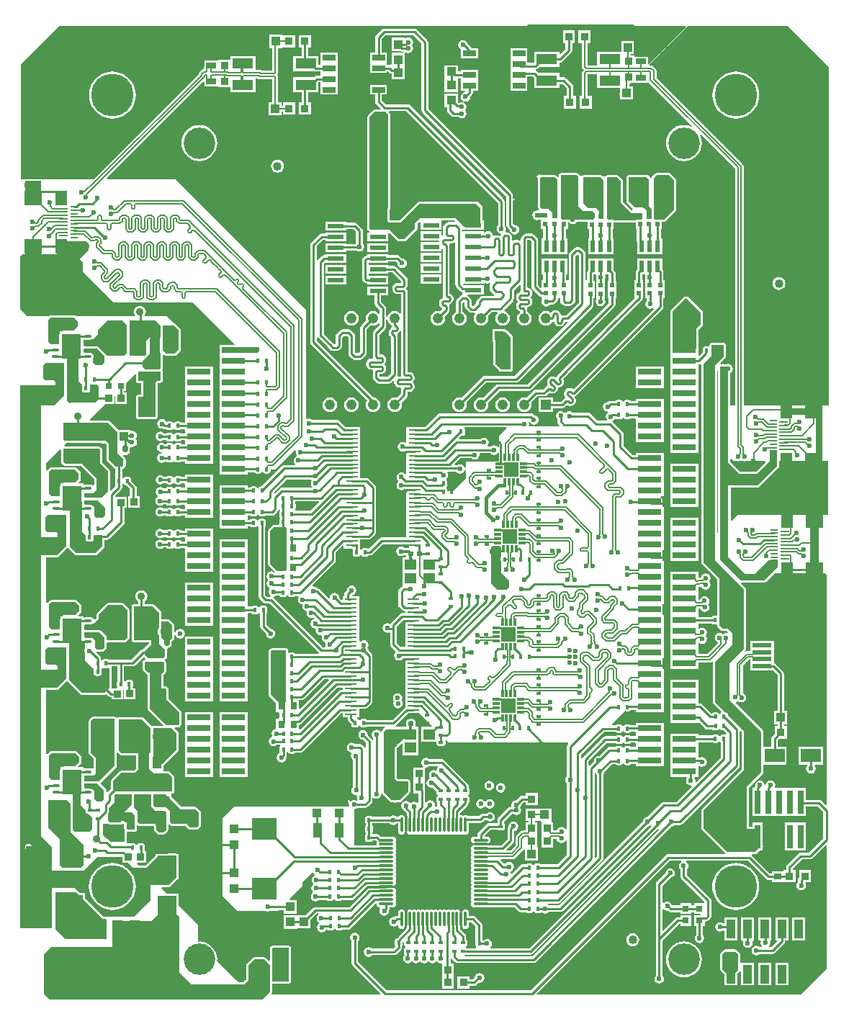
<source format=gtl>
G04*
G04 #@! TF.GenerationSoftware,Altium Limited,Altium Designer,20.0.2 (26)*
G04*
G04 Layer_Physical_Order=1*
G04 Layer_Color=255*
%FSLAX44Y44*%
%MOMM*%
G71*
G01*
G75*
%ADD10C,0.2000*%
%ADD14C,0.1524*%
%ADD18C,0.3000*%
%ADD19C,0.2540*%
%ADD25C,1.0160*%
%ADD26R,0.7400X2.7900*%
%ADD27R,1.2000X2.2000*%
%ADD28R,2.0000X4.2000*%
%ADD29O,0.3000X1.8000*%
%ADD30O,1.8000X0.3000*%
%ADD31R,2.5000X1.7000*%
%ADD32R,1.1000X1.7000*%
%ADD33R,0.8500X0.8000*%
G04:AMPARAMS|DCode=34|XSize=0.6mm|YSize=0.85mm|CornerRadius=0.15mm|HoleSize=0mm|Usage=FLASHONLY|Rotation=0.000|XOffset=0mm|YOffset=0mm|HoleType=Round|Shape=RoundedRectangle|*
%AMROUNDEDRECTD34*
21,1,0.6000,0.5500,0,0,0.0*
21,1,0.3000,0.8500,0,0,0.0*
1,1,0.3000,0.1500,-0.2750*
1,1,0.3000,-0.1500,-0.2750*
1,1,0.3000,-0.1500,0.2750*
1,1,0.3000,0.1500,0.2750*
%
%ADD34ROUNDEDRECTD34*%
%ADD35R,1.1000X1.4000*%
%ADD36R,0.8000X0.9000*%
G04:AMPARAMS|DCode=37|XSize=0.4mm|YSize=0.5mm|CornerRadius=0.05mm|HoleSize=0mm|Usage=FLASHONLY|Rotation=180.000|XOffset=0mm|YOffset=0mm|HoleType=Round|Shape=RoundedRectangle|*
%AMROUNDEDRECTD37*
21,1,0.4000,0.4000,0,0,180.0*
21,1,0.3000,0.5000,0,0,180.0*
1,1,0.1000,-0.1500,0.2000*
1,1,0.1000,0.1500,0.2000*
1,1,0.1000,0.1500,-0.2000*
1,1,0.1000,-0.1500,-0.2000*
%
%ADD37ROUNDEDRECTD37*%
%ADD38R,0.8128X0.8128*%
%ADD39R,2.3300X1.5600*%
%ADD40R,1.8000X0.8000*%
%ADD41R,2.3000X0.5000*%
%ADD42R,2.5000X2.0000*%
%ADD43R,1.3208X3.6068*%
%ADD44R,0.5000X0.6000*%
%ADD45C,0.8900*%
%ADD46R,0.6000X1.3500*%
%ADD47R,1.9812X0.5334*%
%ADD48O,0.9500X0.3000*%
%ADD49R,2.2000X3.0000*%
%ADD50R,1.4732X0.2794*%
G04:AMPARAMS|DCode=51|XSize=0.86mm|YSize=0.26mm|CornerRadius=0.0325mm|HoleSize=0mm|Usage=FLASHONLY|Rotation=0.000|XOffset=0mm|YOffset=0mm|HoleType=Round|Shape=RoundedRectangle|*
%AMROUNDEDRECTD51*
21,1,0.8600,0.1950,0,0,0.0*
21,1,0.7950,0.2600,0,0,0.0*
1,1,0.0650,0.3975,-0.0975*
1,1,0.0650,-0.3975,-0.0975*
1,1,0.0650,-0.3975,0.0975*
1,1,0.0650,0.3975,0.0975*
%
%ADD51ROUNDEDRECTD51*%
G04:AMPARAMS|DCode=52|XSize=0.86mm|YSize=0.26mm|CornerRadius=0.0325mm|HoleSize=0mm|Usage=FLASHONLY|Rotation=90.000|XOffset=0mm|YOffset=0mm|HoleType=Round|Shape=RoundedRectangle|*
%AMROUNDEDRECTD52*
21,1,0.8600,0.1950,0,0,90.0*
21,1,0.7950,0.2600,0,0,90.0*
1,1,0.0650,0.0975,0.3975*
1,1,0.0650,0.0975,-0.3975*
1,1,0.0650,-0.0975,-0.3975*
1,1,0.0650,-0.0975,0.3975*
%
%ADD52ROUNDEDRECTD52*%
%ADD53R,1.0000X1.8000*%
%ADD54R,3.0000X2.5000*%
%ADD55R,1.4000X1.2000*%
%ADD56R,2.2000X2.5000*%
%ADD57R,2.7900X0.7400*%
%ADD58R,0.7620X0.7620*%
%ADD59R,1.0200X2.1600*%
%ADD60R,2.0000X1.7000*%
%ADD61R,1.3800X1.8000*%
%ADD62R,0.8500X0.2300*%
%ADD63R,1.0000X0.2300*%
%ADD64R,1.0000X1.0500*%
%ADD65R,1.1500X0.6500*%
%ADD66R,0.9000X0.9500*%
%ADD67R,1.5000X0.6500*%
%ADD68R,1.0400X1.1000*%
%ADD69R,2.4892X1.2700*%
G04:AMPARAMS|DCode=70|XSize=0.4mm|YSize=0.5mm|CornerRadius=0.05mm|HoleSize=0mm|Usage=FLASHONLY|Rotation=270.000|XOffset=0mm|YOffset=0mm|HoleType=Round|Shape=RoundedRectangle|*
%AMROUNDEDRECTD70*
21,1,0.4000,0.4000,0,0,270.0*
21,1,0.3000,0.5000,0,0,270.0*
1,1,0.1000,-0.2000,-0.1500*
1,1,0.1000,-0.2000,0.1500*
1,1,0.1000,0.2000,0.1500*
1,1,0.1000,0.2000,-0.1500*
%
%ADD70ROUNDEDRECTD70*%
%ADD71R,0.9500X0.9000*%
%ADD72R,1.0500X1.0000*%
%ADD73R,1.4000X1.1000*%
%ADD74R,0.7620X0.7620*%
%ADD75R,3.6068X1.3208*%
%ADD76R,0.8000X1.8000*%
%ADD77C,1.2192*%
%ADD131R,1.2192X1.2192*%
%ADD136R,1.6800X1.6800*%
%ADD137C,0.5080*%
%ADD138C,1.0160*%
%ADD139C,0.3810*%
%ADD140C,0.1727*%
%ADD141C,0.7620*%
%ADD142C,0.4000*%
%ADD143C,3.7000*%
%ADD144C,0.6000*%
%ADD145C,0.5000*%
%ADD146C,5.0000*%
%ADD147C,1.2700*%
G36*
X-177801Y-13209D02*
X-221473Y-56881D01*
X-222646Y-56395D01*
Y-48210D01*
X-238328D01*
Y-46702D01*
X-243373D01*
Y-45382D01*
X-239200D01*
Y-29802D01*
X-254280D01*
Y-42614D01*
X-282790D01*
Y-58923D01*
X-293754D01*
X-293961Y-58715D01*
Y-32182D01*
X-290288D01*
Y-17602D01*
X-304368D01*
Y-32182D01*
X-300695D01*
Y-60110D01*
X-300438Y-61398D01*
X-299709Y-62490D01*
X-298288Y-63911D01*
X-299815Y-65437D01*
X-300544Y-66530D01*
X-300801Y-67818D01*
Y-94564D01*
X-303098D01*
Y-109144D01*
X-289018D01*
Y-94564D01*
X-294067D01*
Y-69212D01*
X-293940Y-69085D01*
X-282790D01*
Y-85394D01*
X-255296D01*
Y-90196D01*
X-255296Y-90704D01*
X-257561Y-92969D01*
X-350280Y-185688D01*
X-351401Y-186809D01*
D01*
X-352941Y-188349D01*
D01*
X-379184Y-214592D01*
X-380118Y-215526D01*
X-380631Y-215514D01*
X-381433Y-215182D01*
Y-211328D01*
X-381729Y-209841D01*
X-382571Y-208581D01*
X-481255Y-109897D01*
Y-31496D01*
X-481551Y-30009D01*
X-482393Y-28749D01*
X-494585Y-16557D01*
X-495845Y-15715D01*
X-497332Y-15419D01*
X-532892D01*
X-534379Y-15715D01*
X-535639Y-16557D01*
X-542453Y-23371D01*
X-543295Y-24631D01*
X-543591Y-26118D01*
Y-43232D01*
X-549746D01*
Y-54662D01*
X-549746Y-54812D01*
Y-55932D01*
X-549746Y-56082D01*
Y-67512D01*
X-529666D01*
Y-65607D01*
X-528151D01*
X-526749Y-67009D01*
X-525489Y-67851D01*
X-524426Y-68062D01*
Y-74998D01*
X-508846D01*
Y-59918D01*
X-508642Y-59766D01*
X-508642D01*
Y-44852D01*
X-508642Y-43909D01*
X-507633Y-43056D01*
X-506860Y-43573D01*
X-504698Y-44002D01*
X-502536Y-43573D01*
X-500704Y-42348D01*
X-499479Y-40516D01*
X-499049Y-38354D01*
X-499479Y-36192D01*
X-500411Y-34798D01*
X-499479Y-33404D01*
X-499049Y-31242D01*
X-499479Y-29080D01*
X-500704Y-27248D01*
X-502536Y-26023D01*
X-504698Y-25594D01*
X-506860Y-26023D01*
X-507704Y-26588D01*
X-508642Y-26086D01*
Y-26086D01*
X-524122D01*
Y-42166D01*
X-512817D01*
X-512452Y-42239D01*
X-509778D01*
X-509656Y-42416D01*
X-509701Y-42714D01*
X-510326Y-43686D01*
X-524122D01*
Y-57346D01*
X-525392Y-58066D01*
X-526542Y-57837D01*
X-529666D01*
Y-56082D01*
X-529666Y-55932D01*
Y-54812D01*
X-529666Y-54662D01*
Y-43232D01*
X-535821D01*
Y-27727D01*
X-531283Y-23189D01*
X-498941D01*
X-489025Y-33105D01*
Y-111506D01*
X-488729Y-112993D01*
X-487887Y-114253D01*
X-389203Y-212937D01*
Y-246380D01*
X-388907Y-247867D01*
X-388065Y-249127D01*
X-385354Y-251838D01*
X-384949Y-253876D01*
X-383724Y-255708D01*
X-381892Y-256933D01*
X-379730Y-257362D01*
X-377568Y-256933D01*
X-375736Y-255708D01*
X-374511Y-253876D01*
X-374081Y-251714D01*
X-374511Y-249552D01*
X-375736Y-247720D01*
X-377568Y-246495D01*
X-379730Y-246066D01*
X-380071Y-246133D01*
X-381433Y-244771D01*
Y-218111D01*
X-381433Y-217603D01*
X-379373Y-215543D01*
X-353388Y-189558D01*
X-353143Y-189603D01*
X-352094Y-190754D01*
Y-224536D01*
X-351897Y-225527D01*
X-351486Y-226142D01*
Y-228066D01*
X-352019Y-229255D01*
X-353060Y-229048D01*
X-355222Y-229477D01*
X-357054Y-230702D01*
X-358279Y-232534D01*
X-358708Y-234696D01*
X-358279Y-236858D01*
X-357054Y-238690D01*
X-355222Y-239915D01*
X-353060Y-240345D01*
X-352110Y-240156D01*
X-348956D01*
Y-250796D01*
X-346125D01*
Y-261816D01*
X-347780D01*
Y-280396D01*
X-317700D01*
Y-261816D01*
X-319355D01*
Y-250796D01*
X-316778D01*
Y-242874D01*
X-315573D01*
X-315144Y-243516D01*
X-313312Y-244741D01*
X-311150Y-245170D01*
X-308988Y-244741D01*
X-307156Y-243516D01*
X-306727Y-242874D01*
X-293584D01*
Y-251304D01*
X-291972D01*
Y-262324D01*
X-293170D01*
Y-280904D01*
X-263090D01*
Y-262324D01*
X-264415D01*
Y-251304D01*
X-262930D01*
Y-243128D01*
X-257311D01*
X-257178Y-243217D01*
X-255016Y-243647D01*
X-252854Y-243217D01*
X-252722Y-243128D01*
X-237196D01*
Y-250796D01*
X-236041D01*
Y-265426D01*
X-235766Y-266807D01*
Y-280396D01*
X-205686D01*
Y-261816D01*
X-207519D01*
Y-250796D01*
X-206542D01*
Y-242112D01*
X-203200D01*
X-202209Y-241915D01*
X-201369Y-241353D01*
X-190193Y-230177D01*
X-189631Y-229337D01*
X-189434Y-228346D01*
Y-193802D01*
X-189631Y-192811D01*
X-190193Y-191971D01*
X-196543Y-185621D01*
X-197383Y-185059D01*
X-198374Y-184862D01*
X-212598D01*
X-213589Y-185059D01*
X-214429Y-185621D01*
X-217365Y-188556D01*
X-217492D01*
Y-188691D01*
X-218039Y-189509D01*
X-218236Y-190500D01*
Y-190842D01*
X-218351Y-190888D01*
X-219506Y-191053D01*
X-219911Y-190447D01*
X-220912Y-189445D01*
Y-188556D01*
X-221801D01*
X-222197Y-188161D01*
X-223037Y-187599D01*
X-224028Y-187402D01*
X-245364D01*
X-246355Y-187599D01*
X-247195Y-188161D01*
X-247757Y-189001D01*
X-247954Y-189992D01*
Y-218440D01*
X-247757Y-219431D01*
X-247195Y-220271D01*
X-240444Y-227022D01*
X-240340Y-227608D01*
X-241183Y-228899D01*
X-241819Y-228991D01*
X-252172Y-218637D01*
Y-194564D01*
X-252369Y-193573D01*
X-252931Y-192733D01*
X-256514Y-189149D01*
Y-189064D01*
X-256600D01*
X-257249Y-188415D01*
X-258089Y-187853D01*
X-259080Y-187656D01*
X-270764D01*
X-271755Y-187853D01*
X-272595Y-188415D01*
X-272989Y-189004D01*
X-274068Y-189371D01*
X-274485Y-189425D01*
X-275014Y-189064D01*
Y-189064D01*
X-276098Y-188615D01*
X-276299Y-188415D01*
X-277139Y-187853D01*
X-278130Y-187656D01*
X-298958D01*
X-299949Y-187853D01*
X-300789Y-188415D01*
X-300855Y-188513D01*
X-301487Y-188503D01*
X-302261Y-188332D01*
X-302715Y-187653D01*
X-304493Y-185875D01*
X-305333Y-185313D01*
X-306324Y-185116D01*
X-324866D01*
X-325857Y-185313D01*
X-326697Y-185875D01*
X-327259Y-186715D01*
X-327456Y-187706D01*
Y-189310D01*
X-328726Y-189836D01*
X-330147Y-188415D01*
X-330987Y-187853D01*
X-331978Y-187656D01*
X-348996D01*
X-350137Y-186616D01*
X-350178Y-186349D01*
X-349447Y-185617D01*
X-257898Y-94068D01*
X-256516Y-92686D01*
X-256419Y-92660D01*
X-255296Y-93125D01*
Y-98468D01*
X-240216D01*
Y-82888D01*
X-244389D01*
Y-80559D01*
X-243112Y-79282D01*
X-238328D01*
Y-78790D01*
X-222646D01*
X-222646Y-78790D01*
Y-78790D01*
X-221450Y-78968D01*
X-170765Y-129652D01*
X-171530Y-130683D01*
X-172315Y-130264D01*
X-176282Y-129060D01*
X-180406Y-128654D01*
X-184531Y-129060D01*
X-188497Y-130264D01*
X-192152Y-132217D01*
X-195355Y-134846D01*
X-197985Y-138050D01*
X-199939Y-141705D01*
X-201142Y-145671D01*
X-201548Y-149796D01*
X-201142Y-153920D01*
X-199939Y-157887D01*
X-197985Y-161542D01*
X-195355Y-164746D01*
X-192152Y-167375D01*
X-188497Y-169328D01*
X-184531Y-170532D01*
X-180406Y-170938D01*
X-176282Y-170532D01*
X-172315Y-169328D01*
X-168660Y-167375D01*
X-165457Y-164746D01*
X-162827Y-161542D01*
X-160874Y-157887D01*
X-159670Y-153920D01*
X-159264Y-149796D01*
X-159670Y-145671D01*
X-160874Y-141705D01*
X-161293Y-140920D01*
X-160262Y-140155D01*
X-120588Y-179830D01*
Y-458724D01*
X-125934D01*
Y-420053D01*
X-124784Y-419284D01*
X-123559Y-417452D01*
X-123130Y-415290D01*
X-123559Y-413128D01*
X-124784Y-411296D01*
X-126616Y-410071D01*
X-128778Y-409641D01*
X-130940Y-410071D01*
X-131073Y-410160D01*
X-132579D01*
X-132712Y-410071D01*
X-134874Y-409641D01*
X-137036Y-410071D01*
X-137444Y-409857D01*
X-137736Y-408352D01*
X-131773Y-402389D01*
X-131211Y-401549D01*
X-131014Y-400558D01*
Y-387350D01*
X-131211Y-386359D01*
X-131773Y-385519D01*
X-132027Y-385265D01*
X-132867Y-384703D01*
X-133858Y-384506D01*
X-147828D01*
X-148819Y-384703D01*
X-149659Y-385265D01*
X-150221Y-386105D01*
X-150418Y-387096D01*
Y-387920D01*
X-151688Y-388731D01*
X-152344Y-388600D01*
X-155344D01*
X-156530Y-388836D01*
X-157536Y-389508D01*
X-158208Y-390514D01*
X-158443Y-391700D01*
Y-394354D01*
X-158459Y-394430D01*
Y-396043D01*
X-162485Y-400069D01*
X-163596Y-399384D01*
X-163596Y-398636D01*
Y-391765D01*
X-163526Y-391414D01*
Y-369373D01*
X-158697Y-364543D01*
X-158135Y-363703D01*
X-157938Y-362712D01*
X-157938Y-349504D01*
X-158135Y-348513D01*
X-158697Y-347673D01*
X-175715Y-330655D01*
X-176555Y-330093D01*
X-177546Y-329896D01*
X-178816Y-329896D01*
X-179807Y-330093D01*
X-180647Y-330655D01*
X-195633Y-345641D01*
X-196195Y-346481D01*
X-196392Y-347472D01*
Y-387206D01*
X-196576D01*
Y-398636D01*
X-196576Y-399686D01*
X-196576Y-400956D01*
Y-411336D01*
X-196576Y-412386D01*
X-196576Y-413656D01*
Y-424036D01*
X-196576Y-425086D01*
X-196576Y-426356D01*
Y-436736D01*
X-196576Y-437786D01*
X-196576Y-439056D01*
Y-449436D01*
X-196576Y-450486D01*
X-196576Y-451756D01*
Y-462136D01*
X-196576Y-463186D01*
X-196576Y-464456D01*
Y-474836D01*
X-196576Y-475886D01*
X-196576Y-477156D01*
Y-487536D01*
X-196576Y-488586D01*
X-196576Y-489856D01*
Y-500236D01*
X-196576Y-501286D01*
X-196576Y-502556D01*
Y-513986D01*
X-163596D01*
Y-502556D01*
X-163596Y-501506D01*
X-163596Y-500236D01*
Y-489856D01*
X-163596Y-488806D01*
X-163596Y-487536D01*
Y-477156D01*
X-163596Y-476106D01*
X-163596Y-474836D01*
Y-464456D01*
X-163596Y-463406D01*
X-163596Y-462136D01*
Y-451756D01*
X-163596Y-450706D01*
X-163596Y-449436D01*
Y-439056D01*
X-163596Y-438006D01*
X-163596Y-436736D01*
Y-426356D01*
X-163596Y-425306D01*
X-163596Y-424036D01*
Y-413656D01*
X-163596Y-412606D01*
X-163596Y-411336D01*
Y-410031D01*
X-163068D01*
X-161581Y-409735D01*
X-161566Y-409725D01*
X-161303Y-409774D01*
X-160324Y-410422D01*
Y-642874D01*
X-160127Y-643865D01*
X-159565Y-644705D01*
X-141782Y-662489D01*
Y-705266D01*
X-142180Y-705592D01*
X-145180D01*
X-146366Y-705828D01*
X-147372Y-706500D01*
X-147662Y-706934D01*
X-162698D01*
X-163596Y-706036D01*
X-163596Y-704706D01*
X-163596Y-703436D01*
Y-697104D01*
X-161326D01*
X-161175Y-697868D01*
X-159950Y-699700D01*
X-158118Y-700925D01*
X-155956Y-701355D01*
X-153794Y-700925D01*
X-151962Y-699700D01*
X-150737Y-697868D01*
X-150308Y-695706D01*
X-150737Y-693544D01*
X-151962Y-691712D01*
X-151967Y-691708D01*
X-150991Y-690248D01*
X-150562Y-688086D01*
X-150991Y-685924D01*
X-152216Y-684092D01*
X-154048Y-682867D01*
X-156210Y-682438D01*
X-158372Y-682867D01*
X-160204Y-684092D01*
X-161429Y-685924D01*
X-162326Y-686723D01*
X-163596Y-686531D01*
Y-680356D01*
X-163596Y-679306D01*
X-163596Y-678036D01*
Y-671577D01*
X-162430D01*
X-161428Y-671378D01*
X-161085Y-671344D01*
X-159724Y-671901D01*
X-158934Y-673084D01*
X-157102Y-674308D01*
X-154940Y-674738D01*
X-152778Y-674308D01*
X-150946Y-673084D01*
X-149721Y-671252D01*
X-149291Y-669090D01*
X-149721Y-666928D01*
X-150841Y-665253D01*
X-149721Y-663578D01*
X-149291Y-661416D01*
X-149721Y-659254D01*
X-150946Y-657422D01*
X-152778Y-656197D01*
X-154940Y-655768D01*
X-157102Y-656197D01*
X-158934Y-657422D01*
X-160159Y-659254D01*
X-160372Y-660326D01*
X-162761D01*
X-163596Y-659640D01*
Y-653906D01*
X-196576D01*
Y-666386D01*
X-196576D01*
Y-666606D01*
X-196576D01*
Y-678036D01*
X-196576Y-679086D01*
X-196576Y-680356D01*
Y-691786D01*
X-196576D01*
Y-692006D01*
X-196576D01*
Y-703436D01*
X-196576Y-704486D01*
X-196576Y-705756D01*
Y-716136D01*
X-196576Y-717186D01*
X-196576Y-718456D01*
Y-729886D01*
X-196576D01*
Y-730106D01*
X-196576D01*
Y-741536D01*
X-196576Y-742586D01*
X-196576Y-743856D01*
Y-755286D01*
X-196576D01*
Y-755506D01*
X-196576D01*
Y-767986D01*
X-163596D01*
Y-760477D01*
X-150027D01*
X-148739Y-760221D01*
X-147647Y-759491D01*
X-147214Y-759058D01*
X-146043Y-759684D01*
X-146100Y-759968D01*
Y-807974D01*
X-145903Y-808965D01*
X-145341Y-809805D01*
X-136622Y-818525D01*
X-136839Y-820103D01*
X-137122Y-820292D01*
X-137777Y-821272D01*
X-137923Y-821298D01*
X-138937D01*
X-139083Y-821272D01*
X-139738Y-820292D01*
X-140744Y-819620D01*
X-141930Y-819384D01*
X-144930D01*
X-146116Y-819620D01*
X-147122Y-820292D01*
X-147244Y-820476D01*
X-148513Y-820549D01*
X-159136Y-809926D01*
X-160396Y-809084D01*
X-161883Y-808788D01*
X-162698D01*
X-163596Y-807890D01*
X-163596Y-806306D01*
X-163596Y-805036D01*
Y-794656D01*
X-163596Y-793606D01*
X-163596Y-792336D01*
Y-780906D01*
X-196576D01*
Y-792336D01*
X-196576Y-793386D01*
X-196576Y-794656D01*
Y-805036D01*
X-196576Y-806086D01*
X-196576Y-807356D01*
Y-817736D01*
X-196576Y-818786D01*
X-196576Y-820056D01*
Y-831486D01*
X-163596D01*
Y-831486D01*
X-162875Y-831187D01*
X-155909Y-838153D01*
X-154649Y-838995D01*
X-153162Y-839291D01*
X-147327D01*
X-147122Y-839598D01*
X-146116Y-840270D01*
X-144930Y-840506D01*
X-141930D01*
X-140744Y-840270D01*
X-139738Y-839598D01*
X-139083Y-838618D01*
X-138937Y-838592D01*
X-137923D01*
X-137777Y-838618D01*
X-137122Y-839598D01*
X-136116Y-840270D01*
X-134930Y-840506D01*
X-133824D01*
X-130541Y-843788D01*
X-130602Y-844125D01*
X-132059Y-845062D01*
X-132180Y-845038D01*
X-135180D01*
X-136366Y-845274D01*
X-137372Y-845946D01*
X-138027Y-846926D01*
X-138173Y-846952D01*
X-139187D01*
X-139333Y-846926D01*
X-139988Y-845946D01*
X-140994Y-845274D01*
X-142180Y-845038D01*
X-145180D01*
X-146366Y-845274D01*
X-147372Y-845946D01*
X-147747Y-846507D01*
X-163596D01*
Y-844406D01*
X-196576D01*
Y-855836D01*
X-196576Y-856886D01*
X-196576Y-858156D01*
Y-868536D01*
X-196576Y-869586D01*
X-196576Y-870856D01*
Y-881236D01*
X-196576Y-882286D01*
X-196576Y-883556D01*
Y-894986D01*
X-177528D01*
X-176849Y-896256D01*
X-177685Y-897506D01*
X-178114Y-899668D01*
X-177685Y-901830D01*
X-176460Y-903662D01*
X-174628Y-904887D01*
X-172466Y-905316D01*
X-171812Y-905186D01*
X-171187Y-906357D01*
X-189442Y-924612D01*
X-204089D01*
X-205576Y-924908D01*
X-206836Y-925750D01*
X-223137Y-942051D01*
X-223266Y-942026D01*
X-225428Y-942455D01*
X-227260Y-943680D01*
X-228485Y-945512D01*
X-228915Y-947674D01*
X-228889Y-947803D01*
X-327237Y-1046151D01*
X-339595D01*
X-339668Y-1046042D01*
X-340801Y-1045285D01*
X-340416Y-1044015D01*
X-328676D01*
X-327189Y-1043719D01*
X-325929Y-1042877D01*
X-276399Y-993347D01*
X-275557Y-992087D01*
X-275261Y-990600D01*
Y-892559D01*
X-275152Y-892486D01*
X-273927Y-890654D01*
X-273498Y-888492D01*
X-273523Y-888363D01*
X-265345Y-880185D01*
X-260867D01*
X-260662Y-880492D01*
X-259656Y-881164D01*
X-258470Y-881400D01*
X-255470D01*
X-254284Y-881164D01*
X-253278Y-880492D01*
X-252623Y-879512D01*
X-252477Y-879486D01*
X-251463D01*
X-251317Y-879512D01*
X-250662Y-880492D01*
X-249656Y-881164D01*
X-248470Y-881400D01*
X-245470D01*
X-244284Y-881164D01*
X-243278Y-880492D01*
X-242988Y-880058D01*
X-237216D01*
Y-882286D01*
X-204236D01*
Y-870856D01*
X-204236Y-869806D01*
X-204236Y-868536D01*
Y-858156D01*
X-204236Y-857106D01*
X-204236Y-855836D01*
Y-845456D01*
X-204236Y-844406D01*
X-204236Y-843136D01*
Y-831706D01*
X-237216D01*
Y-834188D01*
X-243158D01*
X-243278Y-834008D01*
X-244284Y-833336D01*
X-245470Y-833100D01*
X-248470D01*
X-249656Y-833336D01*
X-250662Y-834008D01*
X-251317Y-834988D01*
X-251463Y-835014D01*
X-252477D01*
X-252623Y-834988D01*
X-253278Y-834008D01*
X-254284Y-833336D01*
X-255470Y-833100D01*
X-258470D01*
X-259656Y-833336D01*
X-260662Y-834008D01*
X-260867Y-834315D01*
X-264458D01*
X-264944Y-833142D01*
X-249497Y-817695D01*
X-248470Y-817900D01*
X-245470D01*
X-244284Y-817664D01*
X-243278Y-816992D01*
X-242988Y-816558D01*
X-237216D01*
Y-818786D01*
X-204236D01*
Y-806306D01*
X-204236D01*
Y-806086D01*
X-204236D01*
Y-793606D01*
X-204236Y-793606D01*
Y-793386D01*
X-204236D01*
X-204236Y-792336D01*
Y-780906D01*
X-204236Y-780906D01*
Y-780686D01*
X-204236D01*
X-204236Y-779636D01*
Y-768206D01*
X-205740D01*
Y-755286D01*
X-204236D01*
Y-742806D01*
X-204236D01*
Y-742586D01*
X-204236D01*
Y-730106D01*
X-204236D01*
Y-729886D01*
X-204236D01*
Y-717406D01*
X-204236D01*
Y-717186D01*
X-204236D01*
Y-704706D01*
X-205740D01*
Y-691786D01*
X-204236D01*
Y-679306D01*
X-204236D01*
Y-679086D01*
X-204236D01*
Y-666606D01*
X-204236D01*
Y-666386D01*
X-204236D01*
Y-653906D01*
X-204236D01*
Y-653686D01*
X-204236D01*
Y-641206D01*
X-205740D01*
Y-628286D01*
X-204236D01*
Y-615806D01*
X-204236D01*
Y-615586D01*
X-204236D01*
Y-603106D01*
X-204236D01*
Y-602886D01*
X-204236D01*
Y-590406D01*
X-204236D01*
Y-590186D01*
X-204236D01*
Y-577706D01*
X-205740D01*
Y-568198D01*
X-207979Y-565959D01*
X-207493Y-564786D01*
X-204236D01*
Y-553356D01*
X-204236Y-552306D01*
X-204236D01*
Y-552086D01*
X-204236D01*
Y-540656D01*
X-204236Y-539606D01*
X-204236D01*
Y-539386D01*
X-204236D01*
Y-526906D01*
X-204236D01*
Y-526686D01*
X-204236D01*
Y-514206D01*
X-237216D01*
Y-516561D01*
X-240707D01*
X-251385Y-505883D01*
Y-492252D01*
X-251681Y-490765D01*
X-252523Y-489505D01*
X-264080Y-477948D01*
X-264107Y-476667D01*
X-263986Y-476357D01*
X-262960Y-475672D01*
X-261941Y-474147D01*
X-261471Y-474033D01*
X-260763Y-473938D01*
X-260466Y-473968D01*
X-259656Y-474510D01*
X-258470Y-474746D01*
X-255470D01*
X-254284Y-474510D01*
X-253278Y-473838D01*
X-252623Y-472858D01*
X-252477Y-472832D01*
X-251463D01*
X-251317Y-472858D01*
X-250662Y-473838D01*
X-249656Y-474510D01*
X-248470Y-474746D01*
X-245470D01*
X-244284Y-474510D01*
X-243278Y-473838D01*
X-243073Y-473531D01*
X-238114D01*
X-237216Y-474429D01*
X-237216Y-475886D01*
X-237216Y-477156D01*
Y-487536D01*
X-237216Y-488586D01*
X-237216Y-489856D01*
Y-501286D01*
X-204236D01*
Y-489856D01*
X-204236Y-488806D01*
X-204236Y-487536D01*
Y-477156D01*
X-204236Y-476106D01*
X-204236Y-474836D01*
Y-464456D01*
X-204236Y-463406D01*
X-204236Y-462136D01*
Y-450706D01*
X-237216D01*
Y-453061D01*
X-243073D01*
X-243278Y-452754D01*
X-244284Y-452082D01*
X-245470Y-451846D01*
X-248470D01*
X-249656Y-452082D01*
X-250662Y-452754D01*
X-251317Y-453734D01*
X-251463Y-453760D01*
X-252477D01*
X-252623Y-453734D01*
X-253278Y-452754D01*
X-254284Y-452082D01*
X-255470Y-451846D01*
X-258470D01*
X-259656Y-452082D01*
X-260662Y-452754D01*
X-260867Y-453061D01*
X-266954D01*
X-268441Y-453357D01*
X-269701Y-454199D01*
X-269873Y-454371D01*
X-270002Y-454346D01*
X-272164Y-454775D01*
X-273996Y-456000D01*
X-275221Y-457832D01*
X-275651Y-459994D01*
X-275221Y-462156D01*
X-273996Y-463988D01*
X-272164Y-465213D01*
X-270138Y-465615D01*
X-269928Y-466020D01*
X-269757Y-466888D01*
X-270948Y-467684D01*
X-272173Y-469516D01*
X-272603Y-471678D01*
X-272173Y-473840D01*
X-271291Y-475159D01*
X-271927Y-476429D01*
X-282109D01*
X-290623Y-467915D01*
X-291883Y-467073D01*
X-293370Y-466777D01*
X-311147D01*
X-311220Y-466668D01*
X-313052Y-465443D01*
X-315214Y-465014D01*
X-317376Y-465443D01*
X-319208Y-466668D01*
X-319574Y-467216D01*
X-320844D01*
X-321380Y-466414D01*
X-323212Y-465189D01*
X-325374Y-464759D01*
X-327536Y-465189D01*
X-329368Y-466414D01*
X-330593Y-468246D01*
X-331022Y-470408D01*
X-330593Y-472570D01*
X-329368Y-474402D01*
X-329259Y-474475D01*
Y-477266D01*
X-328963Y-478753D01*
X-328121Y-480013D01*
X-326453Y-481681D01*
X-326939Y-482854D01*
X-362093D01*
X-362955Y-481584D01*
X-362651Y-480060D01*
X-362997Y-478321D01*
X-361801Y-477826D01*
X-360864Y-479228D01*
X-359032Y-480453D01*
X-356870Y-480882D01*
X-354708Y-480453D01*
X-352876Y-479228D01*
X-351651Y-477396D01*
X-351222Y-475234D01*
X-351651Y-473072D01*
X-352876Y-471240D01*
X-354708Y-470015D01*
X-356870Y-469585D01*
X-356999Y-469611D01*
X-357679Y-468931D01*
X-358939Y-468089D01*
X-360426Y-467793D01*
X-467360D01*
X-468847Y-468089D01*
X-470107Y-468931D01*
X-484717Y-483541D01*
X-487426D01*
Y-483489D01*
X-507238D01*
Y-491363D01*
Y-501523D01*
X-508508Y-502188D01*
X-509140Y-501765D01*
X-511302Y-501335D01*
X-513464Y-501765D01*
X-515296Y-502990D01*
X-516521Y-504822D01*
X-516950Y-506984D01*
X-516521Y-509146D01*
X-515296Y-510978D01*
X-513464Y-512203D01*
X-511302Y-512632D01*
X-509140Y-512203D01*
X-508394Y-511704D01*
X-507238Y-511429D01*
X-507238Y-511429D01*
X-507238Y-511429D01*
X-497580D01*
X-497205Y-511504D01*
X-490523D01*
X-489880Y-512296D01*
X-490386Y-513461D01*
X-507238D01*
Y-526415D01*
Y-538649D01*
X-508508Y-539035D01*
X-508832Y-538550D01*
X-510664Y-537325D01*
X-512826Y-536895D01*
X-514988Y-537325D01*
X-516820Y-538550D01*
X-518045Y-540382D01*
X-518475Y-542544D01*
X-518045Y-544706D01*
X-516820Y-546538D01*
X-516335Y-546862D01*
Y-548132D01*
X-516820Y-548456D01*
X-518045Y-550288D01*
X-518475Y-552450D01*
X-518045Y-554612D01*
X-516820Y-556444D01*
X-514988Y-557669D01*
X-512826Y-558098D01*
X-510664Y-557669D01*
X-508832Y-556444D01*
X-508759Y-556335D01*
X-507238D01*
Y-556387D01*
X-491015D01*
X-489902Y-557500D01*
X-490388Y-558673D01*
X-507238D01*
Y-571373D01*
Y-581533D01*
Y-591439D01*
Y-601345D01*
Y-613716D01*
X-536067D01*
X-537554Y-614012D01*
X-538814Y-614854D01*
X-550360Y-626401D01*
X-551632Y-626744D01*
X-552638Y-626072D01*
X-553824Y-625836D01*
X-556824D01*
X-558010Y-626072D01*
X-559016Y-626744D01*
X-559671Y-627724D01*
X-559757Y-627739D01*
X-560990Y-627618D01*
X-561086Y-626491D01*
X-561086D01*
Y-616152D01*
X-551561D01*
X-550074Y-615856D01*
X-548814Y-615014D01*
X-543607Y-609807D01*
X-542765Y-608547D01*
X-542469Y-607060D01*
Y-602234D01*
Y-592328D01*
Y-573659D01*
Y-554990D01*
X-542765Y-553503D01*
X-543607Y-552243D01*
X-551227Y-544623D01*
X-552487Y-543781D01*
X-553974Y-543485D01*
X-561086D01*
Y-536321D01*
Y-526415D01*
Y-516509D01*
Y-506349D01*
Y-496443D01*
Y-483489D01*
X-578579D01*
X-585517Y-476551D01*
X-586777Y-475709D01*
X-588264Y-475413D01*
X-616963D01*
X-617036Y-475304D01*
X-618868Y-474079D01*
X-621030Y-473649D01*
X-623192Y-474079D01*
X-623466Y-474263D01*
X-624586Y-473664D01*
Y-345440D01*
X-777748Y-192278D01*
X-858553D01*
X-859039Y-191105D01*
X-745759Y-77825D01*
X-744586Y-78311D01*
Y-83108D01*
X-728006D01*
X-727888Y-84329D01*
Y-84362D01*
X-714080D01*
Y-90170D01*
X-684108D01*
Y-73861D01*
X-681722D01*
X-680740Y-74517D01*
X-679452Y-74773D01*
X-664677D01*
Y-101684D01*
X-668850D01*
Y-117264D01*
X-653770D01*
Y-112587D01*
X-651798D01*
Y-116510D01*
X-637718D01*
Y-101930D01*
X-651798D01*
Y-105853D01*
X-653770D01*
Y-101684D01*
X-657943D01*
Y-72299D01*
X-658200Y-71011D01*
X-658929Y-69919D01*
X-659156Y-69692D01*
X-658929Y-69465D01*
X-658200Y-68373D01*
X-657943Y-67085D01*
Y-38016D01*
X-653008D01*
Y-37661D01*
X-651798Y-37516D01*
Y-37516D01*
X-637718D01*
Y-22936D01*
X-651798D01*
Y-22936D01*
X-653008Y-22791D01*
Y-22436D01*
X-668088D01*
Y-38016D01*
X-664677D01*
Y-64611D01*
X-676674D01*
X-677655Y-63955D01*
X-678944Y-63699D01*
X-684108D01*
Y-47390D01*
X-714080D01*
Y-51782D01*
X-727888D01*
X-728006Y-52528D01*
X-744586D01*
Y-60481D01*
X-744651Y-60806D01*
Y-62737D01*
X-744859D01*
X-746148Y-62993D01*
X-747240Y-63723D01*
X-750142Y-66624D01*
X-750871Y-67717D01*
X-751082Y-68776D01*
X-874584Y-192278D01*
X-960120D01*
Y-56896D01*
X-915416Y-12192D01*
X-178327Y-11939D01*
X-177801Y-13209D01*
D02*
G37*
G36*
X-935990Y-208026D02*
X-955294D01*
Y-193802D01*
X-935990D01*
Y-208026D01*
D02*
G37*
G36*
X-329438Y-192786D02*
Y-237998D01*
X-329946Y-238506D01*
X-335026D01*
X-335534Y-237998D01*
Y-231140D01*
X-339598Y-227076D01*
X-346964D01*
X-349504Y-224536D01*
Y-190754D01*
X-348996Y-190246D01*
X-331978D01*
X-329438Y-192786D01*
D02*
G37*
G36*
X-221742Y-192278D02*
Y-223774D01*
X-218440Y-227076D01*
Y-237998D01*
X-219456Y-239014D01*
X-224282D01*
X-224536Y-238760D01*
Y-228600D01*
X-227330Y-225806D01*
X-237998D01*
X-245364Y-218440D01*
Y-189992D01*
X-224028D01*
X-221742Y-192278D01*
D02*
G37*
G36*
X-275336Y-193040D02*
Y-238252D01*
X-276098Y-239014D01*
X-279654D01*
X-280416Y-238252D01*
Y-229870D01*
X-283718Y-226568D01*
X-293116D01*
X-298958Y-220726D01*
Y-190246D01*
X-278130D01*
X-275336Y-193040D01*
D02*
G37*
G36*
X-192024Y-193802D02*
Y-228346D01*
X-203200Y-239522D01*
X-214122D01*
X-215646Y-237998D01*
Y-190500D01*
X-212598Y-187452D01*
X-198374D01*
X-192024Y-193802D01*
D02*
G37*
G36*
X-304546Y-189484D02*
Y-223774D01*
X-298450Y-229870D01*
X-287782D01*
X-284988Y-232664D01*
Y-237744D01*
X-287468Y-240224D01*
X-293584D01*
Y-240284D01*
X-316778D01*
Y-239716D01*
X-323402D01*
X-324866Y-238252D01*
Y-187706D01*
X-306324D01*
X-304546Y-189484D01*
D02*
G37*
G36*
X-254762Y-194564D02*
Y-219710D01*
X-242570Y-231902D01*
X-229108D01*
Y-237998D01*
X-230826Y-239716D01*
X-237196D01*
Y-240538D01*
X-262930D01*
Y-240224D01*
X-269046D01*
X-270764Y-238506D01*
Y-190246D01*
X-259080D01*
X-254762Y-194564D01*
D02*
G37*
G36*
X-880110Y-267716D02*
Y-275336D01*
X-891032Y-286258D01*
X-887476Y-289814D01*
Y-301244D01*
X-851154Y-337566D01*
X-824034D01*
X-823570Y-337658D01*
X-819152D01*
X-818688Y-337566D01*
X-809048D01*
X-808584Y-337658D01*
X-804166D01*
X-803702Y-337566D01*
X-757428D01*
X-708961Y-386033D01*
X-709447Y-387206D01*
X-726576D01*
Y-399686D01*
X-726576D01*
Y-399906D01*
X-726576D01*
Y-412386D01*
X-726576D01*
Y-412606D01*
X-726576D01*
Y-425086D01*
X-726576D01*
Y-425306D01*
X-726576D01*
Y-437786D01*
X-726576D01*
Y-438006D01*
X-726576D01*
Y-450486D01*
X-726576D01*
Y-450706D01*
X-726576D01*
Y-463186D01*
X-726576D01*
Y-463406D01*
X-726576D01*
Y-475886D01*
X-726576D01*
Y-476106D01*
X-726576D01*
Y-488586D01*
X-726576D01*
Y-488806D01*
X-726576D01*
Y-501286D01*
X-726576D01*
Y-501506D01*
X-726576D01*
Y-513986D01*
X-726576D01*
Y-514206D01*
X-726576D01*
Y-526686D01*
X-726576D01*
Y-526906D01*
X-726576D01*
Y-539386D01*
X-693596D01*
Y-537158D01*
X-685132D01*
X-684842Y-537592D01*
X-683836Y-538264D01*
X-682650Y-538500D01*
X-679650D01*
X-678464Y-538264D01*
X-677458Y-537592D01*
X-676803Y-536612D01*
X-676657Y-536586D01*
X-675643D01*
X-675497Y-536612D01*
X-674842Y-537592D01*
X-673836Y-538264D01*
X-672650Y-538500D01*
X-669650D01*
X-668464Y-538264D01*
X-667458Y-537592D01*
X-666786Y-536586D01*
X-666551Y-535400D01*
Y-533654D01*
X-660400D01*
X-637967Y-511221D01*
X-636797Y-511847D01*
X-637093Y-513334D01*
X-636663Y-515496D01*
X-635996Y-516493D01*
X-635897Y-517703D01*
X-636351Y-518074D01*
X-637724Y-518992D01*
X-638949Y-520824D01*
X-639379Y-522986D01*
X-638949Y-525148D01*
X-637724Y-526980D01*
X-638116Y-528245D01*
X-650320D01*
X-651807Y-528541D01*
X-653067Y-529383D01*
X-677130Y-553446D01*
X-678236D01*
X-679422Y-553682D01*
X-680428Y-554354D01*
X-681083Y-555334D01*
X-681229Y-555360D01*
X-682243D01*
X-682389Y-555334D01*
X-683044Y-554354D01*
X-684050Y-553682D01*
X-685236Y-553446D01*
X-688236D01*
X-689422Y-553682D01*
X-690428Y-554354D01*
X-690633Y-554661D01*
X-693596D01*
Y-552306D01*
X-726576D01*
Y-563736D01*
X-726576Y-564786D01*
X-726576Y-566056D01*
Y-576436D01*
X-726576Y-577486D01*
X-726576Y-578756D01*
Y-589136D01*
X-726576Y-590186D01*
X-726576Y-591456D01*
Y-602886D01*
X-693596D01*
Y-600531D01*
X-690713D01*
X-690508Y-600838D01*
X-689502Y-601510D01*
X-688316Y-601746D01*
X-685316D01*
X-684130Y-601510D01*
X-683124Y-600838D01*
X-682756Y-600287D01*
X-681338Y-600183D01*
X-680701Y-600850D01*
Y-682338D01*
X-680405Y-683825D01*
X-679563Y-685085D01*
X-674577Y-690071D01*
X-673317Y-690913D01*
X-671830Y-691209D01*
X-667597D01*
X-609834Y-748971D01*
X-610182Y-750082D01*
X-610303Y-750241D01*
X-637537D01*
X-637742Y-749934D01*
X-638748Y-749262D01*
X-639934Y-749026D01*
X-642934D01*
X-644120Y-749262D01*
X-644348Y-749415D01*
X-645618Y-748736D01*
Y-746506D01*
X-645815Y-745515D01*
X-646377Y-744675D01*
X-647217Y-744113D01*
X-648208Y-743916D01*
X-665734D01*
X-666725Y-744113D01*
X-667565Y-744675D01*
X-668073Y-745183D01*
X-668635Y-746023D01*
X-668832Y-747014D01*
Y-798322D01*
X-668635Y-799313D01*
X-668073Y-800153D01*
X-659974Y-808252D01*
Y-818824D01*
X-656744D01*
X-655912Y-820094D01*
X-656034Y-820706D01*
Y-824706D01*
X-655962Y-825064D01*
X-656914Y-826334D01*
X-659974D01*
Y-838657D01*
X-661848Y-839029D01*
X-663680Y-840254D01*
X-664905Y-842086D01*
X-665334Y-844248D01*
X-664905Y-846410D01*
X-664524Y-846979D01*
X-665010Y-848153D01*
X-665356Y-848221D01*
X-667188Y-849446D01*
X-668413Y-851278D01*
X-668842Y-853440D01*
X-668413Y-855602D01*
X-667188Y-857434D01*
X-665356Y-858659D01*
X-663194Y-859089D01*
X-661032Y-858659D01*
X-659200Y-857434D01*
X-659065Y-857232D01*
X-655269D01*
X-655126Y-858556D01*
Y-858646D01*
X-655798Y-859652D01*
X-656034Y-860838D01*
Y-863492D01*
X-656049Y-863568D01*
X-656034Y-863644D01*
Y-864838D01*
X-655798Y-866024D01*
X-655785Y-866189D01*
X-656170Y-867583D01*
X-657536Y-868496D01*
X-658761Y-870328D01*
X-659191Y-872490D01*
X-658761Y-874652D01*
X-657536Y-876484D01*
X-655704Y-877709D01*
X-653542Y-878139D01*
X-651380Y-877709D01*
X-649548Y-876484D01*
X-648323Y-874652D01*
X-647894Y-872490D01*
X-648121Y-871346D01*
X-647845Y-870932D01*
X-647549Y-869446D01*
Y-866741D01*
X-647087Y-866050D01*
X-646941Y-866024D01*
X-645927D01*
X-645781Y-866050D01*
X-645126Y-867030D01*
X-644120Y-867702D01*
X-642934Y-867938D01*
X-639934D01*
X-638748Y-867702D01*
X-637742Y-867030D01*
X-637537Y-866723D01*
X-631698D01*
X-630211Y-866427D01*
X-628951Y-865585D01*
X-583607Y-820241D01*
X-581914D01*
Y-825373D01*
X-575893D01*
Y-826643D01*
X-575597Y-828130D01*
X-574755Y-829390D01*
X-571702Y-832443D01*
Y-833850D01*
X-571466Y-835036D01*
X-570794Y-836042D01*
X-569788Y-836714D01*
X-568602Y-836950D01*
X-565602D01*
X-564416Y-836714D01*
X-563410Y-836042D01*
X-562755Y-835062D01*
X-562609Y-835036D01*
X-561595D01*
X-561449Y-835062D01*
X-560794Y-836042D01*
X-559788Y-836714D01*
X-558602Y-836950D01*
X-555602D01*
X-554416Y-836714D01*
X-553410Y-836042D01*
X-553205Y-835735D01*
X-532634D01*
X-532248Y-837005D01*
X-532437Y-837131D01*
X-535485Y-840179D01*
X-536047Y-841019D01*
X-536142Y-841496D01*
X-537489Y-841766D01*
X-537788Y-841318D01*
X-539620Y-840093D01*
X-541782Y-839663D01*
X-543944Y-840093D01*
X-545776Y-841318D01*
X-547001Y-843150D01*
X-547430Y-845312D01*
X-547001Y-847474D01*
X-545776Y-849306D01*
X-545667Y-849379D01*
Y-852056D01*
X-546937Y-852181D01*
X-547083Y-851445D01*
X-547925Y-850185D01*
X-552161Y-845949D01*
X-552136Y-845820D01*
X-552565Y-843658D01*
X-553790Y-841826D01*
X-555622Y-840601D01*
X-557784Y-840172D01*
X-559946Y-840601D01*
X-561778Y-841826D01*
X-563003Y-843658D01*
X-563433Y-845820D01*
X-563003Y-847982D01*
X-561778Y-849814D01*
X-559946Y-851039D01*
X-557784Y-851469D01*
X-557655Y-851443D01*
X-554557Y-854541D01*
Y-860725D01*
X-555202Y-860932D01*
X-555827Y-860936D01*
X-556561Y-859837D01*
X-558593Y-857805D01*
X-559853Y-856963D01*
X-561340Y-856667D01*
X-567179D01*
X-567252Y-856558D01*
X-569084Y-855333D01*
X-571246Y-854903D01*
X-573408Y-855333D01*
X-575240Y-856558D01*
X-576465Y-858390D01*
X-576894Y-860552D01*
X-576465Y-862714D01*
X-575240Y-864546D01*
X-573408Y-865771D01*
X-571929Y-866065D01*
X-571298Y-867407D01*
X-571893Y-868296D01*
X-572323Y-870458D01*
X-571893Y-872620D01*
X-570668Y-874452D01*
X-569797Y-875034D01*
Y-906777D01*
X-569906Y-906850D01*
X-571131Y-908682D01*
X-571561Y-910844D01*
X-571131Y-913006D01*
X-569906Y-914838D01*
X-568074Y-916063D01*
X-565912Y-916492D01*
X-565439Y-916398D01*
X-565009Y-916832D01*
X-564567Y-917520D01*
X-564957Y-919480D01*
X-564527Y-921642D01*
X-564250Y-922056D01*
X-565165Y-922971D01*
X-566036Y-922389D01*
X-568198Y-921960D01*
X-570360Y-922389D01*
X-572192Y-923614D01*
X-572655Y-923659D01*
X-576834Y-919480D01*
X-573759Y-928740D01*
X-574502Y-929770D01*
X-709552D01*
X-723392Y-943610D01*
Y-1034796D01*
X-705612Y-1052576D01*
X-672936D01*
X-672214Y-1053058D01*
X-670052Y-1053488D01*
X-667890Y-1053058D01*
X-667168Y-1052576D01*
X-658114D01*
X-657263Y-1051725D01*
X-651376D01*
Y-1055880D01*
X-635896D01*
Y-1039800D01*
X-643679D01*
X-644165Y-1038627D01*
X-629158Y-1023620D01*
Y-1018912D01*
X-617622Y-1007376D01*
X-616358Y-1007500D01*
X-615690Y-1008501D01*
X-614351Y-1009395D01*
X-614619Y-1010743D01*
X-614810Y-1010781D01*
X-616642Y-1012006D01*
X-617867Y-1013838D01*
X-618297Y-1016000D01*
X-617867Y-1018162D01*
X-616642Y-1019994D01*
X-616411Y-1020148D01*
Y-1021418D01*
X-617150Y-1021912D01*
X-618375Y-1023744D01*
X-618805Y-1025906D01*
X-618375Y-1028068D01*
X-617150Y-1029900D01*
X-616922Y-1030053D01*
Y-1031580D01*
X-617658Y-1032072D01*
X-618883Y-1033904D01*
X-619313Y-1036066D01*
X-618883Y-1038228D01*
X-617658Y-1040060D01*
X-615826Y-1041285D01*
X-613664Y-1041714D01*
X-611502Y-1041285D01*
X-609670Y-1040060D01*
X-609597Y-1039951D01*
X-600717D01*
X-600512Y-1040258D01*
X-599506Y-1040930D01*
X-598320Y-1041166D01*
X-595320D01*
X-594134Y-1040930D01*
X-593128Y-1040258D01*
X-592473Y-1039278D01*
X-592327Y-1039252D01*
X-591313D01*
X-591167Y-1039278D01*
X-590512Y-1040258D01*
X-589506Y-1040930D01*
X-588320Y-1041166D01*
X-585320D01*
X-584134Y-1040930D01*
X-583128Y-1040258D01*
X-582923Y-1039951D01*
X-571246D01*
X-569759Y-1039655D01*
X-568499Y-1038813D01*
X-552927Y-1023241D01*
X-539159D01*
X-537980Y-1023475D01*
X-522980D01*
X-521716Y-1023224D01*
D01*
X-521404Y-1023162D01*
X-520067Y-1022269D01*
X-519174Y-1020932D01*
X-518861Y-1019356D01*
X-519174Y-1017780D01*
X-519792Y-1016856D01*
X-519174Y-1015932D01*
X-518861Y-1014356D01*
X-519174Y-1012780D01*
X-519792Y-1011856D01*
X-519174Y-1010932D01*
X-518861Y-1009356D01*
X-519174Y-1007780D01*
X-519792Y-1006856D01*
X-519174Y-1005932D01*
X-518861Y-1004356D01*
X-519174Y-1002780D01*
X-519792Y-1001856D01*
X-519174Y-1000932D01*
X-518861Y-999356D01*
X-519174Y-997780D01*
X-519792Y-996856D01*
X-519174Y-995932D01*
X-518861Y-994356D01*
X-519174Y-992780D01*
X-519792Y-991856D01*
X-519174Y-990932D01*
X-518861Y-989356D01*
X-519174Y-987780D01*
X-519792Y-986856D01*
X-519174Y-985932D01*
X-518861Y-984356D01*
X-519174Y-982780D01*
X-519792Y-981856D01*
X-519174Y-980932D01*
X-518861Y-979356D01*
X-519174Y-977780D01*
X-519792Y-976856D01*
X-519174Y-975932D01*
X-518861Y-974356D01*
X-519174Y-972780D01*
X-519792Y-971856D01*
X-519174Y-970932D01*
X-518861Y-969356D01*
X-519174Y-967780D01*
X-520067Y-966443D01*
X-521404Y-965550D01*
X-521716Y-965488D01*
D01*
X-522980Y-965237D01*
X-536730D01*
X-538498Y-963469D01*
X-539758Y-962627D01*
X-541245Y-962331D01*
X-546855D01*
X-546867Y-962313D01*
Y-960213D01*
X-546388Y-959496D01*
X-546152Y-958310D01*
Y-954310D01*
X-546388Y-953124D01*
X-546867Y-952407D01*
Y-949799D01*
X-546855Y-949781D01*
X-526291D01*
X-526218Y-949890D01*
X-524386Y-951115D01*
X-522224Y-951544D01*
X-520062Y-951115D01*
X-518230Y-949890D01*
X-518157Y-949781D01*
X-516599D01*
Y-958856D01*
X-516286Y-960432D01*
X-515393Y-961769D01*
X-514056Y-962662D01*
X-512480Y-962975D01*
X-510904Y-962662D01*
X-509567Y-961769D01*
X-508674Y-960432D01*
X-508562Y-959866D01*
X-508361Y-958856D01*
Y-943856D01*
X-508674Y-942280D01*
X-509567Y-940943D01*
X-510904Y-940050D01*
X-512480Y-939737D01*
X-514056Y-940050D01*
X-515393Y-940943D01*
X-516106Y-942011D01*
X-518157D01*
X-518230Y-941902D01*
X-520062Y-940677D01*
X-522224Y-940247D01*
X-524386Y-940677D01*
X-526218Y-941902D01*
X-526291Y-942011D01*
X-546855D01*
X-547060Y-941704D01*
X-548066Y-941032D01*
X-549252Y-940796D01*
X-552252D01*
X-553438Y-941032D01*
X-554444Y-941704D01*
X-555116Y-942710D01*
X-555352Y-943896D01*
Y-947896D01*
X-555116Y-949082D01*
X-554637Y-949799D01*
Y-952407D01*
X-555116Y-953124D01*
X-555352Y-954310D01*
Y-958310D01*
X-555116Y-959496D01*
X-554637Y-960213D01*
Y-962313D01*
X-555116Y-963030D01*
X-555352Y-964216D01*
Y-968216D01*
X-555116Y-969402D01*
X-554444Y-970408D01*
X-553438Y-971080D01*
X-552252Y-971316D01*
X-549252D01*
X-548066Y-971080D01*
X-547060Y-970408D01*
X-546855Y-970101D01*
X-542854D01*
X-541310Y-971645D01*
X-541168Y-971856D01*
X-541786Y-972780D01*
X-542099Y-974356D01*
X-542073Y-974490D01*
X-542878Y-975471D01*
X-568452D01*
Y-933465D01*
X-568198Y-933257D01*
X-566036Y-932827D01*
X-564204Y-931602D01*
X-564131Y-931493D01*
X-554990D01*
X-553503Y-931197D01*
X-552243Y-930355D01*
X-547925Y-926037D01*
X-547083Y-924777D01*
X-546787Y-923290D01*
Y-920135D01*
X-545517Y-919499D01*
X-544198Y-920381D01*
X-542036Y-920810D01*
X-539874Y-920381D01*
X-538042Y-919156D01*
X-536817Y-917324D01*
X-536450Y-915474D01*
X-536404Y-915437D01*
X-535480Y-915063D01*
X-535164Y-915028D01*
X-533857Y-916335D01*
X-533330Y-917124D01*
X-532541Y-917651D01*
X-526087Y-924105D01*
X-525247Y-924667D01*
X-524256Y-924864D01*
X-522486D01*
X-522354Y-924953D01*
X-520192Y-925383D01*
X-518030Y-924953D01*
X-517897Y-924864D01*
X-515112D01*
X-514121Y-924667D01*
X-513281Y-924105D01*
X-503499Y-914324D01*
X-503354D01*
Y-914178D01*
X-503121Y-913945D01*
X-502559Y-913105D01*
X-502362Y-912114D01*
Y-900938D01*
X-502559Y-899947D01*
X-502559Y-899947D01*
X-502665Y-899693D01*
X-503226Y-898853D01*
X-503226Y-898853D01*
X-503540Y-898643D01*
X-504066Y-898291D01*
X-505057Y-898094D01*
X-516071D01*
X-518364Y-895801D01*
Y-861625D01*
X-515848Y-859109D01*
X-515604Y-858744D01*
X-515390Y-858456D01*
X-514805Y-858065D01*
X-512695Y-855956D01*
X-511522Y-856442D01*
Y-869472D01*
X-492442D01*
Y-853472D01*
Y-836392D01*
X-494947D01*
X-494985Y-836384D01*
X-494989Y-836383D01*
X-495071Y-836337D01*
X-495926Y-835102D01*
X-495892Y-834932D01*
Y-829932D01*
X-496089Y-828941D01*
X-496651Y-828101D01*
X-497491Y-827539D01*
X-498475Y-827344D01*
X-498630Y-827240D01*
X-499816Y-827004D01*
X-502816D01*
X-504002Y-827240D01*
X-504155Y-827342D01*
X-504482D01*
X-505473Y-827539D01*
X-506313Y-828101D01*
X-506875Y-828941D01*
X-507072Y-829932D01*
Y-834932D01*
X-507038Y-835102D01*
X-507986Y-836372D01*
X-519594D01*
X-519980Y-835102D01*
X-519223Y-834597D01*
X-504919Y-820293D01*
X-491617D01*
X-487212Y-824698D01*
X-487210Y-824710D01*
X-486538Y-825716D01*
X-485532Y-826388D01*
X-485520Y-826390D01*
X-476788Y-835122D01*
X-477314Y-836392D01*
X-489522D01*
Y-853472D01*
X-471190D01*
Y-856036D01*
X-470954Y-857222D01*
X-470282Y-858228D01*
X-469276Y-858900D01*
X-468090Y-859136D01*
X-464090D01*
X-462904Y-858900D01*
X-461898Y-858228D01*
X-461226Y-857222D01*
X-460990Y-856036D01*
Y-853036D01*
X-461070Y-852636D01*
X-459899Y-852010D01*
X-456946Y-854964D01*
X-317033D01*
X-316547Y-856137D01*
X-316945Y-856535D01*
X-317787Y-857795D01*
X-318083Y-859282D01*
Y-894161D01*
X-318446Y-894404D01*
X-319671Y-896236D01*
X-320101Y-898398D01*
X-319671Y-900560D01*
X-318446Y-902392D01*
X-318083Y-902635D01*
Y-956495D01*
X-319353Y-956877D01*
X-320364Y-955364D01*
X-322196Y-954139D01*
X-324358Y-953709D01*
X-326520Y-954139D01*
X-328352Y-955364D01*
X-329577Y-957196D01*
X-329751Y-958072D01*
X-334232D01*
Y-948258D01*
X-335887D01*
X-336380Y-947192D01*
X-336380Y-946988D01*
Y-932112D01*
X-351960D01*
X-352120Y-932612D01*
X-366700D01*
Y-946692D01*
X-362880D01*
Y-948258D01*
X-366812D01*
Y-958072D01*
X-369905D01*
X-371233Y-958336D01*
X-372359Y-959089D01*
X-377176Y-963905D01*
X-377928Y-965031D01*
X-378192Y-966359D01*
Y-975492D01*
X-384460Y-981760D01*
X-388629D01*
X-389115Y-980587D01*
X-381301Y-972773D01*
X-380459Y-971513D01*
X-380163Y-970026D01*
Y-958642D01*
X-378711Y-958354D01*
X-376879Y-957129D01*
X-375654Y-955297D01*
X-375224Y-953135D01*
X-375654Y-950973D01*
X-376879Y-949141D01*
X-378711Y-947916D01*
X-380873Y-947486D01*
X-383035Y-947916D01*
X-384867Y-949141D01*
X-386092Y-950973D01*
X-386521Y-953135D01*
X-386496Y-953264D01*
X-386795Y-953563D01*
X-387637Y-954823D01*
X-387933Y-956310D01*
Y-968417D01*
X-394987Y-975471D01*
X-410801D01*
X-411980Y-975237D01*
X-426980D01*
X-427990Y-975438D01*
D01*
X-428556Y-975550D01*
X-429893Y-976443D01*
X-430785Y-977780D01*
X-431099Y-979356D01*
X-430785Y-980932D01*
X-430168Y-981856D01*
X-430785Y-982780D01*
X-431099Y-984356D01*
X-430785Y-985932D01*
X-430168Y-986856D01*
X-430785Y-987780D01*
X-431099Y-989356D01*
X-430785Y-990932D01*
X-430281Y-991688D01*
X-430168Y-991856D01*
X-430232Y-991952D01*
X-430785Y-992780D01*
X-431099Y-994356D01*
X-430785Y-995932D01*
X-430168Y-996856D01*
X-430785Y-997780D01*
X-431099Y-999356D01*
X-430785Y-1000932D01*
X-430168Y-1001856D01*
X-430285Y-1002030D01*
X-430785Y-1002780D01*
X-431099Y-1004356D01*
X-430785Y-1005932D01*
X-430168Y-1006856D01*
X-430785Y-1007780D01*
X-431099Y-1009356D01*
X-430785Y-1010932D01*
X-430168Y-1011856D01*
X-430785Y-1012780D01*
X-431099Y-1014356D01*
X-430785Y-1015932D01*
X-430168Y-1016856D01*
X-430785Y-1017780D01*
X-431099Y-1019356D01*
X-430785Y-1020932D01*
X-430168Y-1021856D01*
X-430785Y-1022780D01*
X-431099Y-1024356D01*
X-430785Y-1025932D01*
X-430168Y-1026856D01*
X-430785Y-1027780D01*
X-431099Y-1029356D01*
X-430785Y-1030932D01*
X-430168Y-1031856D01*
X-430785Y-1032780D01*
X-431099Y-1034356D01*
X-430785Y-1035932D01*
X-430168Y-1036856D01*
X-430785Y-1037780D01*
X-431099Y-1039356D01*
X-430785Y-1040932D01*
X-430168Y-1041856D01*
X-430785Y-1042780D01*
X-431099Y-1044356D01*
X-430785Y-1045932D01*
X-429893Y-1047269D01*
X-428556Y-1048162D01*
X-426980Y-1048475D01*
X-411980D01*
X-410801Y-1048241D01*
X-379907D01*
X-375111Y-1053037D01*
X-373851Y-1053879D01*
X-372364Y-1054175D01*
X-366105D01*
X-366070Y-1054228D01*
X-365064Y-1054900D01*
X-363878Y-1055136D01*
X-360878D01*
X-359692Y-1054900D01*
X-358686Y-1054228D01*
X-358031Y-1053248D01*
X-357885Y-1053222D01*
X-356871D01*
X-356725Y-1053248D01*
X-356070Y-1054228D01*
X-355064Y-1054900D01*
X-353878Y-1055136D01*
X-350878D01*
X-349692Y-1054900D01*
X-348844Y-1054333D01*
X-347656Y-1054030D01*
X-345824Y-1055255D01*
X-343662Y-1055685D01*
X-341500Y-1055255D01*
X-339668Y-1054030D01*
X-339595Y-1053921D01*
X-325628D01*
X-324141Y-1053625D01*
X-322881Y-1052783D01*
X-223395Y-953297D01*
X-223266Y-953323D01*
X-221104Y-952893D01*
X-219387Y-951745D01*
X-218577Y-952731D01*
X-362209Y-1096363D01*
X-407634D01*
X-407714Y-1096102D01*
X-407937Y-1095093D01*
X-406769Y-1093346D01*
X-406339Y-1091184D01*
X-406769Y-1089022D01*
X-407994Y-1087190D01*
X-409826Y-1085965D01*
X-411988Y-1085536D01*
X-414150Y-1085965D01*
X-415766Y-1087045D01*
X-417061D01*
X-417266Y-1086738D01*
X-417803Y-1086379D01*
Y-1069292D01*
X-418099Y-1067805D01*
X-418941Y-1066545D01*
X-425877Y-1059609D01*
X-427137Y-1058767D01*
X-428624Y-1058471D01*
X-433361D01*
Y-1054856D01*
X-433674Y-1053280D01*
X-434567Y-1051943D01*
X-435904Y-1051050D01*
X-437480Y-1050737D01*
X-439056Y-1051050D01*
X-440393Y-1051943D01*
X-441286Y-1053280D01*
X-441599Y-1054856D01*
Y-1069856D01*
X-441286Y-1071432D01*
X-440393Y-1072769D01*
X-439056Y-1073662D01*
X-437480Y-1073975D01*
X-435904Y-1073662D01*
X-434567Y-1072769D01*
X-433674Y-1071432D01*
X-433361Y-1069856D01*
Y-1066241D01*
X-430233D01*
X-425573Y-1070901D01*
Y-1090200D01*
X-425558Y-1090276D01*
Y-1092930D01*
X-425322Y-1094116D01*
X-424669Y-1095093D01*
X-424702Y-1095273D01*
X-425078Y-1096363D01*
X-436533D01*
X-437224Y-1095901D01*
X-437250Y-1095755D01*
Y-1094741D01*
X-437224Y-1094595D01*
X-436244Y-1093940D01*
X-435572Y-1092934D01*
X-435336Y-1091748D01*
Y-1088748D01*
X-435572Y-1087562D01*
X-436244Y-1086556D01*
X-436551Y-1086351D01*
Y-1082548D01*
X-436847Y-1081061D01*
X-437689Y-1079801D01*
X-443595Y-1073895D01*
Y-1071035D01*
X-443361Y-1069856D01*
Y-1054856D01*
X-443674Y-1053280D01*
X-444567Y-1051943D01*
X-445904Y-1051050D01*
X-447480Y-1050737D01*
X-449056Y-1051050D01*
X-449980Y-1051668D01*
X-450904Y-1051050D01*
X-452480Y-1050737D01*
X-454056Y-1051050D01*
X-454980Y-1051668D01*
X-455904Y-1051050D01*
X-457480Y-1050737D01*
X-459056Y-1051050D01*
X-459980Y-1051668D01*
X-460904Y-1051050D01*
X-462480Y-1050737D01*
X-464056Y-1051050D01*
X-464980Y-1051668D01*
X-465904Y-1051050D01*
X-467480Y-1050737D01*
X-469056Y-1051050D01*
X-469980Y-1051668D01*
X-470904Y-1051050D01*
X-472480Y-1050737D01*
X-474056Y-1051050D01*
X-474980Y-1051668D01*
X-475904Y-1051050D01*
X-477480Y-1050737D01*
X-479056Y-1051050D01*
X-479980Y-1051668D01*
X-480904Y-1051050D01*
X-482480Y-1050737D01*
X-484056Y-1051050D01*
X-484980Y-1051668D01*
X-485904Y-1051050D01*
X-487480Y-1050737D01*
X-489056Y-1051050D01*
X-489980Y-1051668D01*
X-490904Y-1051050D01*
X-492480Y-1050737D01*
X-494056Y-1051050D01*
X-494980Y-1051668D01*
X-495904Y-1051050D01*
X-497480Y-1050737D01*
X-499056Y-1051050D01*
X-499980Y-1051668D01*
X-500904Y-1051050D01*
X-502480Y-1050737D01*
X-504056Y-1051050D01*
X-505393Y-1051943D01*
X-506286Y-1053280D01*
X-506599Y-1054856D01*
Y-1069856D01*
X-506365Y-1071035D01*
Y-1072371D01*
X-518367Y-1084373D01*
X-518657Y-1084808D01*
X-519646Y-1085468D01*
X-520318Y-1086474D01*
X-520554Y-1087660D01*
Y-1091660D01*
X-520318Y-1092846D01*
X-519839Y-1093563D01*
Y-1094054D01*
X-522736Y-1096951D01*
X-547113D01*
X-547186Y-1096842D01*
X-549018Y-1095617D01*
X-551180Y-1095188D01*
X-553342Y-1095617D01*
X-555174Y-1096842D01*
X-556399Y-1098674D01*
X-556828Y-1100836D01*
X-556399Y-1102998D01*
X-555174Y-1104830D01*
X-553342Y-1106055D01*
X-551180Y-1106485D01*
X-549018Y-1106055D01*
X-547186Y-1104830D01*
X-547113Y-1104721D01*
X-521127D01*
X-519640Y-1104425D01*
X-518380Y-1103583D01*
X-513207Y-1098410D01*
X-512365Y-1097150D01*
X-512069Y-1095663D01*
Y-1093563D01*
X-511590Y-1092846D01*
X-511354Y-1091660D01*
Y-1089561D01*
X-511354Y-1089560D01*
X-511322Y-1089541D01*
X-510052Y-1090272D01*
Y-1091494D01*
X-509816Y-1092680D01*
X-509144Y-1093686D01*
X-508164Y-1094341D01*
X-508138Y-1094487D01*
Y-1095501D01*
X-508164Y-1095647D01*
X-509144Y-1096302D01*
X-509816Y-1097308D01*
X-510052Y-1098494D01*
Y-1101494D01*
X-509816Y-1102680D01*
X-509464Y-1103207D01*
X-509200Y-1104462D01*
X-510425Y-1106294D01*
X-510854Y-1108456D01*
X-510425Y-1110618D01*
X-509200Y-1112450D01*
X-507368Y-1113675D01*
X-505206Y-1114105D01*
X-503044Y-1113675D01*
X-501212Y-1112450D01*
X-501015Y-1112156D01*
X-499745D01*
X-499548Y-1112450D01*
X-497716Y-1113675D01*
X-495554Y-1114105D01*
X-493392Y-1113675D01*
X-491560Y-1112450D01*
X-491363Y-1112156D01*
X-490093D01*
X-489896Y-1112450D01*
X-488064Y-1113675D01*
X-485902Y-1114105D01*
X-483740Y-1113675D01*
X-481908Y-1112450D01*
X-481711Y-1112156D01*
X-480441D01*
X-480244Y-1112450D01*
X-478412Y-1113675D01*
X-476250Y-1114105D01*
X-474088Y-1113675D01*
X-472256Y-1112450D01*
X-472059Y-1112156D01*
X-470789D01*
X-470592Y-1112450D01*
X-468760Y-1113675D01*
X-466598Y-1114105D01*
X-466012Y-1113988D01*
X-465112Y-1115104D01*
Y-1129462D01*
X-465112D01*
Y-1129614D01*
X-465112D01*
Y-1144194D01*
X-451032D01*
Y-1129614D01*
X-451032D01*
Y-1129462D01*
X-451032D01*
Y-1114882D01*
X-454839D01*
Y-1108837D01*
X-453569Y-1108452D01*
X-453089Y-1109171D01*
X-449533Y-1112727D01*
X-448273Y-1113569D01*
X-446786Y-1113865D01*
X-357378D01*
X-355891Y-1113569D01*
X-354631Y-1112727D01*
X-195455Y-953551D01*
X-195326Y-953577D01*
X-193164Y-953147D01*
X-191332Y-951922D01*
X-191259Y-951813D01*
X-185166D01*
X-183679Y-951517D01*
X-182419Y-950675D01*
X-116125Y-884381D01*
X-115283Y-883121D01*
X-114987Y-881634D01*
Y-841818D01*
X-113814Y-841332D01*
X-112826Y-842321D01*
X-112826Y-885895D01*
X-159565Y-932635D01*
X-160127Y-933475D01*
X-160324Y-934466D01*
Y-955294D01*
X-160127Y-956285D01*
X-159565Y-957125D01*
X-132007Y-984683D01*
X-132533Y-985953D01*
X-199136D01*
X-200623Y-986249D01*
X-201883Y-987091D01*
X-360765Y-1145973D01*
X-530267D01*
X-563551Y-1112689D01*
Y-1088139D01*
X-563442Y-1088066D01*
X-562217Y-1086234D01*
X-561787Y-1084072D01*
X-562217Y-1081910D01*
X-563442Y-1080078D01*
X-565274Y-1078853D01*
X-567436Y-1078423D01*
X-569598Y-1078853D01*
X-571430Y-1080078D01*
X-572655Y-1081910D01*
X-573084Y-1084072D01*
X-572655Y-1086234D01*
X-571430Y-1088066D01*
X-571321Y-1088139D01*
Y-1114298D01*
X-571025Y-1115785D01*
X-570183Y-1117045D01*
X-537273Y-1149955D01*
X-537759Y-1151128D01*
X-665238D01*
X-665724Y-1149955D01*
X-665427Y-1149657D01*
X-664865Y-1148817D01*
X-664668Y-1147826D01*
Y-1137970D01*
X-645414D01*
X-644423Y-1137773D01*
X-643583Y-1137211D01*
X-643021Y-1136371D01*
X-642824Y-1135380D01*
Y-1103130D01*
X-642735Y-1102998D01*
X-642306Y-1100836D01*
X-642735Y-1098674D01*
X-642824Y-1098541D01*
Y-1096264D01*
X-643021Y-1095273D01*
X-643583Y-1094433D01*
X-644423Y-1093871D01*
X-645414Y-1093674D01*
X-664009D01*
X-664012Y-1093675D01*
X-664015Y-1093674D01*
X-664509Y-1093774D01*
X-665000Y-1093871D01*
X-665002Y-1093873D01*
X-665005Y-1093874D01*
X-665421Y-1094153D01*
X-665840Y-1094433D01*
X-665842Y-1094436D01*
X-665844Y-1094437D01*
X-666740Y-1095338D01*
X-666742Y-1095340D01*
X-666745Y-1095342D01*
X-667023Y-1095763D01*
X-667299Y-1096179D01*
X-667300Y-1096182D01*
X-667302Y-1096185D01*
X-667397Y-1096676D01*
X-667494Y-1097171D01*
X-667494Y-1097174D01*
X-667494Y-1097177D01*
X-667428Y-1110837D01*
X-668600Y-1111326D01*
X-672031Y-1107895D01*
X-672871Y-1107333D01*
X-673862Y-1107136D01*
X-686054D01*
X-687045Y-1107333D01*
X-687885Y-1107895D01*
X-694235Y-1114245D01*
X-694797Y-1115085D01*
X-694944Y-1115826D01*
D01*
X-694994Y-1116076D01*
Y-1133037D01*
X-696320Y-1134364D01*
X-696329Y-1134373D01*
X-696348Y-1134401D01*
X-696377Y-1134421D01*
X-698811Y-1136854D01*
X-704024D01*
X-706515Y-1134364D01*
X-706882D01*
X-729460Y-1111786D01*
X-729427Y-1111451D01*
D01*
X-729264Y-1109796D01*
X-729670Y-1105671D01*
X-730873Y-1101705D01*
X-732827Y-1098050D01*
X-735456Y-1094846D01*
X-738660Y-1092217D01*
X-742315Y-1090264D01*
X-746282Y-1089060D01*
X-750406Y-1088654D01*
X-751153Y-1088728D01*
X-752094Y-1087875D01*
Y-1087544D01*
Y-1068832D01*
D01*
X-774622Y-1046304D01*
Y-1032588D01*
X-788338D01*
X-794813Y-1026113D01*
X-794327Y-1024940D01*
X-786638D01*
X-785647Y-1024743D01*
X-784807Y-1024181D01*
X-776293Y-1015668D01*
X-774622D01*
Y-985588D01*
X-776500D01*
X-776626Y-985468D01*
X-776652Y-985451D01*
X-776671Y-985425D01*
X-777078Y-985181D01*
X-777479Y-984926D01*
X-777510Y-984921D01*
X-777537Y-984905D01*
X-778007Y-984834D01*
X-778475Y-984753D01*
X-778505Y-984760D01*
X-778536Y-984755D01*
X-796031Y-985588D01*
X-801702D01*
Y-987523D01*
X-813619Y-999440D01*
X-821486D01*
X-823819Y-997107D01*
X-823333Y-995934D01*
X-812800D01*
Y-982726D01*
X-814361D01*
X-814859Y-981456D01*
X-814612Y-981086D01*
X-814377Y-979900D01*
Y-975900D01*
X-814612Y-974714D01*
X-815284Y-973708D01*
X-816290Y-973036D01*
X-817476Y-972800D01*
X-820476D01*
X-821662Y-973036D01*
X-822668Y-973708D01*
X-823323Y-974688D01*
X-823469Y-974714D01*
X-824483D01*
X-824629Y-974688D01*
X-825284Y-973708D01*
X-826290Y-973036D01*
X-827476Y-972800D01*
X-830476D01*
X-831662Y-973036D01*
X-832379Y-973515D01*
X-834877D01*
X-835698Y-972245D01*
X-835610Y-971804D01*
Y-960714D01*
X-834390Y-959662D01*
X-826262D01*
X-825271Y-959465D01*
X-824431Y-958903D01*
X-823869Y-958063D01*
X-823672Y-957072D01*
Y-952284D01*
X-822499Y-951798D01*
X-822283Y-952013D01*
X-821443Y-952575D01*
X-820452Y-952772D01*
X-804148D01*
X-804129Y-952871D01*
X-803706Y-953504D01*
Y-957326D01*
X-803509Y-958317D01*
X-802947Y-959157D01*
X-800153Y-961951D01*
X-799313Y-962513D01*
X-798322Y-962710D01*
X-792734D01*
X-791743Y-962513D01*
X-790903Y-961951D01*
X-787601Y-958649D01*
X-787039Y-957809D01*
X-786842Y-956818D01*
Y-951150D01*
X-785572Y-950624D01*
X-784183Y-952013D01*
X-783835Y-952246D01*
D01*
X-783594Y-952407D01*
X-783343Y-952575D01*
X-782352Y-952772D01*
X-766407D01*
X-763784Y-955395D01*
X-763732Y-955493D01*
D01*
X-763489Y-955790D01*
X-763276Y-956109D01*
X-763172Y-956179D01*
X-763092Y-956276D01*
X-762755Y-956458D01*
X-762436Y-956671D01*
X-762313Y-956695D01*
X-762203Y-956754D01*
X-761821Y-956793D01*
X-761444Y-956868D01*
X-753364Y-956868D01*
X-752373Y-956671D01*
X-751533Y-956109D01*
X-749247Y-953823D01*
X-748685Y-952983D01*
X-748539Y-952246D01*
X-748488Y-951992D01*
Y-951992D01*
Y-937006D01*
X-748685Y-936015D01*
X-749247Y-935175D01*
X-753311Y-931111D01*
X-754151Y-930549D01*
X-755142Y-930352D01*
X-771341Y-930352D01*
X-782972Y-918721D01*
Y-915098D01*
X-782066Y-914958D01*
X-781075Y-914761D01*
X-780235Y-914199D01*
X-779673Y-913359D01*
X-779476Y-912368D01*
Y-895604D01*
X-779673Y-894613D01*
X-780235Y-893773D01*
X-785061Y-888947D01*
X-785901Y-888385D01*
X-786892Y-888188D01*
X-791295D01*
X-792434Y-887872D01*
Y-882116D01*
X-792173Y-881941D01*
X-775409Y-865177D01*
X-774847Y-864337D01*
X-774650Y-863346D01*
Y-860606D01*
X-774640Y-860552D01*
X-774650Y-860498D01*
Y-843788D01*
X-774847Y-842797D01*
X-775409Y-841957D01*
X-776021Y-841345D01*
X-776548Y-840556D01*
X-777337Y-840029D01*
X-779212Y-838153D01*
X-778726Y-836980D01*
X-777548D01*
X-777494Y-836991D01*
X-777440Y-836980D01*
X-775208D01*
X-774217Y-836783D01*
X-773377Y-836221D01*
X-771853Y-834697D01*
X-771291Y-833857D01*
X-771094Y-832866D01*
Y-819404D01*
X-771291Y-818413D01*
X-771853Y-817573D01*
X-786588Y-802837D01*
Y-792226D01*
X-786785Y-791235D01*
X-787347Y-790395D01*
X-788221Y-789520D01*
X-789061Y-788959D01*
X-790052Y-788762D01*
X-792430D01*
Y-775011D01*
X-790141Y-772721D01*
X-789579Y-771881D01*
X-789382Y-770890D01*
Y-760984D01*
X-789579Y-759993D01*
X-790141Y-759153D01*
X-790532Y-758761D01*
X-790903Y-757481D01*
X-790522Y-757101D01*
X-788617Y-755195D01*
X-788055Y-754355D01*
X-787858Y-753364D01*
Y-745744D01*
X-788055Y-744753D01*
X-788065Y-744739D01*
X-787386Y-743469D01*
X-787036D01*
X-785460Y-743156D01*
X-784123Y-742263D01*
X-783230Y-740926D01*
X-782917Y-739350D01*
Y-735986D01*
X-782775Y-735891D01*
X-780235Y-733351D01*
X-779673Y-732511D01*
X-779476Y-731520D01*
Y-728651D01*
X-778206Y-728525D01*
X-778141Y-728856D01*
X-776916Y-730688D01*
X-775084Y-731913D01*
X-772922Y-732343D01*
X-770760Y-731913D01*
X-768928Y-730688D01*
X-768400Y-729898D01*
X-767216Y-730412D01*
X-767216Y-731291D01*
Y-741536D01*
X-767216Y-742586D01*
X-767216Y-743856D01*
Y-754236D01*
X-767216Y-755286D01*
X-767216Y-756556D01*
Y-766936D01*
X-767216Y-767986D01*
X-767216Y-769256D01*
Y-779636D01*
X-767216Y-780686D01*
X-767216Y-781956D01*
Y-792336D01*
X-767216Y-793386D01*
X-767216Y-794656D01*
Y-806086D01*
X-734236D01*
Y-794656D01*
X-734236Y-793606D01*
X-734236Y-792336D01*
Y-781956D01*
X-734236Y-780906D01*
X-734236Y-779636D01*
Y-769256D01*
X-734236Y-768206D01*
X-734236Y-766936D01*
Y-756556D01*
X-734236Y-755506D01*
X-734236Y-754236D01*
Y-743856D01*
X-734236Y-742806D01*
X-734236Y-741536D01*
Y-730106D01*
X-766037D01*
X-766948Y-730106D01*
X-767758Y-729145D01*
X-767703Y-728856D01*
X-767696Y-728819D01*
X-767273Y-726694D01*
X-767703Y-724532D01*
X-768928Y-722700D01*
X-770760Y-721475D01*
X-772922Y-721046D01*
X-775084Y-721475D01*
X-776916Y-722700D01*
X-778141Y-724532D01*
X-778206Y-724863D01*
X-779476Y-724737D01*
Y-717042D01*
X-779673Y-716051D01*
X-780235Y-715211D01*
X-785061Y-710385D01*
X-785901Y-709823D01*
X-786892Y-709626D01*
X-794766D01*
X-795224Y-709250D01*
Y-701802D01*
X-795421Y-700811D01*
X-795983Y-699971D01*
X-803349Y-692605D01*
X-804189Y-692043D01*
X-805180Y-691846D01*
X-814503D01*
Y-688836D01*
X-813403Y-687991D01*
X-812282Y-686531D01*
X-811578Y-684831D01*
X-811338Y-683006D01*
X-811578Y-681181D01*
X-812282Y-679481D01*
X-813403Y-678021D01*
X-814863Y-676900D01*
X-816563Y-676196D01*
X-818388Y-675956D01*
X-820213Y-676196D01*
X-821913Y-676900D01*
X-823373Y-678021D01*
X-824494Y-679481D01*
X-825198Y-681181D01*
X-825438Y-683006D01*
X-825198Y-684831D01*
X-824494Y-686531D01*
X-823373Y-687991D01*
X-822273Y-688836D01*
Y-691846D01*
X-827024D01*
X-828015Y-692043D01*
X-828015Y-692043D01*
X-828269Y-692149D01*
X-829109Y-692710D01*
X-829109Y-692710D01*
X-829319Y-693024D01*
X-829671Y-693550D01*
X-829868Y-694541D01*
Y-733806D01*
X-829671Y-734797D01*
X-829671Y-734797D01*
X-829565Y-735051D01*
X-829004Y-735891D01*
X-829004Y-735891D01*
X-828690Y-736101D01*
X-828164Y-736453D01*
X-827173Y-736650D01*
X-809802D01*
Y-738575D01*
X-813353Y-742126D01*
X-814434D01*
Y-743207D01*
X-816016Y-744789D01*
X-817463Y-745077D01*
X-818723Y-745919D01*
X-830157Y-757353D01*
X-855969D01*
X-856174Y-757046D01*
X-857180Y-756374D01*
X-858366Y-756138D01*
X-861366D01*
X-862552Y-756374D01*
X-863558Y-757046D01*
X-863926Y-757597D01*
X-865344Y-757701D01*
X-865981Y-757034D01*
Y-755988D01*
X-866277Y-754501D01*
X-867119Y-753241D01*
X-871734Y-748626D01*
X-870941Y-747629D01*
X-869950Y-747826D01*
X-864362D01*
X-863371Y-747629D01*
X-862531Y-747067D01*
X-859737Y-744273D01*
X-859175Y-743433D01*
X-858978Y-742442D01*
Y-737951D01*
X-858012Y-737158D01*
X-838200D01*
X-837209Y-736961D01*
X-836369Y-736399D01*
X-833321Y-733351D01*
X-832759Y-732511D01*
X-832562Y-731520D01*
Y-698754D01*
X-832759Y-697763D01*
X-833321Y-696923D01*
X-838909Y-691335D01*
X-839749Y-690773D01*
X-840740Y-690576D01*
X-857504D01*
X-858495Y-690773D01*
X-859335Y-691335D01*
X-870765Y-702765D01*
X-871327Y-703605D01*
X-871524Y-704596D01*
X-871524Y-708603D01*
X-872788Y-709868D01*
X-874282Y-709565D01*
X-874837Y-708733D01*
X-876174Y-707840D01*
X-877750Y-707527D01*
X-884250D01*
X-885190Y-707714D01*
X-886460Y-707039D01*
Y-706106D01*
X-892300D01*
X-892786Y-704933D01*
X-889963Y-702109D01*
X-889401Y-701269D01*
X-889204Y-700278D01*
Y-694182D01*
X-889401Y-693191D01*
X-889963Y-692351D01*
X-894281Y-688033D01*
X-895121Y-687471D01*
X-896112Y-687274D01*
X-924306D01*
X-925297Y-687471D01*
X-926137Y-688033D01*
X-928878Y-690773D01*
X-929106Y-690760D01*
X-930148Y-690362D01*
Y-636828D01*
X-917702Y-636828D01*
X-916711Y-636631D01*
X-915871Y-636069D01*
X-905606Y-625805D01*
X-904547Y-625909D01*
X-896673Y-633783D01*
X-895833Y-634345D01*
X-894842Y-634542D01*
X-872490D01*
X-871499Y-634345D01*
X-870659Y-633783D01*
X-862531Y-625655D01*
X-861969Y-624815D01*
X-861772Y-623824D01*
Y-616533D01*
X-859028D01*
X-857541Y-616237D01*
X-856281Y-615395D01*
X-839263Y-598377D01*
X-838421Y-597117D01*
X-838125Y-595630D01*
Y-578866D01*
X-835406D01*
Y-565658D01*
X-848436D01*
X-849209Y-564634D01*
X-842231Y-557657D01*
X-841389Y-556397D01*
X-841093Y-554910D01*
Y-551273D01*
X-840631Y-550582D01*
X-840485Y-550556D01*
X-839471D01*
X-839325Y-550582D01*
X-838670Y-551562D01*
X-837664Y-552234D01*
X-836478Y-552470D01*
X-835872D01*
X-831925Y-556417D01*
Y-565404D01*
X-833882D01*
Y-578612D01*
X-820674D01*
Y-565404D01*
X-824155D01*
Y-554808D01*
X-824451Y-553321D01*
X-825293Y-552061D01*
X-830378Y-546976D01*
Y-545370D01*
X-830614Y-544184D01*
X-831286Y-543178D01*
X-832292Y-542506D01*
X-833478Y-542270D01*
X-836478D01*
X-837664Y-542506D01*
X-838670Y-543178D01*
X-839038Y-543729D01*
X-840456Y-543833D01*
X-841093Y-543166D01*
Y-532688D01*
X-840994D01*
X-840003Y-532491D01*
X-839163Y-531929D01*
X-837639Y-530405D01*
X-837077Y-529565D01*
X-836880Y-528574D01*
Y-528074D01*
X-836791Y-527942D01*
X-836361Y-525780D01*
X-836791Y-523618D01*
X-836880Y-523485D01*
Y-521716D01*
X-837077Y-520725D01*
X-837639Y-519885D01*
X-840029Y-517495D01*
X-839403Y-516325D01*
X-839058Y-516393D01*
X-836058D01*
X-834482Y-516080D01*
X-833145Y-515187D01*
X-832252Y-513850D01*
X-831939Y-512274D01*
Y-507972D01*
X-831936Y-507966D01*
X-830669Y-507028D01*
X-829310Y-507299D01*
X-827148Y-506869D01*
X-825316Y-505644D01*
X-824091Y-503812D01*
X-823661Y-501650D01*
X-824091Y-499488D01*
X-825278Y-497713D01*
X-824091Y-495938D01*
X-823661Y-493776D01*
X-824091Y-491614D01*
X-825316Y-489782D01*
X-827148Y-488557D01*
X-829310Y-488128D01*
X-830300Y-488324D01*
X-831570Y-487282D01*
Y-487256D01*
X-845122D01*
X-855673Y-476705D01*
X-856513Y-476143D01*
X-857504Y-475946D01*
X-878401D01*
X-878887Y-474773D01*
X-860806Y-456692D01*
X-850392D01*
Y-447157D01*
X-850138Y-446987D01*
X-848868Y-447666D01*
Y-456438D01*
X-835660D01*
Y-443230D01*
X-838760D01*
Y-441706D01*
X-836295D01*
Y-438531D01*
Y-432181D01*
X-825707Y-421593D01*
X-824534Y-422079D01*
Y-429372D01*
X-824337Y-430363D01*
X-823775Y-431203D01*
X-822935Y-431764D01*
X-821944Y-431962D01*
X-818406D01*
Y-445862D01*
X-821944D01*
X-822935Y-446059D01*
X-823775Y-446620D01*
X-823976Y-446921D01*
X-824337Y-447461D01*
X-824534Y-448452D01*
Y-452821D01*
X-824799Y-454152D01*
X-824534Y-455483D01*
Y-459425D01*
X-824799Y-460756D01*
X-824534Y-462087D01*
Y-466029D01*
X-824661Y-466668D01*
X-824799Y-467360D01*
X-824534Y-468691D01*
Y-471678D01*
X-824337Y-472669D01*
X-823775Y-473509D01*
X-822935Y-474071D01*
X-821944Y-474268D01*
X-802132Y-474268D01*
X-801141Y-474071D01*
X-800301Y-473509D01*
X-799739Y-472669D01*
X-799542Y-471678D01*
X-799542Y-432111D01*
X-799281Y-431850D01*
X-796544D01*
X-795553Y-431653D01*
X-795106Y-431354D01*
X-794148D01*
Y-430527D01*
X-793697Y-430075D01*
X-793135Y-429235D01*
X-792938Y-428244D01*
Y-418751D01*
X-792975Y-418567D01*
X-792965Y-418380D01*
X-793073Y-418076D01*
X-793135Y-417760D01*
X-793240Y-417604D01*
X-793302Y-417427D01*
X-793518Y-417188D01*
X-793697Y-416920D01*
X-793701Y-416913D01*
X-793833Y-415934D01*
X-793727Y-415391D01*
X-793643Y-415265D01*
X-793642Y-415256D01*
X-793636Y-415248D01*
X-793543Y-414762D01*
X-793446Y-414274D01*
X-793448Y-414265D01*
X-793446Y-414255D01*
X-793556Y-398969D01*
X-792286Y-398950D01*
X-791146D01*
X-791009Y-399087D01*
X-790169Y-399649D01*
X-789178Y-399846D01*
X-779272D01*
X-778281Y-399649D01*
X-777441Y-399087D01*
X-777303Y-398950D01*
X-777214D01*
Y-398861D01*
X-772869Y-394515D01*
X-772307Y-393675D01*
X-772110Y-392684D01*
Y-369824D01*
X-772307Y-368833D01*
X-772869Y-367993D01*
X-778711Y-362151D01*
X-779551Y-361589D01*
X-780542Y-361392D01*
X-780846D01*
X-788924Y-353314D01*
X-813623D01*
X-814184Y-352175D01*
X-814060Y-352013D01*
X-813356Y-350313D01*
X-813116Y-348488D01*
X-813356Y-346663D01*
X-814060Y-344963D01*
X-815181Y-343503D01*
X-816641Y-342382D01*
X-818341Y-341678D01*
X-820166Y-341438D01*
X-821991Y-341678D01*
X-823691Y-342382D01*
X-825151Y-343503D01*
X-826272Y-344963D01*
X-826976Y-346663D01*
X-827216Y-348488D01*
X-826976Y-350313D01*
X-826272Y-352013D01*
X-826148Y-352175D01*
X-826709Y-353314D01*
X-895244D01*
X-895297Y-353261D01*
X-896137Y-352699D01*
X-897128Y-352502D01*
X-925322D01*
X-926313Y-352699D01*
X-927153Y-353261D01*
X-927206Y-353314D01*
X-952754D01*
X-960628Y-345440D01*
Y-282956D01*
X-958342Y-280670D01*
X-955294D01*
Y-275336D01*
X-935990D01*
Y-280670D01*
X-916940D01*
X-918702Y-278908D01*
Y-265694D01*
X-907288Y-265176D01*
X-882650D01*
X-880110Y-267716D01*
D02*
G37*
G36*
X-835914Y-363728D02*
Y-396494D01*
X-838962Y-399542D01*
X-858774D01*
X-869696Y-388620D01*
X-885190D01*
X-886460Y-387350D01*
Y-381762D01*
X-885525Y-380827D01*
X-885012Y-380929D01*
X-878512D01*
X-876936Y-380616D01*
X-876370Y-380238D01*
X-875284D01*
X-869696Y-374650D01*
X-869696Y-369570D01*
X-858266Y-358140D01*
X-841502D01*
X-835914Y-363728D01*
D02*
G37*
G36*
X-892810Y-359410D02*
Y-365506D01*
X-897636Y-370332D01*
X-910844D01*
X-911782Y-371270D01*
X-914302D01*
Y-373790D01*
X-915162Y-374650D01*
Y-386080D01*
X-915670Y-386588D01*
X-924814D01*
X-928116Y-383286D01*
Y-357886D01*
X-925322Y-355092D01*
X-897128D01*
X-892810Y-359410D01*
D02*
G37*
G36*
X-177546Y-332486D02*
X-160528Y-349504D01*
X-160528Y-362712D01*
X-166116Y-368300D01*
Y-391414D01*
X-193802D01*
Y-347472D01*
X-178816Y-332486D01*
X-177546Y-332486D01*
D02*
G37*
G36*
X-680212Y-390652D02*
Y-394716D01*
X-682244Y-396748D01*
X-703580D01*
Y-389636D01*
X-681228D01*
X-680212Y-390652D01*
D02*
G37*
G36*
X-774700Y-369824D02*
Y-392684D01*
X-779272Y-397256D01*
X-789178D01*
X-793242Y-393192D01*
Y-363982D01*
X-780542D01*
X-774700Y-369824D01*
D02*
G37*
G36*
X-885190Y-391210D02*
X-870769D01*
X-862076Y-399902D01*
Y-407670D01*
X-865632Y-411226D01*
X-872236D01*
X-875030Y-408432D01*
Y-402871D01*
X-874706Y-402386D01*
X-874393Y-400810D01*
X-874706Y-399234D01*
X-875599Y-397897D01*
X-876936Y-397004D01*
X-877407Y-396911D01*
X-877824Y-396494D01*
X-884936D01*
X-886714Y-394716D01*
Y-392068D01*
X-885444Y-391159D01*
X-885190Y-391210D01*
D02*
G37*
G36*
X-796036Y-364490D02*
Y-378714D01*
X-796290Y-378968D01*
X-796036Y-414274D01*
X-797814Y-416052D01*
X-813562D01*
X-816864Y-412750D01*
Y-406400D01*
X-808228Y-397764D01*
Y-380238D01*
X-808325Y-380141D01*
X-807839Y-378968D01*
X-809498D01*
X-812800Y-382270D01*
Y-398018D01*
X-814578Y-399796D01*
X-831850D01*
Y-358394D01*
X-802132D01*
X-796036Y-364490D01*
D02*
G37*
G36*
X-909320Y-447040D02*
X-921004Y-458724D01*
X-936752Y-458724D01*
Y-612902D01*
X-917194Y-612902D01*
Y-608584D01*
X-918718Y-607060D01*
X-928370D01*
X-930910Y-604520D01*
Y-589280D01*
X-928878Y-587248D01*
X-906780D01*
Y-623316D01*
X-917702Y-634238D01*
X-936752Y-634238D01*
X-936752Y-768858D01*
X-917194Y-768858D01*
Y-764540D01*
X-918718Y-763016D01*
X-928370D01*
X-930910Y-760476D01*
Y-745236D01*
X-928878Y-743204D01*
X-906780D01*
Y-779272D01*
X-917702Y-790194D01*
X-936752Y-790194D01*
Y-964438D01*
X-923544Y-977646D01*
Y-1006094D01*
X-923036Y-1005586D01*
X-886714D01*
X-870712Y-989584D01*
X-840740D01*
Y-996188D01*
X-834136D01*
X-828294Y-1002030D01*
X-812546D01*
X-798830Y-988314D01*
X-778413Y-987342D01*
X-777494Y-988218D01*
Y-1013206D01*
X-786638Y-1022350D01*
X-807974D01*
Y-1040384D01*
X-827024Y-1059434D01*
X-862584D01*
X-884694Y-1037324D01*
Y-1031376D01*
X-890642D01*
X-896620Y-1025398D01*
X-923544D01*
Y-1073150D01*
X-960882D01*
X-960882Y-434340D01*
X-936752Y-434340D01*
Y-434340D01*
X-919734D01*
Y-430022D01*
X-921258Y-428498D01*
X-930910D01*
X-933450Y-425958D01*
Y-410718D01*
X-931418Y-408686D01*
X-909320D01*
Y-447040D01*
D02*
G37*
G36*
X-892302Y-396748D02*
Y-429260D01*
X-887730Y-433832D01*
X-887946Y-434710D01*
X-888182Y-435896D01*
Y-439896D01*
X-887946Y-441082D01*
X-887274Y-442088D01*
X-886268Y-442760D01*
X-885082Y-442996D01*
X-882082D01*
X-880896Y-442760D01*
X-879890Y-442088D01*
X-879218Y-441082D01*
X-878982Y-439896D01*
Y-435896D01*
X-879140Y-435102D01*
X-878535Y-434072D01*
X-878278Y-433832D01*
X-870204D01*
X-868934Y-435102D01*
Y-451612D01*
X-872490Y-455168D01*
X-901700D01*
X-902208Y-455676D01*
X-905627Y-452257D01*
Y-396871D01*
X-904702Y-396001D01*
X-892302Y-396748D01*
D02*
G37*
G36*
X-10414Y-60452D02*
Y-458470D01*
X-10668Y-458724D01*
X-110425D01*
Y-177015D01*
X-110682Y-175726D01*
X-111411Y-174634D01*
X-212914Y-73131D01*
Y-64687D01*
X-213171Y-63399D01*
X-213900Y-62306D01*
X-216802Y-59405D01*
X-217894Y-58675D01*
X-219182Y-58419D01*
X-220589D01*
X-221075Y-57245D01*
X-176022Y-12192D01*
X-175514Y-12192D01*
X-58674D01*
X-10414Y-60452D01*
D02*
G37*
G36*
X-814553Y-418445D02*
X-813562Y-418642D01*
X-797814D01*
X-796823Y-418445D01*
X-796798Y-418428D01*
X-795528Y-418751D01*
Y-428244D01*
X-796544Y-429260D01*
X-800354D01*
X-802132Y-431038D01*
X-802132Y-471678D01*
X-821944Y-471678D01*
Y-448452D01*
X-815816D01*
Y-429372D01*
X-821944D01*
Y-418338D01*
X-814713D01*
X-814553Y-418445D01*
D02*
G37*
G36*
X-389360Y-485118D02*
X-398018Y-493776D01*
Y-507407D01*
X-399288Y-507792D01*
X-399866Y-506927D01*
X-401698Y-505702D01*
X-403860Y-505272D01*
X-406022Y-505702D01*
X-407520Y-506703D01*
X-410897D01*
X-411493Y-505433D01*
X-410579Y-504066D01*
X-410149Y-501904D01*
X-410579Y-499742D01*
X-411804Y-497910D01*
X-413636Y-496685D01*
X-415798Y-496255D01*
X-417960Y-496685D01*
X-419792Y-497910D01*
X-419865Y-498019D01*
X-444638D01*
X-445124Y-496846D01*
X-442582Y-494304D01*
X-440888D01*
X-439702Y-494068D01*
X-438696Y-493396D01*
X-438024Y-492390D01*
X-437788Y-491204D01*
Y-487204D01*
X-438024Y-486018D01*
X-438561Y-485215D01*
X-438332Y-484447D01*
X-438008Y-483945D01*
X-389846D01*
X-389360Y-485118D01*
D02*
G37*
G36*
X-398018Y-514436D02*
Y-524256D01*
X-435864D01*
X-437134Y-522986D01*
Y-531440D01*
X-438404Y-531565D01*
X-438519Y-530984D01*
X-439744Y-529152D01*
X-441576Y-527927D01*
X-443738Y-527497D01*
X-445900Y-527927D01*
X-446755Y-528499D01*
X-449972D01*
X-450458Y-527326D01*
X-443399Y-520267D01*
X-430533D01*
X-430460Y-520376D01*
X-428628Y-521601D01*
X-426466Y-522030D01*
X-424304Y-521601D01*
X-422472Y-520376D01*
X-421247Y-518544D01*
X-420817Y-516382D01*
X-421002Y-515454D01*
X-420196Y-514473D01*
X-408150D01*
X-407854Y-514915D01*
X-406022Y-516140D01*
X-403860Y-516570D01*
X-401698Y-516140D01*
X-399866Y-514915D01*
X-399288Y-514050D01*
X-398018Y-514436D01*
D02*
G37*
G36*
X-846650Y-489390D02*
Y-502836D01*
X-846582D01*
Y-514604D01*
X-839470Y-521716D01*
Y-528574D01*
X-840994Y-530098D01*
X-848360D01*
X-856742Y-521716D01*
Y-503428D01*
X-860044Y-500126D01*
X-908304D01*
X-910082Y-498348D01*
Y-478536D01*
X-857504D01*
X-846650Y-489390D01*
D02*
G37*
G36*
X-122174Y-523748D02*
X-118167D01*
X-116586Y-524062D01*
X-115005Y-523748D01*
X-110547D01*
X-108966Y-524062D01*
X-107385Y-523748D01*
X-85078D01*
X-84592Y-524921D01*
X-95561Y-535890D01*
X-114243D01*
X-125934Y-524199D01*
Y-521647D01*
X-124761Y-521161D01*
X-122174Y-523748D01*
D02*
G37*
G36*
X-437134Y-534852D02*
Y-543560D01*
X-452374Y-558800D01*
X-458921D01*
Y-557602D01*
X-459157Y-556416D01*
X-459592Y-555765D01*
X-459742Y-554903D01*
X-459592Y-554041D01*
X-459157Y-553390D01*
X-458921Y-552204D01*
Y-548204D01*
X-459157Y-547018D01*
X-459774Y-546095D01*
X-459827Y-545971D01*
X-459740Y-544545D01*
X-459302Y-544252D01*
X-458077Y-542420D01*
X-457648Y-540258D01*
X-458077Y-538096D01*
X-458550Y-537389D01*
X-457952Y-536269D01*
X-448314D01*
X-447732Y-537140D01*
X-445900Y-538365D01*
X-443738Y-538795D01*
X-441576Y-538365D01*
X-439744Y-537140D01*
X-438519Y-535308D01*
X-438404Y-534727D01*
X-437134Y-534852D01*
D02*
G37*
G36*
X-912926Y-510608D02*
Y-524510D01*
X-912876Y-524760D01*
Y-527050D01*
X-911459D01*
X-910135Y-528373D01*
X-909295Y-528935D01*
X-908304Y-529132D01*
X-889819D01*
X-874064Y-544887D01*
Y-551569D01*
X-875334Y-552192D01*
X-876174Y-551630D01*
X-877750Y-551317D01*
X-884250D01*
X-885190Y-551504D01*
X-886460Y-550829D01*
Y-549896D01*
X-892300D01*
X-892786Y-548723D01*
X-890217Y-546153D01*
X-889655Y-545313D01*
X-889458Y-544322D01*
Y-538226D01*
X-889655Y-537235D01*
X-890217Y-536395D01*
X-894535Y-532077D01*
X-895375Y-531515D01*
X-896366Y-531318D01*
X-924560D01*
X-925551Y-531515D01*
X-926391Y-532077D01*
X-928878Y-534563D01*
X-930091Y-534149D01*
X-930148Y-534103D01*
Y-526034D01*
X-914196Y-510082D01*
X-912926Y-510608D01*
D02*
G37*
G36*
X-865150Y-502836D02*
X-860996D01*
X-859332Y-504501D01*
Y-521716D01*
X-859135Y-522707D01*
X-858573Y-523547D01*
X-850191Y-531929D01*
X-849351Y-532491D01*
X-848863Y-532588D01*
Y-543467D01*
X-849342Y-544184D01*
X-849577Y-545370D01*
Y-549370D01*
X-849342Y-550556D01*
X-848863Y-551273D01*
Y-553301D01*
X-854152Y-558591D01*
X-855422Y-558064D01*
Y-535432D01*
X-855619Y-534441D01*
X-856181Y-533601D01*
X-864566Y-525215D01*
Y-510286D01*
X-864763Y-509295D01*
X-865325Y-508455D01*
X-866595Y-507185D01*
X-867435Y-506623D01*
X-868426Y-506426D01*
X-908744D01*
X-909270Y-505156D01*
X-906830Y-502716D01*
X-865150D01*
Y-502836D01*
D02*
G37*
G36*
X-617736Y-546261D02*
X-617771Y-546720D01*
X-618629Y-548002D01*
X-619058Y-550164D01*
X-618629Y-552326D01*
X-617577Y-553899D01*
X-617886Y-554820D01*
X-618140Y-555169D01*
X-653796D01*
X-655283Y-555465D01*
X-656543Y-556307D01*
X-661466Y-561231D01*
X-662844Y-560812D01*
X-662873Y-560670D01*
X-647361Y-545159D01*
X-618655D01*
X-617736Y-546261D01*
D02*
G37*
G36*
X-892048Y-538226D02*
Y-544322D01*
X-896874Y-549148D01*
X-910082D01*
X-910830Y-549896D01*
X-913540D01*
Y-552606D01*
X-914400Y-553466D01*
Y-564896D01*
X-914908Y-565404D01*
X-924052D01*
X-927354Y-562102D01*
Y-536702D01*
X-924560Y-533908D01*
X-896366D01*
X-892048Y-538226D01*
D02*
G37*
G36*
X-867156Y-510286D02*
Y-526288D01*
X-858012Y-535432D01*
Y-559308D01*
X-865378Y-566674D01*
X-883920D01*
X-885698Y-564896D01*
Y-561340D01*
X-875792D01*
X-871474Y-557022D01*
Y-543814D01*
X-888746Y-526542D01*
X-908304D01*
X-910336Y-524510D01*
Y-509016D01*
X-868426D01*
X-867156Y-510286D01*
D02*
G37*
G36*
X-609484Y-572494D02*
X-619337Y-582347D01*
X-636819D01*
X-637841Y-581140D01*
X-637760Y-580671D01*
X-637324Y-580020D01*
X-637089Y-578834D01*
Y-574834D01*
X-637324Y-573648D01*
X-637803Y-572931D01*
Y-571339D01*
X-637791Y-571321D01*
X-609970D01*
X-609484Y-572494D01*
D02*
G37*
G36*
X-10668Y-524256D02*
Y-586994D01*
X-116332D01*
X-117094Y-586232D01*
X-124507Y-593645D01*
X-125680Y-593159D01*
X-125680Y-555040D01*
X-93726D01*
X-92735Y-554843D01*
X-91895Y-554281D01*
X-69543Y-531929D01*
X-68981Y-531089D01*
X-68784Y-530098D01*
Y-523748D01*
X-11176D01*
X-10668Y-524256D01*
D02*
G37*
G36*
X-656013Y-580658D02*
X-655573Y-581047D01*
Y-582329D01*
X-656052Y-583046D01*
X-656288Y-584232D01*
Y-588232D01*
X-656052Y-589418D01*
X-655573Y-590135D01*
Y-591727D01*
X-656052Y-592444D01*
X-656288Y-593630D01*
Y-597630D01*
X-657333Y-598882D01*
X-662686D01*
X-663677Y-599079D01*
X-664517Y-599641D01*
X-668581Y-603705D01*
X-669143Y-604545D01*
X-669340Y-605536D01*
Y-644906D01*
X-669143Y-645897D01*
X-668581Y-646737D01*
X-661650Y-653669D01*
X-662459Y-654655D01*
X-663572Y-653911D01*
X-665734Y-653482D01*
X-667896Y-653911D01*
X-669728Y-655136D01*
X-670953Y-656968D01*
X-671383Y-659130D01*
X-670953Y-661292D01*
X-669728Y-663124D01*
X-669959Y-664497D01*
X-670699Y-665604D01*
X-671128Y-667766D01*
X-670699Y-669928D01*
X-669474Y-671760D01*
X-667983Y-672756D01*
X-667635Y-673159D01*
X-667596Y-674288D01*
X-668413Y-675510D01*
X-668842Y-677672D01*
X-668413Y-679834D01*
X-667188Y-681666D01*
X-666435Y-682169D01*
X-666820Y-683439D01*
X-670221D01*
X-672931Y-680729D01*
Y-600549D01*
X-672452Y-599832D01*
X-672216Y-598646D01*
Y-594646D01*
X-672452Y-593460D01*
X-673124Y-592454D01*
X-674130Y-591782D01*
X-675316Y-591546D01*
X-678316D01*
X-679502Y-591782D01*
X-680508Y-592454D01*
X-681163Y-593434D01*
X-681309Y-593460D01*
X-682323D01*
X-682469Y-593434D01*
X-683124Y-592454D01*
X-684130Y-591782D01*
X-685316Y-591546D01*
X-688316D01*
X-689502Y-591782D01*
X-690508Y-592454D01*
X-690713Y-592761D01*
X-692698D01*
X-693596Y-591863D01*
X-693596Y-590406D01*
X-693596Y-589136D01*
Y-587831D01*
X-690553D01*
X-690348Y-588138D01*
X-689342Y-588810D01*
X-688156Y-589046D01*
X-685156D01*
X-683970Y-588810D01*
X-682964Y-588138D01*
X-682309Y-587158D01*
X-682163Y-587132D01*
X-681149D01*
X-681003Y-587158D01*
X-680348Y-588138D01*
X-679342Y-588810D01*
X-678156Y-589046D01*
X-675156D01*
X-673970Y-588810D01*
X-672964Y-588138D01*
X-672759Y-587831D01*
X-664464D01*
X-662977Y-587535D01*
X-661717Y-586693D01*
X-658415Y-583391D01*
X-657573Y-582131D01*
X-657369Y-581103D01*
X-656257Y-580656D01*
X-656013Y-580658D01*
D02*
G37*
G36*
X-860933Y-578866D02*
Y-586994D01*
X-864489Y-590550D01*
X-871093D01*
X-873887Y-587756D01*
Y-580724D01*
X-873631Y-579436D01*
X-873944Y-577860D01*
X-874837Y-576523D01*
X-876174Y-575630D01*
X-877750Y-575317D01*
X-884250D01*
X-884287Y-575324D01*
X-885571Y-574040D01*
Y-569722D01*
X-870077D01*
X-860933Y-578866D01*
D02*
G37*
G36*
X-140258Y-417092D02*
Y-608376D01*
X-140412Y-608479D01*
X-141682Y-607801D01*
Y-417372D01*
X-140412Y-416909D01*
X-140258Y-417092D01*
D02*
G37*
G36*
X-888369Y-571436D02*
X-888161Y-572484D01*
Y-574040D01*
X-887964Y-575031D01*
X-887730Y-575381D01*
Y-606552D01*
X-883920Y-610362D01*
X-883707Y-610622D01*
X-883864Y-611410D01*
Y-615410D01*
X-883628Y-616596D01*
X-882956Y-617602D01*
X-881950Y-618274D01*
X-880764Y-618510D01*
X-877764D01*
X-876578Y-618274D01*
X-875572Y-617602D01*
X-874900Y-616596D01*
X-874664Y-615410D01*
Y-611410D01*
X-874678Y-611344D01*
X-873872Y-610362D01*
X-864362D01*
Y-623824D01*
X-872490Y-631952D01*
X-894842D01*
X-902716Y-624078D01*
Y-571798D01*
X-902208Y-570738D01*
X-889525D01*
X-888369Y-571436D01*
D02*
G37*
G36*
X-488482Y-635288D02*
X-494482D01*
Y-630288D01*
X-488482D01*
Y-635288D01*
D02*
G37*
G36*
X-498482D02*
X-504482D01*
Y-630288D01*
X-498482D01*
Y-635288D01*
D02*
G37*
G36*
X-503428Y-626078D02*
X-503790Y-626375D01*
X-508786D01*
X-509086Y-625926D01*
X-510918Y-624701D01*
X-513080Y-624272D01*
X-515242Y-624701D01*
X-517074Y-625926D01*
X-518299Y-627758D01*
X-518728Y-629920D01*
X-518299Y-632082D01*
X-517074Y-633914D01*
X-515242Y-635139D01*
X-513080Y-635569D01*
X-510918Y-635139D01*
X-510132Y-634613D01*
X-507873D01*
X-507406Y-635713D01*
X-508127Y-636748D01*
X-511522D01*
Y-653828D01*
Y-669828D01*
X-511522D01*
X-511321Y-670772D01*
X-511359Y-671098D01*
X-512525Y-671877D01*
X-515319Y-674671D01*
X-516161Y-675931D01*
X-516457Y-677418D01*
Y-692912D01*
X-516161Y-694399D01*
X-515319Y-695659D01*
X-511763Y-699215D01*
X-510503Y-700057D01*
X-509016Y-700353D01*
X-508254D01*
Y-702489D01*
X-511810D01*
X-513297Y-702785D01*
X-514557Y-703627D01*
X-524971Y-714041D01*
X-525813Y-715301D01*
X-526099Y-715420D01*
X-526920Y-714871D01*
X-529082Y-714442D01*
X-531244Y-714871D01*
X-533076Y-716096D01*
X-534301Y-717928D01*
X-534730Y-720090D01*
X-534301Y-722252D01*
X-533076Y-724084D01*
X-531244Y-725309D01*
X-529082Y-725739D01*
X-527379Y-725400D01*
X-526109Y-726177D01*
Y-739140D01*
X-525813Y-740627D01*
X-524971Y-741887D01*
X-519492Y-747366D01*
X-519614Y-748608D01*
X-520839Y-750440D01*
X-521269Y-752602D01*
X-520839Y-754764D01*
X-519614Y-756596D01*
X-517782Y-757821D01*
X-515620Y-758251D01*
X-513458Y-757821D01*
X-511626Y-756596D01*
X-510704Y-755217D01*
X-508254D01*
Y-755269D01*
X-503428D01*
Y-757555D01*
X-508254D01*
Y-770255D01*
Y-780415D01*
Y-790321D01*
Y-800227D01*
Y-812962D01*
X-509223Y-813609D01*
X-523579Y-827965D01*
X-553205D01*
X-553410Y-827658D01*
X-554416Y-826986D01*
X-555602Y-826750D01*
X-558602D01*
X-559788Y-826986D01*
X-560794Y-827658D01*
X-561449Y-828638D01*
X-561595Y-828664D01*
X-562609D01*
X-562755Y-828638D01*
X-563410Y-827658D01*
X-564416Y-826986D01*
X-565342Y-826802D01*
X-565472Y-826643D01*
X-564892Y-825423D01*
X-564826Y-825373D01*
X-562102D01*
Y-815161D01*
X-555752D01*
X-554265Y-814865D01*
X-553005Y-814023D01*
X-547671Y-808689D01*
X-546829Y-807429D01*
X-546533Y-805942D01*
Y-801624D01*
Y-791210D01*
Y-772033D01*
Y-752856D01*
X-546829Y-751369D01*
X-547671Y-750109D01*
X-551399Y-746381D01*
X-551373Y-746252D01*
X-551803Y-744090D01*
X-552481Y-743077D01*
X-551803Y-742064D01*
X-551373Y-739902D01*
X-551803Y-737740D01*
X-553028Y-735908D01*
X-554860Y-734683D01*
X-557022Y-734253D01*
X-559184Y-734683D01*
X-560832Y-735785D01*
X-562102Y-735421D01*
Y-725297D01*
Y-715391D01*
Y-705231D01*
Y-695325D01*
Y-682371D01*
X-570178D01*
X-570303Y-681101D01*
X-569084Y-680859D01*
X-567252Y-679634D01*
X-566027Y-677802D01*
X-565597Y-675640D01*
X-566027Y-673478D01*
X-567252Y-671646D01*
X-569084Y-670421D01*
X-571246Y-669992D01*
X-573408Y-670421D01*
X-575240Y-671646D01*
X-576465Y-673478D01*
X-576894Y-675640D01*
X-576869Y-675769D01*
X-578819Y-677719D01*
X-579661Y-678979D01*
X-579957Y-680466D01*
Y-682371D01*
X-581914D01*
Y-686685D01*
X-583184Y-687164D01*
X-585689Y-684659D01*
X-585663Y-684530D01*
X-586093Y-682368D01*
X-587318Y-680536D01*
X-589150Y-679311D01*
X-591312Y-678882D01*
X-593474Y-679311D01*
X-595306Y-680536D01*
X-596531Y-682368D01*
X-596960Y-684530D01*
X-596957Y-684550D01*
X-598127Y-685175D01*
X-609393Y-673909D01*
X-610653Y-673067D01*
X-612136Y-672772D01*
X-612210Y-672662D01*
X-614042Y-671437D01*
X-616204Y-671008D01*
X-616858Y-671137D01*
X-617483Y-669967D01*
X-590851Y-643335D01*
X-590009Y-642075D01*
X-589713Y-640588D01*
Y-631021D01*
X-582071Y-623379D01*
X-580898Y-623865D01*
Y-626491D01*
X-570374D01*
X-569688Y-627750D01*
X-569924Y-628936D01*
Y-632936D01*
X-569688Y-634122D01*
X-569016Y-635128D01*
X-568010Y-635800D01*
X-566824Y-636036D01*
X-563824D01*
X-562638Y-635800D01*
X-561632Y-635128D01*
X-560977Y-634148D01*
X-560831Y-634122D01*
X-559817D01*
X-559671Y-634148D01*
X-559016Y-635128D01*
X-558010Y-635800D01*
X-556824Y-636036D01*
X-553824D01*
X-552638Y-635800D01*
X-551632Y-635128D01*
X-551427Y-634821D01*
X-549402D01*
X-547915Y-634525D01*
X-546655Y-633683D01*
X-534458Y-621486D01*
X-503428D01*
Y-626078D01*
D02*
G37*
G36*
X-647446Y-602742D02*
Y-651256D01*
X-649478Y-653288D01*
X-658368D01*
X-666750Y-644906D01*
Y-605536D01*
X-662686Y-601472D01*
X-648716D01*
X-647446Y-602742D01*
D02*
G37*
G36*
X-128524Y-415036D02*
Y-525272D01*
X-115316Y-538480D01*
X-94488D01*
X-79756Y-523748D01*
Y-512826D01*
X-79563Y-511668D01*
X-71374D01*
Y-530098D01*
X-93726Y-552450D01*
X-128270D01*
X-128270Y-636524D01*
X-108204Y-656590D01*
X-97028Y-656590D01*
X-80734Y-640296D01*
X-70358D01*
Y-648208D01*
X-85852Y-663702D01*
X-113538Y-663702D01*
X-137668Y-639572D01*
Y-412750D01*
X-130810D01*
X-128524Y-415036D01*
D02*
G37*
G36*
X-395732Y-625348D02*
Y-636824D01*
X-395804Y-637184D01*
Y-641184D01*
X-395732Y-641544D01*
Y-654812D01*
X-385826Y-664718D01*
Y-672084D01*
X-388874Y-675132D01*
X-399796D01*
X-407162Y-667766D01*
Y-625094D01*
X-405892Y-623824D01*
X-397256D01*
X-395732Y-625348D01*
D02*
G37*
G36*
X-646035Y-681646D02*
X-645380Y-682626D01*
X-644374Y-683298D01*
X-643188Y-683534D01*
X-640188D01*
X-639002Y-683298D01*
X-637996Y-682626D01*
X-637791Y-682319D01*
X-633835D01*
X-633157Y-683589D01*
X-633869Y-684654D01*
X-634299Y-686816D01*
X-633869Y-688978D01*
X-632644Y-690810D01*
X-630812Y-692035D01*
X-629113Y-692373D01*
X-629473Y-694182D01*
X-629043Y-696344D01*
X-627818Y-698176D01*
X-625986Y-699401D01*
X-624733Y-699650D01*
X-623827Y-700315D01*
X-623832Y-701025D01*
X-624138Y-702564D01*
X-623709Y-704726D01*
X-622484Y-706558D01*
X-620652Y-707783D01*
X-618490Y-708213D01*
X-616328Y-707783D01*
X-616010Y-707570D01*
X-615121Y-708459D01*
X-615489Y-709674D01*
X-616080Y-709791D01*
X-617912Y-711016D01*
X-619137Y-712848D01*
X-619566Y-715010D01*
X-619137Y-717172D01*
X-617912Y-719004D01*
X-616080Y-720229D01*
X-613918Y-720658D01*
X-613259Y-721822D01*
X-613470Y-722884D01*
X-613041Y-725046D01*
X-611816Y-726878D01*
X-609984Y-728103D01*
X-607822Y-728532D01*
X-607242Y-728417D01*
X-606961Y-728600D01*
X-606265Y-729518D01*
X-606613Y-731266D01*
X-606183Y-733428D01*
X-604958Y-735260D01*
X-603126Y-736485D01*
X-602667Y-736576D01*
X-601969Y-738010D01*
X-602295Y-739648D01*
X-601956Y-741351D01*
X-602733Y-742621D01*
X-605197D01*
X-663241Y-684577D01*
X-663300Y-684538D01*
X-663267Y-684164D01*
X-662918Y-683266D01*
X-661032Y-682891D01*
X-659606Y-681938D01*
X-655839D01*
X-655380Y-682626D01*
X-654374Y-683298D01*
X-653188Y-683534D01*
X-650188D01*
X-649002Y-683298D01*
X-647996Y-682626D01*
X-647342Y-681646D01*
X-647195Y-681620D01*
X-646181D01*
X-646035Y-681646D01*
D02*
G37*
G36*
X-835152Y-698754D02*
Y-731520D01*
X-838200Y-734568D01*
X-858012D01*
X-858978Y-733602D01*
Y-731520D01*
X-859175Y-730529D01*
X-859737Y-729689D01*
X-866087Y-723339D01*
X-866927Y-722777D01*
X-867918Y-722580D01*
X-885494D01*
X-885698Y-722376D01*
Y-716788D01*
X-884605Y-715695D01*
X-884250Y-715765D01*
X-877750D01*
X-876174Y-715452D01*
X-875893Y-715264D01*
X-874522D01*
X-868934Y-709676D01*
X-868934Y-704596D01*
X-857504Y-693166D01*
X-840740D01*
X-835152Y-698754D01*
D02*
G37*
G36*
X-891794Y-694182D02*
Y-700278D01*
X-896620Y-705104D01*
X-909828D01*
X-910830Y-706106D01*
X-913540D01*
Y-708816D01*
X-914146Y-709422D01*
Y-720852D01*
X-914654Y-721360D01*
X-923798D01*
X-927100Y-718058D01*
Y-692658D01*
X-924306Y-689864D01*
X-896112D01*
X-891794Y-694182D01*
D02*
G37*
G36*
X-147372Y-714884D02*
X-146366Y-715556D01*
X-145180Y-715792D01*
X-142180D01*
X-141740Y-716999D01*
X-141585Y-717779D01*
X-141023Y-718619D01*
X-137213Y-722429D01*
X-136373Y-722991D01*
X-135382Y-723188D01*
X-130613D01*
X-128767Y-725033D01*
X-129393Y-726204D01*
X-131064Y-725872D01*
X-133226Y-726301D01*
X-134874Y-727403D01*
X-136522Y-726301D01*
X-138684Y-725872D01*
X-140846Y-726301D01*
X-142678Y-727526D01*
X-143903Y-729358D01*
X-144333Y-731520D01*
X-143903Y-733682D01*
X-142678Y-735514D01*
X-140869Y-736723D01*
X-140836Y-736790D01*
X-140608Y-738081D01*
X-152842Y-750315D01*
X-163596D01*
Y-743856D01*
X-163596Y-742806D01*
X-163596Y-741536D01*
Y-738173D01*
X-162326Y-737494D01*
X-161175Y-738263D01*
X-159014Y-738692D01*
X-156852Y-738263D01*
X-155020Y-737038D01*
X-153795Y-735206D01*
X-153365Y-733044D01*
X-153795Y-730882D01*
X-154892Y-729241D01*
X-153785Y-727586D01*
X-153356Y-725424D01*
X-153785Y-723262D01*
X-155010Y-721430D01*
X-156842Y-720205D01*
X-159004Y-719775D01*
X-161166Y-720205D01*
X-162326Y-720981D01*
X-163596Y-720302D01*
X-163596Y-717406D01*
X-163596Y-716136D01*
Y-714704D01*
X-147492D01*
X-147372Y-714884D01*
D02*
G37*
G36*
X-782066Y-717042D02*
Y-731520D01*
X-784606Y-734060D01*
X-791464D01*
X-794766Y-730758D01*
Y-712216D01*
X-786892D01*
X-782066Y-717042D01*
D02*
G37*
G36*
X-508254Y-710311D02*
X-503428D01*
Y-712343D01*
X-508254D01*
Y-720217D01*
Y-725297D01*
Y-730377D01*
Y-735203D01*
Y-740283D01*
Y-742315D01*
Y-742367D01*
X-513503D01*
X-518339Y-737531D01*
Y-720598D01*
Y-718397D01*
X-510201Y-710259D01*
X-508254D01*
Y-710311D01*
D02*
G37*
G36*
X-861568Y-731520D02*
Y-742442D01*
X-864362Y-745236D01*
X-869950D01*
X-872744Y-742442D01*
Y-734314D01*
X-875284Y-731774D01*
X-876507D01*
X-877750Y-731527D01*
X-884250D01*
X-884393Y-731555D01*
X-885698Y-730250D01*
Y-725170D01*
X-867918D01*
X-861568Y-731520D01*
D02*
G37*
G36*
X-797814Y-701802D02*
Y-720072D01*
X-798030Y-720216D01*
X-798702Y-721222D01*
X-798938Y-722408D01*
Y-726408D01*
X-798702Y-727594D01*
X-798030Y-728600D01*
X-797814Y-728744D01*
Y-734060D01*
Y-738378D01*
X-790448Y-745744D01*
Y-753364D01*
X-792734Y-755650D01*
X-810006D01*
X-814324Y-751332D01*
Y-746760D01*
X-807212Y-739648D01*
Y-734235D01*
X-807023Y-734060D01*
X-827173D01*
X-827278Y-733806D01*
Y-694541D01*
X-827024Y-694436D01*
X-805180D01*
X-797814Y-701802D01*
D02*
G37*
G36*
X-846577Y-781973D02*
X-847056Y-782690D01*
X-847291Y-783876D01*
Y-787876D01*
X-847056Y-789062D01*
X-846639Y-789686D01*
X-847137Y-790887D01*
X-847201Y-790956D01*
X-852196D01*
X-853390Y-790448D01*
X-853390Y-789707D01*
Y-767842D01*
X-853587Y-766851D01*
X-853777Y-766393D01*
X-853391Y-765528D01*
X-853021Y-765123D01*
X-846577D01*
Y-781973D01*
D02*
G37*
G36*
X-884682Y-737362D02*
Y-744265D01*
X-885075Y-744852D01*
X-885505Y-747014D01*
X-885075Y-749176D01*
X-884682Y-749763D01*
Y-757936D01*
X-875538Y-767080D01*
X-875001D01*
X-874321Y-768078D01*
X-874257Y-768350D01*
X-874466Y-769398D01*
Y-773398D01*
X-874230Y-774584D01*
X-873558Y-775590D01*
X-872552Y-776262D01*
X-871366Y-776498D01*
X-868366D01*
X-867180Y-776262D01*
X-866174Y-775590D01*
X-865502Y-774584D01*
X-865266Y-773398D01*
Y-769398D01*
X-865475Y-768350D01*
X-865412Y-768078D01*
X-864731Y-767080D01*
X-856296D01*
X-855980Y-767842D01*
Y-790448D01*
X-861822Y-796290D01*
X-887984D01*
X-903732Y-780542D01*
Y-737108D01*
X-884936D01*
X-884682Y-737362D01*
D02*
G37*
G36*
X-814434Y-754884D02*
Y-755206D01*
X-814229D01*
X-813557Y-756037D01*
X-814079Y-757177D01*
X-814807Y-757321D01*
X-815647Y-757883D01*
X-816155Y-758391D01*
X-816717Y-759231D01*
X-816914Y-760222D01*
Y-768096D01*
X-816717Y-769087D01*
X-816155Y-769927D01*
X-811979Y-774103D01*
X-811139Y-774664D01*
X-810786Y-774735D01*
Y-790228D01*
X-810875Y-790361D01*
X-811072Y-791352D01*
Y-797560D01*
Y-814578D01*
X-810875Y-815569D01*
X-810313Y-816409D01*
X-792794Y-833929D01*
X-793280Y-835102D01*
X-804418D01*
X-805409Y-835299D01*
X-805729Y-835513D01*
X-815795Y-825447D01*
X-816635Y-824885D01*
X-817626Y-824688D01*
X-845312D01*
X-846303Y-824885D01*
X-847143Y-825447D01*
X-847700Y-825325D01*
X-848441Y-825103D01*
X-849147Y-824631D01*
X-850138Y-824434D01*
X-875284D01*
X-876275Y-824631D01*
X-877115Y-825193D01*
X-879909Y-827987D01*
X-880471Y-828827D01*
X-880668Y-829818D01*
Y-866140D01*
X-880471Y-867131D01*
X-879909Y-867971D01*
X-874826Y-873055D01*
Y-884824D01*
X-876096Y-885502D01*
X-876174Y-885450D01*
X-877750Y-885137D01*
X-884250D01*
X-885190Y-885324D01*
X-886460Y-884649D01*
Y-883716D01*
X-892364D01*
X-892850Y-882543D01*
X-889963Y-879655D01*
X-889401Y-878815D01*
X-889204Y-877824D01*
Y-871728D01*
X-889401Y-870737D01*
X-889963Y-869897D01*
X-894281Y-865579D01*
X-895121Y-865017D01*
X-896112Y-864820D01*
X-924306D01*
X-925297Y-865017D01*
X-926137Y-865579D01*
X-928878Y-868319D01*
X-929106Y-868306D01*
X-930148Y-867908D01*
Y-792784D01*
X-917702Y-792784D01*
X-916711Y-792587D01*
X-915871Y-792025D01*
X-906160Y-782315D01*
X-905563Y-782373D01*
X-889815Y-798121D01*
X-888975Y-798683D01*
X-887984Y-798880D01*
X-861822D01*
X-860831Y-798683D01*
X-859991Y-798121D01*
X-859436Y-797566D01*
X-856695Y-800307D01*
X-855435Y-801149D01*
X-853948Y-801445D01*
X-853440D01*
Y-804164D01*
X-840232D01*
Y-792025D01*
X-839978Y-791873D01*
X-838708Y-792592D01*
Y-803910D01*
X-825500D01*
Y-790702D01*
X-828077D01*
X-828576Y-789432D01*
X-828328Y-789062D01*
X-828092Y-787876D01*
Y-783876D01*
X-828328Y-782690D01*
X-829000Y-781684D01*
X-830006Y-781012D01*
X-831192Y-780776D01*
X-834192D01*
X-835378Y-781012D01*
X-836384Y-781684D01*
X-836752Y-782235D01*
X-838170Y-782338D01*
X-838807Y-781672D01*
Y-765123D01*
X-828548D01*
X-827061Y-764827D01*
X-825801Y-763985D01*
X-815567Y-753751D01*
X-814434Y-754884D01*
D02*
G37*
G36*
X-648208Y-805942D02*
X-649732Y-807466D01*
X-657352D01*
Y-807212D01*
X-666242Y-798322D01*
Y-747014D01*
X-665734Y-746506D01*
X-648208D01*
Y-805942D01*
D02*
G37*
G36*
X-102554Y-769578D02*
X-76148D01*
X-70539Y-775187D01*
Y-817456D01*
X-74194D01*
Y-833036D01*
X-70539D01*
Y-835482D01*
X-73694D01*
Y-844568D01*
X-76725Y-847599D01*
X-77567Y-848859D01*
X-77863Y-850346D01*
Y-859864D01*
X-87326D01*
Y-841756D01*
X-87523Y-840765D01*
X-88085Y-839925D01*
X-119600Y-808409D01*
X-119182Y-807031D01*
X-118234Y-806843D01*
X-116774Y-805867D01*
X-116770Y-805872D01*
X-114938Y-807097D01*
X-112776Y-807526D01*
X-110614Y-807097D01*
X-108782Y-805872D01*
X-107557Y-804040D01*
X-107128Y-801878D01*
X-107557Y-799716D01*
X-108782Y-797884D01*
X-110614Y-796659D01*
X-111301Y-796523D01*
Y-764925D01*
X-104010Y-757634D01*
X-102554D01*
Y-769578D01*
D02*
G37*
G36*
X-598054Y-781536D02*
X-631721Y-815203D01*
X-632894Y-814717D01*
Y-805001D01*
X-630174D01*
X-628687Y-804705D01*
X-627427Y-803863D01*
X-603927Y-780363D01*
X-598540D01*
X-598054Y-781536D01*
D02*
G37*
G36*
X-791972Y-760984D02*
Y-770890D01*
X-795020Y-773938D01*
Y-791352D01*
X-790052D01*
X-789178Y-792226D01*
Y-803910D01*
X-773684Y-819404D01*
Y-832866D01*
X-775208Y-834390D01*
X-788670D01*
X-808482Y-814578D01*
Y-797560D01*
Y-791352D01*
X-808196D01*
Y-772272D01*
X-810148D01*
X-814324Y-768096D01*
Y-760222D01*
X-813816Y-759714D01*
X-793242D01*
X-791972Y-760984D01*
D02*
G37*
G36*
X-498482Y-834932D02*
X-504482D01*
Y-829932D01*
X-498482D01*
Y-834932D01*
D02*
G37*
G36*
X-581914Y-792405D02*
X-583438D01*
X-584925Y-792701D01*
X-586185Y-793543D01*
X-631624Y-838982D01*
X-632894Y-838456D01*
Y-833949D01*
X-631807Y-833733D01*
X-630547Y-832891D01*
X-587925Y-790269D01*
X-581914D01*
Y-792405D01*
D02*
G37*
G36*
X-251317Y-841412D02*
X-250662Y-842392D01*
X-249656Y-843064D01*
X-248470Y-843300D01*
X-245470D01*
X-244284Y-843064D01*
X-243278Y-842392D01*
X-242988Y-841958D01*
X-238114D01*
X-237216Y-842856D01*
X-237216Y-844186D01*
X-237216Y-845456D01*
Y-847015D01*
X-243243D01*
X-243278Y-846962D01*
X-244284Y-846290D01*
X-245470Y-846054D01*
X-248470D01*
X-249656Y-846290D01*
X-250662Y-846962D01*
X-251317Y-847942D01*
X-251463Y-847968D01*
X-252477D01*
X-252623Y-847942D01*
X-253278Y-846962D01*
X-254284Y-846290D01*
X-255470Y-846054D01*
X-258470D01*
X-259656Y-846290D01*
X-260662Y-846962D01*
X-260867Y-847269D01*
X-273050D01*
X-274537Y-847565D01*
X-275797Y-848407D01*
X-299419Y-872029D01*
X-300153Y-873128D01*
X-300778Y-873124D01*
X-301423Y-872917D01*
Y-869019D01*
X-287368Y-854964D01*
X-286766D01*
X-273887Y-842085D01*
X-260867D01*
X-260662Y-842392D01*
X-259656Y-843064D01*
X-258470Y-843300D01*
X-255470D01*
X-254284Y-843064D01*
X-253278Y-842392D01*
X-252623Y-841412D01*
X-252477Y-841386D01*
X-251463D01*
X-251317Y-841412D01*
D02*
G37*
G36*
X-137565Y-854342D02*
Y-872735D01*
X-165777Y-900947D01*
X-166947Y-900322D01*
X-166817Y-899668D01*
X-167247Y-897506D01*
X-168083Y-896256D01*
X-167404Y-894986D01*
X-163596D01*
X-163596Y-882862D01*
X-162722Y-882215D01*
X-162326Y-882183D01*
X-161420Y-882789D01*
X-159258Y-883219D01*
X-157096Y-882789D01*
X-155264Y-881564D01*
X-154039Y-879732D01*
X-153610Y-877570D01*
X-154039Y-875408D01*
X-155264Y-873576D01*
X-157096Y-872351D01*
X-159258Y-871921D01*
X-161091Y-872286D01*
X-161718Y-872161D01*
X-162698D01*
X-163596Y-871263D01*
X-163596Y-869806D01*
X-163596Y-868536D01*
Y-858156D01*
X-163596Y-857106D01*
X-163596Y-855836D01*
Y-854277D01*
X-147407D01*
X-147372Y-854330D01*
X-146366Y-855002D01*
X-145180Y-855238D01*
X-142180D01*
X-140994Y-855002D01*
X-139988Y-854330D01*
X-139620Y-853779D01*
X-138202Y-853676D01*
X-137565Y-854342D01*
D02*
G37*
G36*
X-251317Y-854366D02*
X-250662Y-855346D01*
X-249656Y-856018D01*
X-248470Y-856254D01*
X-245470D01*
X-244284Y-856018D01*
X-243278Y-855346D01*
X-242903Y-854785D01*
X-238114D01*
X-237216Y-855683D01*
X-237216Y-856886D01*
X-237216Y-858156D01*
Y-859715D01*
X-243243D01*
X-243278Y-859662D01*
X-244284Y-858990D01*
X-245470Y-858754D01*
X-248470D01*
X-249656Y-858990D01*
X-250662Y-859662D01*
X-251317Y-860642D01*
X-251463Y-860668D01*
X-252477D01*
X-252623Y-860642D01*
X-253278Y-859662D01*
X-254284Y-858990D01*
X-255470Y-858754D01*
X-258470D01*
X-259656Y-858990D01*
X-260662Y-859662D01*
X-260867Y-859969D01*
X-268224D01*
X-269711Y-860265D01*
X-270971Y-861107D01*
X-280329Y-870465D01*
X-280670Y-870397D01*
X-282832Y-870827D01*
X-284664Y-872052D01*
X-285889Y-873884D01*
X-286318Y-876046D01*
X-286251Y-876387D01*
X-291517Y-881654D01*
X-292787Y-881128D01*
Y-876385D01*
X-271441Y-855039D01*
X-260867D01*
X-260662Y-855346D01*
X-259656Y-856018D01*
X-258470Y-856254D01*
X-255470D01*
X-254284Y-856018D01*
X-253278Y-855346D01*
X-252623Y-854366D01*
X-252477Y-854340D01*
X-251463D01*
X-251317Y-854366D01*
D02*
G37*
G36*
X-777240Y-843788D02*
Y-863346D01*
X-794004Y-880110D01*
X-802132Y-880110D01*
X-804418Y-877824D01*
Y-837692D01*
X-783336D01*
X-777240Y-843788D01*
D02*
G37*
G36*
X-891794Y-871728D02*
Y-877824D01*
X-896620Y-882650D01*
X-909828D01*
X-910894Y-883716D01*
X-913540D01*
Y-886362D01*
X-914146Y-886968D01*
Y-898398D01*
X-914654Y-898906D01*
X-923798D01*
X-927100Y-895604D01*
Y-870204D01*
X-924306Y-867410D01*
X-896112D01*
X-891794Y-871728D01*
D02*
G37*
G36*
X-850138Y-882396D02*
X-868426Y-900684D01*
X-868673D01*
X-869213Y-900323D01*
X-870204Y-900126D01*
X-885190D01*
X-885444Y-899918D01*
Y-893826D01*
X-874776D01*
X-872236Y-891286D01*
Y-871982D01*
X-878078Y-866140D01*
Y-829818D01*
X-875284Y-827024D01*
X-850138D01*
X-850138Y-882396D01*
D02*
G37*
G36*
X-807466Y-837438D02*
Y-844088D01*
X-807617Y-844848D01*
Y-850348D01*
X-807466Y-851108D01*
Y-865886D01*
X-808990Y-867410D01*
Y-885698D01*
X-808514Y-886174D01*
Y-887872D01*
X-806816D01*
X-803910Y-890778D01*
X-786892D01*
X-782066Y-895604D01*
Y-912368D01*
X-851408D01*
Y-899668D01*
X-842264Y-890524D01*
X-826262D01*
X-821944Y-886206D01*
Y-867410D01*
X-841756D01*
X-845312Y-863854D01*
Y-827278D01*
X-817626D01*
X-807466Y-837438D01*
D02*
G37*
G36*
X-843587Y-869241D02*
X-842747Y-869803D01*
X-841756Y-870000D01*
X-824534D01*
Y-885133D01*
X-827335Y-887934D01*
X-842264D01*
X-843255Y-888131D01*
X-844095Y-888693D01*
X-853239Y-897837D01*
X-853801Y-898677D01*
X-853998Y-899668D01*
Y-908910D01*
X-858470Y-913382D01*
X-859479Y-913094D01*
X-859740Y-912905D01*
Y-910590D01*
X-859937Y-909599D01*
X-860499Y-908759D01*
X-866608Y-902650D01*
X-866595Y-902515D01*
X-848307Y-884227D01*
X-847745Y-883387D01*
X-847548Y-882396D01*
Y-867076D01*
X-846278Y-866550D01*
X-843587Y-869241D01*
D02*
G37*
G36*
X-495046Y-850138D02*
X-510540D01*
X-516636Y-856234D01*
X-518050D01*
X-517680Y-857278D01*
X-520954Y-860552D01*
Y-896874D01*
X-517144Y-900684D01*
X-505057D01*
X-504952Y-900938D01*
Y-912114D01*
X-515112Y-922274D01*
X-524256D01*
X-533654Y-912876D01*
Y-856234D01*
X-533654D01*
X-533654Y-842010D01*
X-530606Y-838962D01*
X-495046D01*
Y-850138D01*
D02*
G37*
G36*
X-862330Y-910590D02*
Y-921766D01*
X-864870Y-924306D01*
X-870712D01*
X-873506Y-921512D01*
Y-911352D01*
X-875538Y-909320D01*
X-876829D01*
X-877750Y-909137D01*
X-883849D01*
X-885444Y-907542D01*
Y-902970D01*
X-885190Y-902716D01*
X-870204D01*
X-862330Y-910590D01*
D02*
G37*
G36*
X-12700Y-657352D02*
Y-927821D01*
X-13873Y-928307D01*
X-18843Y-923337D01*
X-20103Y-922495D01*
X-21590Y-922199D01*
X-36940D01*
Y-908162D01*
X-48370D01*
X-49420Y-908162D01*
X-50690Y-908162D01*
X-61070D01*
X-62120Y-908162D01*
X-63390Y-908162D01*
X-73011D01*
X-73610Y-907042D01*
X-73521Y-906910D01*
X-73092Y-904748D01*
X-73521Y-902586D01*
X-74746Y-900754D01*
X-76578Y-899529D01*
X-78740Y-899100D01*
X-80902Y-899529D01*
X-82734Y-900754D01*
X-83959Y-902586D01*
X-84316Y-904381D01*
X-85610D01*
X-85967Y-902586D01*
X-87192Y-900754D01*
X-89024Y-899529D01*
X-91186Y-899100D01*
X-93348Y-899529D01*
X-95180Y-900754D01*
X-96405Y-902586D01*
X-96834Y-904748D01*
X-96653Y-905658D01*
X-96727Y-905731D01*
X-97569Y-906992D01*
X-97802Y-908162D01*
X-100220D01*
Y-941142D01*
X-88790D01*
X-87740Y-941142D01*
Y-941142D01*
X-87520D01*
Y-941142D01*
X-76090D01*
X-75040Y-941142D01*
Y-941142D01*
X-74820D01*
Y-941142D01*
X-63390D01*
X-62340Y-941142D01*
X-61070Y-941142D01*
X-50690D01*
X-49640Y-941142D01*
X-48370Y-941142D01*
X-36940D01*
Y-929969D01*
X-23199D01*
X-16839Y-936329D01*
Y-966893D01*
X-34121Y-984175D01*
X-43180D01*
X-44667Y-984471D01*
X-45927Y-985313D01*
X-59241Y-998627D01*
X-60083Y-999887D01*
X-60379Y-1001374D01*
Y-1004392D01*
X-63534D01*
Y-1005890D01*
X-76640D01*
Y-1008545D01*
X-79431D01*
X-100628Y-987348D01*
X-100340Y-986339D01*
X-100151Y-986078D01*
X-96774D01*
X-95783Y-985881D01*
X-94943Y-985319D01*
X-91465Y-981842D01*
X-87740D01*
Y-977687D01*
X-87580Y-976884D01*
X-87740Y-976081D01*
Y-948862D01*
X-100220D01*
Y-953466D01*
X-104090D01*
Y-907599D01*
X-88085Y-891593D01*
X-87523Y-890753D01*
X-87326Y-889762D01*
X-87326Y-880544D01*
X-59788D01*
Y-859864D01*
X-70093D01*
Y-851955D01*
X-68200Y-850062D01*
X-59614D01*
Y-835482D01*
X-62769D01*
Y-833036D01*
X-59114D01*
Y-817456D01*
X-62769D01*
Y-773578D01*
X-63065Y-772091D01*
X-63907Y-770831D01*
X-72437Y-762301D01*
X-73697Y-761459D01*
X-74474Y-761305D01*
Y-753578D01*
Y-745578D01*
Y-735498D01*
X-102554D01*
Y-747442D01*
X-106794D01*
X-107982Y-747678D01*
X-108050Y-747619D01*
X-108405Y-746305D01*
X-107843Y-745465D01*
X-107646Y-744474D01*
Y-674370D01*
X-107843Y-673379D01*
X-108405Y-672539D01*
X-113382Y-667562D01*
X-112856Y-666292D01*
X-85852Y-666292D01*
X-84861Y-666095D01*
X-84021Y-665533D01*
X-73808Y-655320D01*
X-14732D01*
X-12700Y-657352D01*
D02*
G37*
G36*
X-830072Y-927608D02*
X-842772Y-940308D01*
Y-948658D01*
X-855106D01*
X-855106Y-948658D01*
Y-948658D01*
X-856014Y-947894D01*
X-857250Y-946658D01*
Y-937822D01*
X-856963Y-937393D01*
X-856667Y-935906D01*
Y-931343D01*
X-850138Y-924814D01*
Y-916038D01*
X-849262Y-915162D01*
X-830072D01*
Y-927608D01*
D02*
G37*
G36*
X-839047Y-950489D02*
X-838616Y-950777D01*
Y-955436D01*
X-838419Y-956427D01*
X-838200Y-956754D01*
Y-971804D01*
X-854304D01*
X-856797Y-969311D01*
X-858057Y-968469D01*
X-858676Y-968346D01*
X-863346Y-963676D01*
Y-950468D01*
X-856977D01*
X-856774Y-950639D01*
X-856427Y-950830D01*
X-856238Y-950957D01*
X-856097Y-951051D01*
X-855987Y-951073D01*
X-855889Y-951127D01*
X-855495Y-951170D01*
X-855106Y-951248D01*
X-842772D01*
X-841781Y-951051D01*
X-840941Y-950489D01*
X-840927Y-950468D01*
X-839069D01*
X-839047Y-950489D01*
D02*
G37*
G36*
X-771872Y-933484D02*
X-771547Y-932942D01*
X-755142Y-932942D01*
X-751078Y-937006D01*
Y-951992D01*
X-753364Y-954278D01*
X-761444Y-954278D01*
X-761678Y-953838D01*
X-764652Y-950864D01*
Y-950182D01*
X-782352D01*
X-784860Y-947674D01*
Y-935482D01*
X-789432Y-930910D01*
X-801370D01*
X-804114Y-928166D01*
Y-915416D01*
X-789940D01*
X-771872Y-933484D01*
D02*
G37*
G36*
X-826262Y-939800D02*
Y-957072D01*
X-834390D01*
X-836026Y-955436D01*
Y-948658D01*
X-837216D01*
X-838708Y-947166D01*
X-840740D01*
Y-938784D01*
X-838454Y-936498D01*
X-829564D01*
X-826262Y-939800D01*
D02*
G37*
G36*
X-889508Y-915162D02*
Y-928878D01*
X-883940Y-934446D01*
Y-935796D01*
X-883704Y-936982D01*
X-883032Y-937988D01*
X-882026Y-938660D01*
X-880840Y-938896D01*
X-879490D01*
X-876046Y-942340D01*
Y-956564D01*
X-879348Y-959866D01*
X-896874D01*
X-899110Y-957630D01*
Y-926846D01*
X-899160Y-926596D01*
Y-915577D01*
X-898239Y-914703D01*
X-889508Y-915162D01*
D02*
G37*
G36*
X-806704Y-929640D02*
X-801624Y-934720D01*
X-791718D01*
X-789432Y-937006D01*
Y-956818D01*
X-792734Y-960120D01*
X-798322D01*
X-801116Y-957326D01*
Y-952500D01*
X-801736Y-951880D01*
Y-950182D01*
X-820452D01*
X-822706Y-947928D01*
Y-935228D01*
X-827278Y-930656D01*
Y-915416D01*
X-806704D01*
Y-929640D01*
D02*
G37*
G36*
X-133604Y-387350D02*
Y-400558D01*
X-144272Y-411226D01*
Y-640334D01*
X-110236Y-674370D01*
Y-744474D01*
X-127000Y-761238D01*
Y-804672D01*
X-89916Y-841756D01*
Y-882142D01*
X-89916Y-886968D01*
Y-889762D01*
X-106680Y-906526D01*
Y-956818D01*
X-105918Y-956056D01*
X-91440D01*
X-90424Y-956564D01*
Y-976630D01*
X-90170Y-976884D01*
X-96774Y-983488D01*
X-129540D01*
X-157734Y-955294D01*
Y-934466D01*
X-110236Y-886968D01*
X-110236Y-841248D01*
X-128830Y-822654D01*
Y-822484D01*
X-129066Y-821298D01*
X-129738Y-820292D01*
X-130744Y-819620D01*
X-131930Y-819384D01*
X-132100D01*
X-143510Y-807974D01*
Y-759968D01*
X-123952Y-740410D01*
Y-726186D01*
X-129540Y-720598D01*
X-135382D01*
X-139192Y-716788D01*
Y-713253D01*
X-139080Y-712692D01*
Y-708692D01*
X-139192Y-708131D01*
Y-661416D01*
X-157734Y-642874D01*
Y-409956D01*
X-147828Y-400050D01*
Y-387096D01*
X-133858D01*
X-133604Y-387350D01*
D02*
G37*
G36*
X-284365Y-890654D02*
X-283140Y-892486D01*
X-283031Y-892559D01*
Y-988991D01*
X-284405Y-990366D01*
X-285675Y-989839D01*
Y-890574D01*
X-284405Y-890449D01*
X-284365Y-890654D01*
D02*
G37*
G36*
X-352120Y-946692D02*
X-351960Y-947192D01*
X-348805D01*
X-348312Y-948258D01*
X-348312Y-948462D01*
Y-962838D01*
X-348312D01*
Y-963498D01*
X-348312D01*
Y-978078D01*
X-334232D01*
Y-968264D01*
X-330106D01*
X-329831Y-969648D01*
X-328606Y-971480D01*
X-326774Y-972705D01*
X-324612Y-973135D01*
X-322450Y-972705D01*
X-320618Y-971480D01*
X-319393Y-969648D01*
X-319353Y-969443D01*
X-318083Y-969568D01*
Y-986813D01*
X-328907Y-997637D01*
X-348481D01*
X-348686Y-997330D01*
X-349692Y-996658D01*
X-350878Y-996422D01*
X-353878D01*
X-355064Y-996658D01*
X-356070Y-997330D01*
X-356725Y-998310D01*
X-356871Y-998336D01*
X-357885D01*
X-358031Y-998310D01*
X-358686Y-997330D01*
X-359692Y-996658D01*
X-360878Y-996422D01*
X-363878D01*
X-365064Y-996658D01*
X-366070Y-997330D01*
X-366275Y-997637D01*
X-369570D01*
X-371057Y-997933D01*
X-372317Y-998775D01*
X-382606Y-1009064D01*
X-383984Y-1008646D01*
X-384163Y-1007742D01*
X-384540Y-1007179D01*
X-384054Y-1006005D01*
X-383918Y-1005979D01*
X-382086Y-1004754D01*
X-380861Y-1002922D01*
X-380432Y-1000760D01*
X-380861Y-998598D01*
X-382086Y-996766D01*
X-383918Y-995541D01*
X-386080Y-995111D01*
X-388242Y-995541D01*
X-390074Y-996766D01*
X-390147Y-996875D01*
X-392091D01*
X-395841Y-993125D01*
X-395355Y-991952D01*
X-381676D01*
X-380348Y-991688D01*
X-379222Y-990935D01*
X-369017Y-980731D01*
X-368582Y-980080D01*
X-367312Y-980465D01*
Y-993310D01*
X-352232D01*
Y-977730D01*
X-352732D01*
Y-963498D01*
X-352732D01*
Y-962838D01*
X-352732D01*
Y-948258D01*
X-355940D01*
Y-946692D01*
X-352120D01*
D02*
G37*
G36*
X-901700Y-926846D02*
Y-959612D01*
X-886714Y-974598D01*
Y-998474D01*
X-890016Y-1001776D01*
X-911098D01*
X-914400Y-998474D01*
Y-968502D01*
X-928116Y-954786D01*
X-928116Y-922274D01*
X-906272D01*
X-901700Y-926846D01*
D02*
G37*
G36*
X-12700Y-975401D02*
Y-1120394D01*
X-43434Y-1151128D01*
X-353273D01*
X-353759Y-1149955D01*
X-197527Y-993723D01*
X-184094D01*
X-183709Y-994993D01*
X-184842Y-995750D01*
X-186067Y-997582D01*
X-186497Y-999744D01*
X-186067Y-1001906D01*
X-184842Y-1003738D01*
X-184733Y-1003811D01*
Y-1011682D01*
X-184437Y-1013169D01*
X-183595Y-1014429D01*
X-156285Y-1041739D01*
Y-1043559D01*
X-168656D01*
Y-1046278D01*
X-171958D01*
Y-1043813D01*
X-184658D01*
Y-1046278D01*
X-194432D01*
X-194697Y-1046012D01*
X-194933Y-1044826D01*
X-196158Y-1042994D01*
X-197990Y-1041769D01*
X-200152Y-1041339D01*
X-202314Y-1041769D01*
X-204146Y-1042994D01*
X-204395Y-1043367D01*
X-205665Y-1042982D01*
Y-1022689D01*
X-196725Y-1013749D01*
X-196596Y-1013774D01*
X-194434Y-1013345D01*
X-192602Y-1012120D01*
X-191377Y-1010288D01*
X-190947Y-1008126D01*
X-191377Y-1005964D01*
X-192602Y-1004132D01*
X-194434Y-1002907D01*
X-196596Y-1002477D01*
X-198758Y-1002907D01*
X-200590Y-1004132D01*
X-201815Y-1005964D01*
X-202244Y-1008126D01*
X-202219Y-1008255D01*
X-212297Y-1018333D01*
X-213139Y-1019593D01*
X-213435Y-1021080D01*
Y-1085959D01*
Y-1128519D01*
X-213544Y-1128592D01*
X-214769Y-1130424D01*
X-215198Y-1132586D01*
X-214769Y-1134748D01*
X-213544Y-1136580D01*
X-211712Y-1137805D01*
X-209550Y-1138234D01*
X-207388Y-1137805D01*
X-205556Y-1136580D01*
X-204331Y-1134748D01*
X-203902Y-1132586D01*
X-204331Y-1130424D01*
X-205556Y-1128592D01*
X-205665Y-1128519D01*
Y-1087568D01*
X-186115Y-1068018D01*
X-184658D01*
Y-1070483D01*
X-171958D01*
Y-1057783D01*
X-184658D01*
Y-1060248D01*
X-187724D01*
X-189211Y-1060544D01*
X-190471Y-1061386D01*
X-204492Y-1075407D01*
X-205665Y-1074921D01*
Y-1050994D01*
X-204395Y-1050609D01*
X-204146Y-1050982D01*
X-202314Y-1052207D01*
X-200152Y-1052636D01*
X-199242Y-1052456D01*
X-198788Y-1052910D01*
X-197527Y-1053752D01*
X-196041Y-1054048D01*
X-184658D01*
Y-1056513D01*
X-171958D01*
Y-1054048D01*
X-168656D01*
Y-1056259D01*
X-161650D01*
X-161087Y-1057529D01*
X-168656D01*
Y-1070229D01*
X-166191D01*
Y-1080767D01*
X-166300Y-1080840D01*
X-167525Y-1082672D01*
X-167955Y-1084834D01*
X-167525Y-1086996D01*
X-166300Y-1088828D01*
X-164468Y-1090053D01*
X-162306Y-1090482D01*
X-160144Y-1090053D01*
X-158312Y-1088828D01*
X-157087Y-1086996D01*
X-156657Y-1084834D01*
X-157087Y-1082672D01*
X-158312Y-1080840D01*
X-158421Y-1080767D01*
Y-1070229D01*
X-155956D01*
Y-1065224D01*
X-154559D01*
X-153072Y-1064928D01*
X-151812Y-1064086D01*
X-149653Y-1061927D01*
X-148811Y-1060667D01*
X-148515Y-1059180D01*
Y-1040130D01*
X-148811Y-1038643D01*
X-149653Y-1037383D01*
X-176963Y-1010073D01*
Y-1003811D01*
X-176854Y-1003738D01*
X-175629Y-1001906D01*
X-175200Y-999744D01*
X-175629Y-997582D01*
X-176854Y-995750D01*
X-177987Y-994993D01*
X-177602Y-993723D01*
X-105241D01*
X-83787Y-1015177D01*
X-82527Y-1016019D01*
X-81040Y-1016314D01*
X-76640D01*
Y-1018970D01*
X-63534D01*
Y-1018972D01*
X-49454D01*
Y-1004392D01*
X-52609D01*
Y-1002983D01*
X-41571Y-991945D01*
X-32512D01*
X-31025Y-991649D01*
X-29765Y-990807D01*
X-13873Y-974915D01*
X-12700Y-975401D01*
D02*
G37*
G36*
X-892473Y-1033207D02*
X-891633Y-1033769D01*
X-890642Y-1033966D01*
X-888560D01*
X-887284Y-1035242D01*
Y-1037324D01*
X-887087Y-1038315D01*
X-886525Y-1039155D01*
X-864415Y-1061265D01*
X-863575Y-1061827D01*
X-862584Y-1062024D01*
X-860502D01*
X-859536Y-1062990D01*
Y-1085850D01*
X-907288D01*
X-919480Y-1073658D01*
Y-1030478D01*
X-895202D01*
X-892473Y-1033207D01*
D02*
G37*
G36*
X-210699Y-956011D02*
X-210253Y-957361D01*
X-358987Y-1106095D01*
X-438382D01*
X-438436Y-1104847D01*
X-437250Y-1104612D01*
X-436533Y-1104133D01*
X-360600D01*
X-359113Y-1103837D01*
X-357853Y-1102995D01*
X-210847Y-955989D01*
X-210699Y-956011D01*
D02*
G37*
G36*
X-645414Y-1135380D02*
X-664668D01*
Y-1116076D01*
X-664816Y-1115334D01*
X-664904Y-1097164D01*
X-664009Y-1096264D01*
X-645414D01*
Y-1135380D01*
D02*
G37*
G36*
X-773430Y-1059942D02*
X-773430Y-1125220D01*
X-759206Y-1139444D01*
X-697738D01*
X-694546Y-1136252D01*
X-694498D01*
Y-1136204D01*
X-692404Y-1134110D01*
Y-1116076D01*
X-686054Y-1109726D01*
X-673862D01*
X-667512Y-1116076D01*
X-667258D01*
Y-1147826D01*
X-676402Y-1156970D01*
X-795782D01*
X-852424Y-1156970D01*
X-926084D01*
X-932942Y-1150112D01*
Y-1103122D01*
X-924560Y-1094740D01*
X-852424D01*
X-852424Y-1064514D01*
X-807212Y-1064514D01*
X-794258Y-1051560D01*
X-781812D01*
X-773430Y-1059942D01*
D02*
G37*
%LPC*%
G36*
X-308788Y-17602D02*
X-322868D01*
Y-32182D01*
X-319713D01*
Y-39391D01*
X-325645Y-45323D01*
X-326818Y-44837D01*
Y-42614D01*
X-356790D01*
Y-55297D01*
X-364566D01*
Y-51510D01*
X-364566Y-51360D01*
Y-50240D01*
X-364566Y-50090D01*
Y-38660D01*
X-384646D01*
Y-50090D01*
X-384646Y-50240D01*
Y-51360D01*
X-384646Y-51510D01*
Y-62790D01*
X-384646Y-62940D01*
Y-64060D01*
X-384646Y-64210D01*
Y-75490D01*
X-384646Y-75640D01*
Y-76760D01*
X-384646Y-76910D01*
Y-88340D01*
X-364566D01*
Y-76910D01*
X-364566Y-76760D01*
Y-75640D01*
X-364566Y-75490D01*
Y-71703D01*
X-358195D01*
X-356790Y-73108D01*
Y-85394D01*
X-326818D01*
Y-80389D01*
X-323377D01*
X-318443Y-85323D01*
Y-94564D01*
X-321598D01*
Y-109144D01*
X-307518D01*
Y-94564D01*
X-310673D01*
Y-83714D01*
X-310969Y-82227D01*
X-311811Y-80967D01*
X-319021Y-73757D01*
X-320281Y-72915D01*
X-321768Y-72619D01*
X-326818D01*
Y-67614D01*
X-351296D01*
X-353839Y-65071D01*
X-354997Y-64297D01*
X-355025Y-63938D01*
X-355024Y-63913D01*
X-354811Y-63011D01*
X-353605Y-62771D01*
X-352345Y-61929D01*
X-350810Y-60394D01*
X-326818D01*
Y-55389D01*
X-326332D01*
X-324845Y-55093D01*
X-323585Y-54251D01*
X-313081Y-43747D01*
X-312239Y-42487D01*
X-311943Y-41000D01*
Y-32182D01*
X-308788D01*
Y-17602D01*
D02*
G37*
G36*
X-440182Y-28895D02*
X-442344Y-29325D01*
X-444176Y-30550D01*
X-445401Y-32382D01*
X-445830Y-34544D01*
X-445401Y-36706D01*
X-444176Y-38538D01*
X-442646Y-39560D01*
Y-50240D01*
X-422566D01*
Y-38660D01*
X-429787D01*
X-430323Y-37857D01*
X-432129Y-36051D01*
X-432478Y-35818D01*
X-434728Y-33568D01*
X-434963Y-32382D01*
X-436188Y-30550D01*
X-438020Y-29325D01*
X-440182Y-28895D01*
D02*
G37*
G36*
X-619218Y-22936D02*
X-633298D01*
Y-37516D01*
X-630143D01*
Y-47390D01*
X-640080D01*
Y-65170D01*
X-615253D01*
X-615043Y-65311D01*
X-613556Y-65607D01*
X-607746D01*
Y-67362D01*
X-607746Y-67512D01*
Y-68632D01*
X-607746Y-68782D01*
Y-70537D01*
X-612140D01*
X-613627Y-70833D01*
X-614887Y-71675D01*
X-615602Y-72390D01*
X-640080D01*
Y-90170D01*
X-630143D01*
Y-101930D01*
X-633298D01*
Y-116510D01*
X-619218D01*
Y-101930D01*
X-622373D01*
Y-90170D01*
X-610108D01*
Y-78307D01*
X-607746D01*
Y-80062D01*
X-607746Y-80212D01*
Y-81332D01*
X-607746Y-81482D01*
Y-92912D01*
X-587666D01*
Y-81482D01*
X-587666Y-81332D01*
Y-80212D01*
X-587666Y-80062D01*
Y-68782D01*
X-587666Y-68632D01*
Y-67512D01*
X-587666Y-67362D01*
Y-56082D01*
X-587666Y-55932D01*
Y-54812D01*
X-587666Y-54662D01*
Y-43232D01*
X-607746D01*
Y-54662D01*
X-607746Y-54812D01*
Y-55932D01*
X-607746Y-56082D01*
Y-57837D01*
X-610108D01*
Y-47390D01*
X-622373D01*
Y-37516D01*
X-619218D01*
Y-22936D01*
D02*
G37*
G36*
X-446362Y-58352D02*
X-461942D01*
Y-72499D01*
X-461942Y-73432D01*
X-461942Y-73432D01*
X-461892Y-73748D01*
X-461892D01*
Y-89828D01*
X-446412D01*
Y-74333D01*
X-445215Y-73570D01*
X-444390Y-73735D01*
X-442646D01*
Y-75490D01*
X-442646Y-75640D01*
Y-76760D01*
X-442646Y-76910D01*
Y-88340D01*
X-438745D01*
X-438013Y-89610D01*
X-438256Y-90028D01*
X-439550Y-90285D01*
X-441382Y-91510D01*
X-442607Y-93342D01*
X-443036Y-95504D01*
X-442607Y-97666D01*
X-441382Y-99498D01*
X-439550Y-100723D01*
X-439902Y-101898D01*
X-441706Y-101539D01*
X-443868Y-101969D01*
X-444873Y-102641D01*
X-445705D01*
X-446412Y-101934D01*
Y-91348D01*
X-461892D01*
Y-107428D01*
X-459053D01*
Y-111252D01*
X-458757Y-112739D01*
X-457915Y-113999D01*
X-454105Y-117809D01*
X-452845Y-118651D01*
X-451358Y-118947D01*
X-445773D01*
X-445700Y-119056D01*
X-443868Y-120281D01*
X-441706Y-120710D01*
X-439544Y-120281D01*
X-437712Y-119056D01*
X-436487Y-117224D01*
X-436058Y-115062D01*
X-436487Y-112900D01*
X-437674Y-111125D01*
X-436487Y-109350D01*
X-436058Y-107188D01*
X-436487Y-105026D01*
X-437712Y-103194D01*
X-439544Y-101969D01*
X-439192Y-100794D01*
X-437388Y-101152D01*
X-435226Y-100723D01*
X-433394Y-99498D01*
X-432169Y-97666D01*
X-431740Y-95504D01*
X-431776Y-95319D01*
X-429859Y-93402D01*
X-429017Y-92142D01*
X-428721Y-90655D01*
Y-88340D01*
X-422566D01*
Y-76910D01*
X-422566Y-76760D01*
Y-75640D01*
X-422566Y-75490D01*
Y-64060D01*
X-442646D01*
Y-65106D01*
X-443916Y-65877D01*
X-444618Y-65737D01*
X-446362D01*
Y-58352D01*
D02*
G37*
G36*
X-852458Y-65875D02*
X-856779Y-66215D01*
X-860995Y-67227D01*
X-865000Y-68886D01*
X-868696Y-71151D01*
X-871992Y-73966D01*
X-874807Y-77262D01*
X-877072Y-80958D01*
X-878731Y-84963D01*
X-879743Y-89178D01*
X-880083Y-93500D01*
X-879743Y-97822D01*
X-878731Y-102037D01*
X-877072Y-106041D01*
X-874807Y-109738D01*
X-871992Y-113034D01*
X-868696Y-115849D01*
X-865000Y-118114D01*
X-860995Y-119773D01*
X-856779Y-120785D01*
X-852458Y-121125D01*
X-848137Y-120785D01*
X-843921Y-119773D01*
X-839917Y-118114D01*
X-836220Y-115849D01*
X-832924Y-113034D01*
X-830109Y-109738D01*
X-827844Y-106041D01*
X-826185Y-102037D01*
X-825173Y-97822D01*
X-824833Y-93500D01*
X-825173Y-89178D01*
X-826185Y-84963D01*
X-827844Y-80958D01*
X-830109Y-77262D01*
X-832924Y-73966D01*
X-836220Y-71151D01*
X-839917Y-68886D01*
X-843921Y-67227D01*
X-848137Y-66215D01*
X-852458Y-65875D01*
D02*
G37*
G36*
X-750406Y-128654D02*
X-754531Y-129060D01*
X-758497Y-130264D01*
X-762152Y-132217D01*
X-765356Y-134846D01*
X-767985Y-138050D01*
X-769939Y-141705D01*
X-771142Y-145671D01*
X-771548Y-149796D01*
X-771142Y-153920D01*
X-769939Y-157887D01*
X-767985Y-161542D01*
X-765356Y-164746D01*
X-762152Y-167375D01*
X-758497Y-169328D01*
X-754531Y-170532D01*
X-750406Y-170938D01*
X-746282Y-170532D01*
X-742315Y-169328D01*
X-738660Y-167375D01*
X-735456Y-164746D01*
X-732827Y-161542D01*
X-730873Y-157887D01*
X-729670Y-153920D01*
X-729264Y-149796D01*
X-729670Y-145671D01*
X-730873Y-141705D01*
X-732827Y-138050D01*
X-735456Y-134846D01*
X-738660Y-132217D01*
X-742315Y-130264D01*
X-746282Y-129060D01*
X-750406Y-128654D01*
D02*
G37*
G36*
X-658368Y-169352D02*
X-660357Y-169614D01*
X-662211Y-170382D01*
X-663803Y-171603D01*
X-665024Y-173195D01*
X-665792Y-175049D01*
X-666054Y-177038D01*
X-665792Y-179027D01*
X-665024Y-180881D01*
X-663803Y-182473D01*
X-662211Y-183694D01*
X-660357Y-184462D01*
X-658368Y-184724D01*
X-656379Y-184462D01*
X-654525Y-183694D01*
X-652933Y-182473D01*
X-651712Y-180881D01*
X-650944Y-179027D01*
X-650682Y-177038D01*
X-650944Y-175049D01*
X-651712Y-173195D01*
X-652933Y-171603D01*
X-654525Y-170382D01*
X-656379Y-169614D01*
X-658368Y-169352D01*
D02*
G37*
G36*
X-529666Y-81332D02*
X-549746D01*
Y-92912D01*
X-543591D01*
Y-100882D01*
X-543295Y-102369D01*
X-542453Y-103629D01*
X-536561Y-109521D01*
X-537047Y-110694D01*
X-544576D01*
X-545567Y-110891D01*
X-546407Y-111453D01*
X-551741Y-116787D01*
X-552303Y-117627D01*
X-552500Y-118618D01*
Y-242189D01*
X-552958D01*
Y-252603D01*
X-551413D01*
X-550397Y-253619D01*
X-550542Y-254340D01*
X-550872Y-254889D01*
X-552958D01*
Y-265303D01*
X-528066D01*
Y-255903D01*
X-526796Y-255376D01*
X-517705Y-264467D01*
X-516865Y-265029D01*
X-515874Y-265226D01*
X-508762D01*
X-507771Y-265029D01*
X-506931Y-264467D01*
X-506419Y-263702D01*
X-494739Y-252021D01*
X-494177Y-251181D01*
X-493980Y-250190D01*
Y-244913D01*
X-491490Y-242423D01*
X-490220Y-242948D01*
Y-251587D01*
X-465328D01*
X-465328Y-241173D01*
X-464090Y-241096D01*
X-450215D01*
X-449956Y-241479D01*
X-450631Y-242749D01*
X-457454D01*
X-458941Y-243045D01*
X-460201Y-243887D01*
X-462741Y-246427D01*
X-463583Y-247687D01*
X-463879Y-249174D01*
Y-257048D01*
X-463583Y-258535D01*
X-464209Y-259137D01*
X-465328Y-258351D01*
Y-253873D01*
X-490220D01*
Y-264287D01*
X-468934D01*
X-468204Y-265176D01*
Y-266573D01*
X-490220D01*
Y-276987D01*
X-465328D01*
Y-274314D01*
X-464058Y-273598D01*
X-463879Y-273706D01*
Y-276606D01*
Y-327914D01*
Y-328930D01*
X-463583Y-330417D01*
X-463568Y-330439D01*
X-464153Y-331850D01*
X-464632Y-331945D01*
X-465892Y-332787D01*
X-467416Y-334311D01*
X-468258Y-335571D01*
X-468554Y-337058D01*
Y-339090D01*
X-468258Y-340577D01*
X-467416Y-341837D01*
X-465892Y-343361D01*
X-465148Y-343858D01*
X-464873Y-345237D01*
X-464917Y-345423D01*
X-467275Y-347781D01*
X-467746Y-347586D01*
X-470000Y-347290D01*
X-472254Y-347586D01*
X-474355Y-348456D01*
X-476159Y-349841D01*
X-477543Y-351645D01*
X-478414Y-353745D01*
X-478711Y-356000D01*
X-478414Y-358255D01*
X-477543Y-360355D01*
X-476159Y-362159D01*
X-474355Y-363544D01*
X-472254Y-364414D01*
X-470000Y-364711D01*
X-467746Y-364414D01*
X-465645Y-363544D01*
X-463841Y-362159D01*
X-462457Y-360355D01*
X-461586Y-358255D01*
X-461289Y-356000D01*
X-461586Y-353745D01*
X-461781Y-353275D01*
X-457247Y-348741D01*
X-456405Y-347481D01*
X-456109Y-345994D01*
Y-342138D01*
X-456405Y-340651D01*
X-456420Y-340629D01*
X-455835Y-339218D01*
X-455356Y-339123D01*
X-454096Y-338281D01*
X-452572Y-336757D01*
X-451730Y-335497D01*
X-451435Y-334010D01*
Y-331978D01*
X-451730Y-330491D01*
X-452572Y-329231D01*
X-454096Y-327707D01*
X-455356Y-326865D01*
X-456109Y-326715D01*
Y-276606D01*
Y-270256D01*
X-456398Y-268807D01*
X-456432Y-268579D01*
X-455722Y-267537D01*
X-453220D01*
X-451734Y-267241D01*
X-450671Y-266531D01*
X-449401Y-266905D01*
Y-316484D01*
X-449105Y-317971D01*
X-448263Y-319231D01*
X-443564Y-323930D01*
X-442304Y-324772D01*
X-440944Y-325042D01*
Y-327787D01*
X-441884Y-328585D01*
X-442177Y-328643D01*
X-443437Y-329485D01*
X-447347Y-333395D01*
X-448189Y-334655D01*
X-448485Y-336142D01*
Y-348261D01*
X-448955Y-348456D01*
X-450759Y-349841D01*
X-452144Y-351645D01*
X-453014Y-353745D01*
X-453311Y-356000D01*
X-453014Y-358255D01*
X-452144Y-360355D01*
X-450759Y-362159D01*
X-448955Y-363544D01*
X-446855Y-364414D01*
X-444600Y-364711D01*
X-442346Y-364414D01*
X-440245Y-363544D01*
X-438441Y-362159D01*
X-437057Y-360355D01*
X-436186Y-358255D01*
X-435890Y-356000D01*
X-436186Y-353745D01*
X-437057Y-351645D01*
X-438441Y-349841D01*
X-440245Y-348456D01*
X-440715Y-348261D01*
Y-337751D01*
X-439740Y-336776D01*
X-439364Y-336741D01*
X-438225Y-337654D01*
Y-341630D01*
X-437929Y-343117D01*
X-437087Y-344377D01*
X-433277Y-348187D01*
X-432017Y-349029D01*
X-430530Y-349325D01*
X-426564D01*
X-426343Y-349565D01*
X-425865Y-350500D01*
X-426744Y-351645D01*
X-427614Y-353745D01*
X-427910Y-356000D01*
X-427614Y-358255D01*
X-426744Y-360355D01*
X-425359Y-362159D01*
X-423555Y-363544D01*
X-421455Y-364414D01*
X-419200Y-364711D01*
X-416945Y-364414D01*
X-414845Y-363544D01*
X-413041Y-362159D01*
X-411656Y-360355D01*
X-410786Y-358255D01*
X-410490Y-356000D01*
X-410786Y-353745D01*
X-410981Y-353275D01*
X-406165Y-348459D01*
X-400134D01*
X-399725Y-349661D01*
X-399959Y-349841D01*
X-401343Y-351645D01*
X-402214Y-353745D01*
X-402510Y-356000D01*
X-402214Y-358255D01*
X-401343Y-360355D01*
X-399959Y-362159D01*
X-398155Y-363544D01*
X-396054Y-364414D01*
X-393800Y-364711D01*
X-391545Y-364414D01*
X-389445Y-363544D01*
X-387641Y-362159D01*
X-386256Y-360355D01*
X-385386Y-358255D01*
X-385089Y-356000D01*
X-385386Y-353745D01*
X-386256Y-351645D01*
X-387641Y-349841D01*
X-389445Y-348456D01*
X-391545Y-347586D01*
X-391822Y-347550D01*
X-392277Y-346209D01*
X-381405Y-335337D01*
X-380563Y-334077D01*
X-380267Y-332590D01*
Y-322561D01*
X-373458Y-315752D01*
X-372285Y-316238D01*
Y-323088D01*
X-372198Y-323521D01*
X-372368Y-324697D01*
X-373113Y-324937D01*
X-373868Y-325087D01*
X-375129Y-325929D01*
X-376653Y-327453D01*
X-377495Y-328713D01*
X-377790Y-330200D01*
Y-332232D01*
X-377495Y-333719D01*
X-376653Y-334979D01*
X-375336Y-336296D01*
X-376653Y-337613D01*
X-377495Y-338873D01*
X-377790Y-340360D01*
Y-342392D01*
X-377495Y-343879D01*
X-376653Y-345139D01*
X-375129Y-346663D01*
X-373868Y-347505D01*
X-373656Y-347547D01*
X-373340Y-348905D01*
X-374559Y-349841D01*
X-375943Y-351645D01*
X-376814Y-353745D01*
X-377110Y-356000D01*
X-376814Y-358255D01*
X-375943Y-360355D01*
X-374559Y-362159D01*
X-372755Y-363544D01*
X-370654Y-364414D01*
X-368400Y-364711D01*
X-366146Y-364414D01*
X-364045Y-363544D01*
X-362241Y-362159D01*
X-360857Y-360355D01*
X-359986Y-358255D01*
X-359689Y-356000D01*
X-359986Y-353745D01*
X-360857Y-351645D01*
X-362241Y-349841D01*
X-364045Y-348456D01*
X-364515Y-348261D01*
Y-345440D01*
X-364804Y-343991D01*
X-364842Y-343734D01*
X-364144Y-342666D01*
X-362932Y-342425D01*
X-361671Y-341583D01*
X-360147Y-340059D01*
X-359305Y-338799D01*
X-359010Y-337312D01*
Y-335280D01*
X-359305Y-333793D01*
X-360147Y-332533D01*
X-361465Y-331216D01*
X-360147Y-329899D01*
X-359305Y-328639D01*
X-359010Y-327152D01*
Y-325120D01*
X-359305Y-323633D01*
X-360147Y-322373D01*
X-361671Y-320849D01*
X-362932Y-320007D01*
X-364418Y-319711D01*
X-364515D01*
Y-263981D01*
X-361527D01*
X-359739Y-265769D01*
Y-318770D01*
X-359443Y-320257D01*
X-358601Y-321517D01*
X-351211Y-328907D01*
X-350941Y-329311D01*
X-349681Y-330153D01*
X-348194Y-330449D01*
X-347686D01*
Y-332104D01*
X-347686D01*
X-347103Y-333374D01*
X-347611Y-334134D01*
X-348041Y-336296D01*
X-347611Y-338458D01*
X-346386Y-340290D01*
X-344554Y-341515D01*
X-342392Y-341945D01*
X-340230Y-341515D01*
X-338398Y-340290D01*
X-338017Y-339721D01*
X-335582D01*
X-334095Y-339425D01*
X-332835Y-338583D01*
X-329739Y-335487D01*
X-328897Y-334227D01*
X-328601Y-332740D01*
Y-332383D01*
X-327446Y-332106D01*
X-327227D01*
X-325957Y-332383D01*
Y-335534D01*
X-325661Y-337021D01*
X-324819Y-338281D01*
X-323041Y-340059D01*
X-321781Y-340901D01*
X-320294Y-341197D01*
X-314706D01*
X-313219Y-340901D01*
X-311959Y-340059D01*
X-309419Y-337519D01*
X-308577Y-336259D01*
X-308281Y-334772D01*
Y-283041D01*
X-305477Y-280237D01*
X-305393D01*
X-304113Y-281517D01*
Y-337227D01*
X-319001Y-352115D01*
X-322580D01*
X-324029Y-352404D01*
X-324267Y-352439D01*
X-324592Y-352266D01*
X-325322Y-351722D01*
X-325595Y-350349D01*
X-326437Y-349089D01*
X-327961Y-347565D01*
X-329221Y-346723D01*
X-330708Y-346427D01*
X-332740D01*
X-334227Y-346723D01*
X-335487Y-347565D01*
X-337011Y-349089D01*
X-337677Y-349199D01*
X-338645Y-348456D01*
X-340746Y-347586D01*
X-343000Y-347290D01*
X-345255Y-347586D01*
X-347355Y-348456D01*
X-349159Y-349841D01*
X-350544Y-351645D01*
X-351414Y-353745D01*
X-351711Y-356000D01*
X-351414Y-358255D01*
X-350544Y-360355D01*
X-349159Y-362159D01*
X-347355Y-363544D01*
X-345255Y-364414D01*
X-343000Y-364711D01*
X-340746Y-364414D01*
X-338645Y-363544D01*
X-336841Y-362159D01*
X-335457Y-360355D01*
X-335292Y-359958D01*
X-334110Y-359613D01*
X-333042Y-360295D01*
X-332773Y-361651D01*
X-331931Y-362911D01*
X-330407Y-364435D01*
X-329147Y-365277D01*
X-327660Y-365573D01*
X-325628D01*
X-324141Y-365277D01*
X-322881Y-364435D01*
X-321357Y-362911D01*
X-320515Y-361651D01*
X-320219Y-360164D01*
Y-359885D01*
X-317644D01*
X-317239Y-360491D01*
X-317082Y-361118D01*
X-379561Y-423597D01*
X-414482D01*
X-415969Y-423893D01*
X-417229Y-424735D01*
X-441875Y-449381D01*
X-442346Y-449186D01*
X-444600Y-448890D01*
X-446855Y-449186D01*
X-448955Y-450056D01*
X-450759Y-451441D01*
X-452144Y-453245D01*
X-453014Y-455345D01*
X-453311Y-457600D01*
X-453014Y-459855D01*
X-452144Y-461955D01*
X-450759Y-463759D01*
X-448955Y-465144D01*
X-446855Y-466014D01*
X-444600Y-466311D01*
X-442346Y-466014D01*
X-440245Y-465144D01*
X-438441Y-463759D01*
X-437057Y-461955D01*
X-436186Y-459855D01*
X-435890Y-457600D01*
X-436186Y-455345D01*
X-436381Y-454875D01*
X-412873Y-431367D01*
X-377952D01*
X-376465Y-431071D01*
X-375205Y-430229D01*
X-287829Y-342853D01*
X-286987Y-341593D01*
X-286691Y-340106D01*
Y-332614D01*
X-285536D01*
Y-322614D01*
Y-311534D01*
X-286691D01*
Y-304604D01*
X-284181D01*
X-284153Y-304657D01*
X-283640Y-305874D01*
X-284032Y-307848D01*
X-283603Y-310010D01*
X-283192Y-310624D01*
X-283678Y-311534D01*
X-283678D01*
Y-322614D01*
Y-332614D01*
X-283678D01*
X-283381Y-333169D01*
X-283857Y-333880D01*
X-284286Y-336042D01*
X-283857Y-338204D01*
X-282632Y-340036D01*
X-280800Y-341261D01*
X-278638Y-341690D01*
X-276476Y-341261D01*
X-274644Y-340036D01*
X-273419Y-338204D01*
X-272990Y-336042D01*
X-273419Y-333880D01*
X-273895Y-333169D01*
X-273598Y-332614D01*
X-273598D01*
Y-322614D01*
Y-311534D01*
X-273598D01*
X-273859Y-311047D01*
X-273165Y-310010D01*
X-272736Y-307848D01*
X-273128Y-305874D01*
X-272615Y-304657D01*
X-272587Y-304604D01*
X-268807D01*
Y-311534D01*
X-269962D01*
Y-322614D01*
Y-332614D01*
X-268807D01*
Y-337989D01*
X-364321Y-433503D01*
X-398988D01*
X-400475Y-433799D01*
X-401735Y-434641D01*
X-416475Y-449381D01*
X-416945Y-449186D01*
X-419200Y-448890D01*
X-421455Y-449186D01*
X-423555Y-450056D01*
X-425359Y-451441D01*
X-426744Y-453245D01*
X-427614Y-455345D01*
X-427910Y-457600D01*
X-427614Y-459855D01*
X-426744Y-461955D01*
X-425359Y-463759D01*
X-423555Y-465144D01*
X-421455Y-466014D01*
X-419200Y-466311D01*
X-416945Y-466014D01*
X-414845Y-465144D01*
X-413041Y-463759D01*
X-411656Y-461955D01*
X-410786Y-459855D01*
X-410490Y-457600D01*
X-410786Y-455345D01*
X-410981Y-454875D01*
X-397379Y-441273D01*
X-362712D01*
X-361225Y-440977D01*
X-359965Y-440135D01*
X-262175Y-342345D01*
X-261333Y-341085D01*
X-261037Y-339598D01*
Y-332614D01*
X-259882D01*
Y-322614D01*
Y-311534D01*
X-261037D01*
Y-302772D01*
X-261333Y-301285D01*
X-262175Y-300025D01*
X-263090Y-299110D01*
Y-286024D01*
X-293170D01*
Y-299110D01*
X-293323Y-299263D01*
X-294165Y-300523D01*
X-294461Y-302010D01*
Y-310636D01*
X-294660Y-310835D01*
X-295970Y-310768D01*
X-296343Y-310373D01*
Y-279908D01*
X-296639Y-278421D01*
X-297481Y-277161D01*
X-301037Y-273605D01*
X-302297Y-272763D01*
X-303784Y-272467D01*
X-307086D01*
X-308573Y-272763D01*
X-309833Y-273605D01*
X-314913Y-278685D01*
X-315755Y-279945D01*
X-316051Y-281432D01*
Y-310329D01*
X-317032Y-311026D01*
X-318771D01*
Y-304096D01*
X-317700D01*
Y-285516D01*
X-347780D01*
Y-304096D01*
X-346328D01*
Y-311024D01*
X-347686D01*
Y-319785D01*
X-348859Y-320271D01*
X-351969Y-317161D01*
Y-264160D01*
X-352265Y-262673D01*
X-353107Y-261413D01*
X-357171Y-257349D01*
X-358431Y-256507D01*
X-359918Y-256211D01*
X-366268D01*
X-367755Y-256507D01*
X-369015Y-257349D01*
X-371147Y-259481D01*
X-371989Y-260741D01*
X-372285Y-262228D01*
Y-264085D01*
X-373555Y-264646D01*
X-374393Y-264086D01*
X-375879Y-263791D01*
X-379644D01*
X-381130Y-264086D01*
X-381433Y-264289D01*
X-382703Y-263610D01*
Y-260314D01*
X-382999Y-258827D01*
X-383841Y-257567D01*
X-385329Y-256079D01*
X-386589Y-255237D01*
X-388076Y-254941D01*
X-389869D01*
X-390548Y-253671D01*
X-390005Y-252860D01*
X-389576Y-250698D01*
X-390005Y-248536D01*
X-391230Y-246704D01*
X-391339Y-246631D01*
Y-218440D01*
X-391635Y-216953D01*
X-392477Y-215693D01*
X-502459Y-105711D01*
X-503719Y-104869D01*
X-505206Y-104573D01*
X-530521D01*
X-535821Y-99273D01*
Y-92912D01*
X-529666D01*
Y-81332D01*
D02*
G37*
G36*
X-577342Y-254889D02*
X-602234D01*
Y-256211D01*
X-606552D01*
X-608039Y-256507D01*
X-609299Y-257349D01*
X-618951Y-267001D01*
X-619793Y-268261D01*
X-620089Y-269748D01*
Y-383794D01*
X-619793Y-385281D01*
X-618951Y-386541D01*
X-553094Y-452398D01*
X-553744Y-453245D01*
X-554614Y-455345D01*
X-554911Y-457600D01*
X-554614Y-459855D01*
X-553744Y-461955D01*
X-552359Y-463759D01*
X-550555Y-465144D01*
X-548455Y-466014D01*
X-546200Y-466311D01*
X-543946Y-466014D01*
X-541845Y-465144D01*
X-540041Y-463759D01*
X-538657Y-461955D01*
X-537786Y-459855D01*
X-537490Y-457600D01*
X-537786Y-455345D01*
X-538657Y-453245D01*
X-540041Y-451441D01*
X-541845Y-450056D01*
X-543946Y-449186D01*
X-545526Y-448978D01*
X-612319Y-382185D01*
Y-377779D01*
X-611674Y-377572D01*
X-611049Y-377568D01*
X-610315Y-378667D01*
X-599650Y-389331D01*
X-599139Y-390097D01*
X-596091Y-393145D01*
X-594831Y-393987D01*
X-593344Y-394283D01*
X-588772D01*
X-587285Y-393987D01*
X-586025Y-393145D01*
X-583485Y-390605D01*
X-582643Y-389345D01*
X-582347Y-387858D01*
Y-378545D01*
X-580559Y-376757D01*
X-576157D01*
X-575131Y-377783D01*
Y-397256D01*
X-574835Y-398743D01*
X-573993Y-400003D01*
X-570437Y-403559D01*
X-569177Y-404401D01*
X-567690Y-404697D01*
X-561340D01*
X-559853Y-404401D01*
X-558593Y-403559D01*
X-554529Y-399495D01*
X-553687Y-398235D01*
X-553391Y-396748D01*
Y-368685D01*
X-548925Y-364219D01*
X-548455Y-364414D01*
X-546200Y-364711D01*
X-543946Y-364414D01*
X-541845Y-363544D01*
X-540041Y-362159D01*
X-539571Y-361547D01*
X-538301Y-361978D01*
Y-363897D01*
X-545291Y-370887D01*
X-546133Y-372147D01*
X-546429Y-373634D01*
Y-400558D01*
X-546140Y-402007D01*
X-546106Y-402235D01*
X-546816Y-403277D01*
X-548880D01*
X-550367Y-403573D01*
X-551627Y-404415D01*
X-553151Y-405939D01*
X-553993Y-407199D01*
X-554289Y-408686D01*
Y-410718D01*
X-553993Y-412205D01*
X-553151Y-413465D01*
X-551627Y-414989D01*
X-550367Y-415831D01*
X-548880Y-416127D01*
X-546816D01*
X-546106Y-417169D01*
X-546140Y-417397D01*
X-546429Y-418846D01*
Y-425450D01*
X-546133Y-426937D01*
X-545291Y-428197D01*
X-541989Y-431499D01*
X-540729Y-432341D01*
X-539242Y-432637D01*
X-527558D01*
X-526071Y-432341D01*
X-524811Y-431499D01*
X-522529Y-429217D01*
X-521403Y-429789D01*
X-521353Y-429837D01*
Y-431846D01*
X-521057Y-433333D01*
X-520215Y-434593D01*
X-518691Y-436117D01*
X-517431Y-436959D01*
X-515944Y-437255D01*
X-513542D01*
X-512832Y-438297D01*
X-512866Y-438525D01*
X-513155Y-439974D01*
Y-444461D01*
X-518075Y-449381D01*
X-518545Y-449186D01*
X-520800Y-448890D01*
X-523055Y-449186D01*
X-525155Y-450056D01*
X-526959Y-451441D01*
X-528344Y-453245D01*
X-529214Y-455345D01*
X-529510Y-457600D01*
X-529214Y-459855D01*
X-528344Y-461955D01*
X-526959Y-463759D01*
X-525155Y-465144D01*
X-523055Y-466014D01*
X-520800Y-466311D01*
X-518545Y-466014D01*
X-516445Y-465144D01*
X-514641Y-463759D01*
X-513256Y-461955D01*
X-512386Y-459855D01*
X-512090Y-457600D01*
X-512386Y-455345D01*
X-512581Y-454875D01*
X-506523Y-448817D01*
X-505681Y-447557D01*
X-505385Y-446070D01*
Y-442335D01*
X-502596D01*
X-501109Y-442039D01*
X-499849Y-441197D01*
X-498325Y-439673D01*
X-497483Y-438413D01*
X-497187Y-436926D01*
Y-434894D01*
X-497483Y-433407D01*
X-498325Y-432147D01*
X-499642Y-430830D01*
X-498325Y-429513D01*
X-497483Y-428253D01*
X-497187Y-426766D01*
Y-424734D01*
X-497483Y-423247D01*
X-498325Y-421987D01*
X-499849Y-420463D01*
X-501109Y-419621D01*
X-502596Y-419325D01*
X-505385D01*
Y-324866D01*
X-505681Y-323379D01*
X-506523Y-322119D01*
X-507840Y-320802D01*
X-506523Y-319485D01*
X-505681Y-318225D01*
X-505385Y-316738D01*
Y-310642D01*
X-505681Y-309155D01*
X-506523Y-307895D01*
X-518969Y-295449D01*
X-520229Y-294607D01*
X-521716Y-294311D01*
X-528066D01*
Y-292989D01*
X-551105D01*
Y-290703D01*
X-528066D01*
Y-289381D01*
X-519007D01*
X-517433Y-290955D01*
X-517458Y-291084D01*
X-517029Y-293246D01*
X-515804Y-295078D01*
X-513972Y-296303D01*
X-511810Y-296733D01*
X-509648Y-296303D01*
X-507816Y-295078D01*
X-506591Y-293246D01*
X-506161Y-291084D01*
X-506591Y-288922D01*
X-507816Y-287090D01*
X-509648Y-285865D01*
X-511810Y-285436D01*
X-511939Y-285461D01*
X-514651Y-282749D01*
X-515911Y-281907D01*
X-517398Y-281611D01*
X-528066D01*
Y-280289D01*
X-552958D01*
Y-281611D01*
X-554445Y-281907D01*
X-555705Y-282749D01*
X-557737Y-284781D01*
X-558579Y-286041D01*
X-558875Y-287528D01*
Y-309372D01*
X-558579Y-310859D01*
X-557737Y-312119D01*
X-556213Y-313643D01*
X-554953Y-314485D01*
X-553466Y-314781D01*
X-552958D01*
Y-316103D01*
X-528066D01*
Y-305689D01*
X-551105D01*
Y-303403D01*
X-528066D01*
Y-302081D01*
X-523325D01*
X-513155Y-312251D01*
Y-314377D01*
X-517906D01*
X-519393Y-314673D01*
X-520653Y-315515D01*
X-522177Y-317039D01*
X-523019Y-318299D01*
X-523315Y-319786D01*
Y-321818D01*
X-523019Y-323305D01*
X-522177Y-324565D01*
X-520653Y-326089D01*
X-519393Y-326931D01*
X-517906Y-327227D01*
X-513155D01*
Y-349691D01*
X-514425Y-350122D01*
X-514641Y-349841D01*
X-516445Y-348456D01*
X-518545Y-347586D01*
X-520800Y-347290D01*
X-523055Y-347586D01*
X-525155Y-348456D01*
X-526959Y-349841D01*
X-528344Y-351645D01*
X-529214Y-353745D01*
X-529261Y-354107D01*
X-530531Y-354024D01*
Y-343916D01*
X-530827Y-342429D01*
X-531669Y-341169D01*
X-536627Y-336211D01*
Y-328803D01*
X-528066D01*
Y-318389D01*
X-552958D01*
Y-328803D01*
X-544397D01*
Y-337820D01*
X-544101Y-339307D01*
X-543259Y-340567D01*
X-538301Y-345525D01*
Y-350022D01*
X-539571Y-350453D01*
X-540041Y-349841D01*
X-541845Y-348456D01*
X-543946Y-347586D01*
X-546200Y-347290D01*
X-548455Y-347586D01*
X-550555Y-348456D01*
X-552359Y-349841D01*
X-553744Y-351645D01*
X-554614Y-353745D01*
X-554911Y-356000D01*
X-554614Y-358255D01*
X-554419Y-358725D01*
X-560023Y-364329D01*
X-560865Y-365589D01*
X-561161Y-367076D01*
Y-395139D01*
X-562949Y-396927D01*
X-566081D01*
X-567361Y-395647D01*
Y-376174D01*
X-567657Y-374687D01*
X-568499Y-373427D01*
X-571801Y-370125D01*
X-573061Y-369283D01*
X-574548Y-368987D01*
X-582168D01*
X-583655Y-369283D01*
X-584915Y-370125D01*
X-588979Y-374189D01*
X-589821Y-375449D01*
X-590117Y-376936D01*
Y-386249D01*
X-590381Y-386513D01*
X-591735D01*
X-593134Y-385115D01*
X-593645Y-384349D01*
X-603683Y-374311D01*
Y-291320D01*
X-602683Y-290517D01*
X-602234Y-290703D01*
Y-290703D01*
X-577342D01*
Y-280289D01*
X-602234D01*
Y-281611D01*
X-603504D01*
X-604991Y-281907D01*
X-606251Y-282749D01*
X-610315Y-286813D01*
X-611049Y-287912D01*
X-611674Y-287908D01*
X-612319Y-287701D01*
Y-271357D01*
X-604943Y-263981D01*
X-602234D01*
Y-265303D01*
X-577342D01*
Y-254889D01*
D02*
G37*
G36*
Y-242189D02*
X-602234D01*
Y-252603D01*
X-577342D01*
Y-251281D01*
X-569045D01*
X-565987Y-254339D01*
Y-267713D01*
X-566096Y-267786D01*
X-566509Y-268403D01*
X-577342D01*
Y-267589D01*
X-602234D01*
Y-278003D01*
X-577342D01*
Y-276173D01*
X-565500D01*
X-564264Y-276999D01*
X-562102Y-277428D01*
X-559940Y-276999D01*
X-558108Y-275774D01*
X-556883Y-273942D01*
X-556454Y-271780D01*
X-556883Y-269618D01*
X-558108Y-267786D01*
X-558217Y-267713D01*
Y-252730D01*
X-558513Y-251243D01*
X-559355Y-249983D01*
X-564689Y-244649D01*
X-565949Y-243807D01*
X-567436Y-243511D01*
X-577342D01*
Y-242189D01*
D02*
G37*
G36*
X-528066Y-267589D02*
X-552958D01*
Y-278003D01*
X-528066D01*
Y-267589D01*
D02*
G37*
G36*
X-465328Y-279273D02*
X-490220D01*
Y-289687D01*
X-465328D01*
Y-279273D01*
D02*
G37*
G36*
Y-291973D02*
X-490220D01*
Y-302387D01*
X-465328D01*
Y-291973D01*
D02*
G37*
G36*
X-577342Y-292989D02*
X-602234D01*
Y-303403D01*
X-577342D01*
Y-292989D01*
D02*
G37*
G36*
X-465328Y-304673D02*
X-490220D01*
Y-315087D01*
X-465328D01*
Y-304673D01*
D02*
G37*
G36*
X-577342Y-305689D02*
X-602234D01*
Y-316103D01*
X-577342D01*
Y-305689D01*
D02*
G37*
G36*
X-571600Y-347290D02*
X-573854Y-347586D01*
X-575955Y-348456D01*
X-577759Y-349841D01*
X-579143Y-351645D01*
X-580014Y-353745D01*
X-580311Y-356000D01*
X-580014Y-358255D01*
X-579143Y-360355D01*
X-577759Y-362159D01*
X-575955Y-363544D01*
X-573854Y-364414D01*
X-571600Y-364711D01*
X-569346Y-364414D01*
X-567245Y-363544D01*
X-565441Y-362159D01*
X-564057Y-360355D01*
X-563186Y-358255D01*
X-562890Y-356000D01*
X-563186Y-353745D01*
X-564057Y-351645D01*
X-565441Y-349841D01*
X-567245Y-348456D01*
X-569346Y-347586D01*
X-571600Y-347290D01*
D02*
G37*
G36*
X-390118Y-368638D02*
X-405198D01*
Y-384218D01*
X-404926D01*
Y-409448D01*
X-404729Y-410439D01*
X-404167Y-411279D01*
X-397817Y-417629D01*
X-396977Y-418191D01*
X-395986Y-418388D01*
X-384556D01*
X-383565Y-418191D01*
X-382725Y-417629D01*
X-382471Y-417375D01*
X-381909Y-416535D01*
X-381712Y-415544D01*
Y-411280D01*
X-381702Y-411226D01*
X-381712Y-411172D01*
Y-377952D01*
X-381909Y-376961D01*
X-382471Y-376121D01*
X-388059Y-370533D01*
X-388899Y-369971D01*
X-389890Y-369774D01*
X-390118D01*
Y-368638D01*
D02*
G37*
G36*
X-204236Y-412606D02*
X-237216D01*
Y-424036D01*
X-237216Y-425086D01*
X-237216Y-426356D01*
Y-437786D01*
X-204236D01*
Y-426356D01*
X-204236Y-425306D01*
X-204236Y-424036D01*
Y-412606D01*
D02*
G37*
G36*
X-205686Y-285516D02*
X-235766D01*
Y-298602D01*
X-236173Y-299009D01*
X-237015Y-300269D01*
X-237311Y-301756D01*
Y-311026D01*
X-238466D01*
Y-322106D01*
Y-332032D01*
X-265637Y-359203D01*
X-329675Y-423241D01*
X-330517Y-424501D01*
X-330521Y-424522D01*
X-331920Y-425043D01*
X-332573Y-424607D01*
X-334059Y-424311D01*
X-336214D01*
X-337701Y-424607D01*
X-338961Y-425449D01*
X-340398Y-426886D01*
X-341240Y-428146D01*
X-341536Y-429633D01*
Y-431788D01*
X-341240Y-433275D01*
X-340804Y-433928D01*
X-341321Y-435314D01*
X-341339Y-435329D01*
X-341346Y-435331D01*
X-342606Y-436173D01*
X-345121Y-438687D01*
X-345121Y-438687D01*
X-346287Y-439853D01*
X-354538D01*
X-356025Y-440149D01*
X-357285Y-440991D01*
X-365675Y-449381D01*
X-366146Y-449186D01*
X-368400Y-448890D01*
X-370654Y-449186D01*
X-372755Y-450056D01*
X-374559Y-451441D01*
X-375943Y-453245D01*
X-376814Y-455345D01*
X-377110Y-457600D01*
X-376814Y-459855D01*
X-375943Y-461955D01*
X-374559Y-463759D01*
X-372755Y-465144D01*
X-370654Y-466014D01*
X-368400Y-466311D01*
X-366146Y-466014D01*
X-364045Y-465144D01*
X-362241Y-463759D01*
X-360857Y-461955D01*
X-359986Y-459855D01*
X-359689Y-457600D01*
X-359986Y-455345D01*
X-360181Y-454875D01*
X-352929Y-447623D01*
X-344678D01*
X-343191Y-447327D01*
X-341931Y-446485D01*
X-339627Y-444181D01*
X-339627Y-444181D01*
X-338725Y-443279D01*
X-337807Y-443892D01*
X-336320Y-444188D01*
X-334165D01*
X-332678Y-443892D01*
X-331418Y-443050D01*
X-329981Y-441614D01*
X-329139Y-440353D01*
X-328843Y-438867D01*
Y-437004D01*
X-326981D01*
X-325494Y-436708D01*
X-324234Y-435866D01*
X-322797Y-434429D01*
X-321955Y-433169D01*
X-321659Y-431682D01*
Y-429527D01*
X-321955Y-428041D01*
X-322569Y-427122D01*
X-260143Y-364697D01*
X-230425Y-334979D01*
X-229583Y-333719D01*
X-229287Y-332232D01*
Y-332106D01*
X-228386D01*
Y-322106D01*
Y-311026D01*
X-229541D01*
Y-304096D01*
X-226229D01*
X-225630Y-305216D01*
X-225945Y-305686D01*
X-226374Y-307848D01*
X-225978Y-309844D01*
X-225766Y-311026D01*
X-225766Y-311026D01*
X-225766Y-311026D01*
Y-322106D01*
Y-332106D01*
X-224357D01*
Y-335312D01*
X-225437Y-336928D01*
X-225867Y-339090D01*
X-225437Y-341252D01*
X-224212Y-343084D01*
X-222380Y-344309D01*
X-220218Y-344739D01*
X-218056Y-344309D01*
X-217307Y-343808D01*
X-216058Y-344501D01*
X-216063Y-344682D01*
X-283798Y-412416D01*
X-283798Y-412416D01*
X-310897Y-439515D01*
X-311124Y-439288D01*
X-312384Y-438446D01*
X-313871Y-438150D01*
X-316026D01*
X-317512Y-438446D01*
X-318773Y-439288D01*
X-320209Y-440725D01*
X-321051Y-441985D01*
X-321347Y-443472D01*
Y-445627D01*
X-321051Y-447113D01*
X-320209Y-448374D01*
X-320644Y-449679D01*
X-320677Y-449703D01*
X-321905Y-450524D01*
X-324420Y-453038D01*
X-324420Y-453038D01*
X-325097Y-453715D01*
X-334364D01*
Y-448964D01*
X-351636D01*
Y-466236D01*
X-334364D01*
Y-461485D01*
X-323488D01*
X-322001Y-461189D01*
X-320741Y-460347D01*
X-318926Y-458532D01*
X-318077Y-457690D01*
X-317854Y-457914D01*
X-316594Y-458756D01*
X-315107Y-459051D01*
X-312952D01*
X-311465Y-458756D01*
X-310205Y-457914D01*
X-308768Y-456477D01*
X-307926Y-455216D01*
X-307630Y-453730D01*
Y-451575D01*
X-307926Y-450088D01*
X-308768Y-448828D01*
Y-448828D01*
X-308333Y-447523D01*
X-308301Y-447499D01*
X-307072Y-446678D01*
X-278304Y-417910D01*
X-278304Y-417910D01*
X-205787Y-345393D01*
X-204945Y-344133D01*
X-204649Y-342646D01*
Y-332106D01*
X-203494D01*
Y-322106D01*
Y-311026D01*
X-204649D01*
Y-301248D01*
X-204945Y-299761D01*
X-205686Y-298652D01*
Y-285516D01*
D02*
G37*
G36*
X-393800Y-448890D02*
X-396054Y-449186D01*
X-398155Y-450056D01*
X-399959Y-451441D01*
X-401343Y-453245D01*
X-402214Y-455345D01*
X-402510Y-457600D01*
X-402214Y-459855D01*
X-401343Y-461955D01*
X-399959Y-463759D01*
X-398155Y-465144D01*
X-396054Y-466014D01*
X-393800Y-466311D01*
X-391545Y-466014D01*
X-389445Y-465144D01*
X-387641Y-463759D01*
X-386256Y-461955D01*
X-385386Y-459855D01*
X-385089Y-457600D01*
X-385386Y-455345D01*
X-386256Y-453245D01*
X-387641Y-451441D01*
X-389445Y-450056D01*
X-391545Y-449186D01*
X-393800Y-448890D01*
D02*
G37*
G36*
X-571600D02*
X-573854Y-449186D01*
X-575955Y-450056D01*
X-577759Y-451441D01*
X-579143Y-453245D01*
X-580014Y-455345D01*
X-580311Y-457600D01*
X-580014Y-459855D01*
X-579143Y-461955D01*
X-577759Y-463759D01*
X-575955Y-465144D01*
X-573854Y-466014D01*
X-571600Y-466311D01*
X-569346Y-466014D01*
X-567245Y-465144D01*
X-565441Y-463759D01*
X-564057Y-461955D01*
X-563186Y-459855D01*
X-562890Y-457600D01*
X-563186Y-455345D01*
X-564057Y-453245D01*
X-565441Y-451441D01*
X-567245Y-450056D01*
X-569346Y-449186D01*
X-571600Y-448890D01*
D02*
G37*
G36*
X-597000D02*
X-599254Y-449186D01*
X-601355Y-450056D01*
X-603159Y-451441D01*
X-604543Y-453245D01*
X-605414Y-455345D01*
X-605710Y-457600D01*
X-605414Y-459855D01*
X-604543Y-461955D01*
X-603159Y-463759D01*
X-601355Y-465144D01*
X-599254Y-466014D01*
X-597000Y-466311D01*
X-594745Y-466014D01*
X-592645Y-465144D01*
X-590841Y-463759D01*
X-589456Y-461955D01*
X-588586Y-459855D01*
X-588289Y-457600D01*
X-588586Y-455345D01*
X-589456Y-453245D01*
X-590841Y-451441D01*
X-592645Y-450056D01*
X-594745Y-449186D01*
X-597000Y-448890D01*
D02*
G37*
G36*
X-163596Y-526906D02*
X-196576D01*
Y-538336D01*
X-196576Y-539386D01*
X-196576Y-540656D01*
Y-551036D01*
X-196576Y-552086D01*
X-196576Y-553356D01*
Y-563736D01*
X-196576Y-564786D01*
X-196576Y-566056D01*
Y-577486D01*
X-163596D01*
Y-566056D01*
X-163596Y-565006D01*
X-163596Y-563736D01*
Y-553356D01*
X-163596Y-552306D01*
X-163596Y-551036D01*
Y-540656D01*
X-163596Y-539606D01*
X-163596Y-538336D01*
Y-526906D01*
D02*
G37*
G36*
Y-590406D02*
X-196576D01*
Y-601836D01*
X-196576Y-602886D01*
X-196576Y-604156D01*
Y-614536D01*
X-196576Y-615586D01*
X-196576Y-616856D01*
Y-627236D01*
X-196576Y-628286D01*
X-196576Y-629556D01*
Y-640986D01*
X-163596D01*
Y-629556D01*
X-163596Y-628506D01*
X-163596Y-627236D01*
Y-616856D01*
X-163596Y-615806D01*
X-163596Y-614536D01*
Y-604156D01*
X-163596Y-603106D01*
X-163596Y-601836D01*
Y-590406D01*
D02*
G37*
%LPD*%
G36*
X-528153Y-116499D02*
Y-226144D01*
X-529404D01*
Y-241724D01*
X-528153D01*
Y-243332D01*
X-513588D01*
X-491236Y-220980D01*
X-424688D01*
X-419608Y-226060D01*
Y-247904D01*
X-420116Y-248412D01*
X-438404D01*
X-448310Y-238506D01*
X-491236D01*
X-496570Y-243840D01*
Y-250190D01*
X-508762Y-262382D01*
Y-262636D01*
X-515874D01*
X-526542Y-251968D01*
X-548386D01*
X-550164Y-250190D01*
X-549910Y-249936D01*
Y-118618D01*
X-544576Y-113284D01*
X-531368D01*
X-528153Y-116499D01*
D02*
G37*
G36*
X-399109Y-220049D02*
Y-246631D01*
X-399218Y-246704D01*
X-400443Y-248536D01*
X-400872Y-250698D01*
X-400443Y-252860D01*
X-399218Y-254692D01*
X-397386Y-255917D01*
X-396058Y-256181D01*
X-395640Y-257559D01*
X-395939Y-257857D01*
X-396285Y-258375D01*
X-396860Y-259091D01*
X-397937Y-258735D01*
X-398309Y-258486D01*
X-399796Y-258190D01*
X-401828D01*
X-403315Y-258486D01*
X-403825Y-258827D01*
X-405236Y-258242D01*
X-405499Y-256918D01*
X-406724Y-255086D01*
X-408556Y-253861D01*
X-410718Y-253431D01*
X-412880Y-253861D01*
X-414712Y-255086D01*
X-414785Y-255195D01*
X-416052D01*
Y-253873D01*
X-440944D01*
X-441631Y-252888D01*
Y-252572D01*
X-440944Y-251587D01*
X-416052D01*
Y-241173D01*
X-417018D01*
Y-226060D01*
X-417215Y-225069D01*
X-417777Y-224229D01*
X-422857Y-219149D01*
X-423697Y-218587D01*
X-424688Y-218390D01*
X-491236D01*
X-492227Y-218587D01*
X-493067Y-219149D01*
X-514661Y-240742D01*
X-525759D01*
X-525760Y-240733D01*
X-526322Y-239893D01*
X-526814Y-239564D01*
Y-228304D01*
X-526322Y-227975D01*
X-525760Y-227135D01*
X-525563Y-226144D01*
Y-116499D01*
X-525760Y-115508D01*
X-526322Y-114668D01*
X-527473Y-113516D01*
X-526987Y-112343D01*
X-506815D01*
X-399109Y-220049D01*
D02*
G37*
G36*
X-413896Y-314845D02*
X-411734Y-315275D01*
X-409572Y-314845D01*
X-409314Y-314672D01*
X-408398Y-315587D01*
X-408610Y-315904D01*
X-408906Y-317391D01*
Y-321310D01*
X-408610Y-322797D01*
X-407768Y-324057D01*
X-404212Y-327613D01*
X-403493Y-328093D01*
X-403878Y-329363D01*
X-417322D01*
X-418809Y-329659D01*
X-420069Y-330501D01*
X-423625Y-334057D01*
X-424467Y-335317D01*
X-424763Y-336804D01*
Y-338243D01*
X-428075Y-341555D01*
X-428921D01*
X-430455Y-340021D01*
Y-335026D01*
X-430751Y-333539D01*
X-431593Y-332279D01*
X-434387Y-329485D01*
X-435028Y-329057D01*
X-434643Y-327787D01*
X-416052D01*
Y-317373D01*
X-429520D01*
X-429895Y-317298D01*
X-439208D01*
X-440149Y-316357D01*
X-439623Y-315087D01*
X-416052D01*
Y-314931D01*
X-414782Y-314252D01*
X-413896Y-314845D01*
D02*
G37*
G36*
X-513155Y-371225D02*
Y-420116D01*
Y-421686D01*
X-512866Y-423135D01*
X-512832Y-423363D01*
X-513542Y-424405D01*
X-515944D01*
X-516356Y-424487D01*
X-516872Y-423879D01*
X-517187Y-423358D01*
X-516915Y-421994D01*
Y-397002D01*
Y-386969D01*
Y-376936D01*
X-517211Y-375449D01*
X-517412Y-375149D01*
X-517684Y-373934D01*
X-517066Y-373506D01*
X-516426Y-373079D01*
X-514902Y-371555D01*
X-514425Y-370840D01*
X-513155Y-371225D01*
D02*
G37*
G36*
X-529214Y-358255D02*
X-528344Y-360355D01*
X-526959Y-362159D01*
X-525155Y-363544D01*
X-524682Y-363739D01*
X-524389Y-365215D01*
X-524188Y-365515D01*
X-523916Y-366730D01*
X-524534Y-367158D01*
X-525174Y-367585D01*
X-526698Y-369109D01*
X-527540Y-370369D01*
X-527836Y-371856D01*
Y-373888D01*
X-527540Y-375375D01*
X-526698Y-376635D01*
X-525174Y-378159D01*
X-524864Y-378366D01*
X-524685Y-378545D01*
Y-386969D01*
Y-397002D01*
Y-420385D01*
X-529167Y-424867D01*
X-537633D01*
X-538659Y-423841D01*
Y-421207D01*
X-536208D01*
X-534721Y-420911D01*
X-533461Y-420069D01*
X-531937Y-418545D01*
X-531095Y-417285D01*
X-530799Y-415798D01*
Y-413766D01*
X-531095Y-412279D01*
X-531937Y-411019D01*
X-533254Y-409702D01*
X-531937Y-408385D01*
X-531095Y-407125D01*
X-530799Y-405638D01*
Y-403606D01*
X-531095Y-402119D01*
X-531937Y-400859D01*
X-533461Y-399335D01*
X-534721Y-398493D01*
X-536208Y-398197D01*
X-538659D01*
Y-375243D01*
X-531669Y-368253D01*
X-530827Y-366993D01*
X-530531Y-365506D01*
Y-357976D01*
X-529261Y-357893D01*
X-529214Y-358255D01*
D02*
G37*
G36*
X-384302Y-377952D02*
Y-415544D01*
X-384556Y-415798D01*
X-395986D01*
X-402336Y-409448D01*
Y-372364D01*
X-389890D01*
X-384302Y-377952D01*
D02*
G37*
%LPC*%
G36*
X-734236Y-412606D02*
X-767216D01*
Y-424036D01*
X-767216Y-425086D01*
X-767216Y-426356D01*
Y-436736D01*
X-767216Y-437786D01*
X-767216Y-439056D01*
Y-449436D01*
X-767216Y-450486D01*
X-767216Y-451756D01*
Y-462136D01*
X-767216Y-463186D01*
X-767216Y-464456D01*
Y-474836D01*
X-767216Y-475886D01*
X-767216Y-477156D01*
Y-478461D01*
X-771391D01*
X-771596Y-478154D01*
X-772602Y-477482D01*
X-773788Y-477246D01*
X-776788D01*
X-777974Y-477482D01*
X-778980Y-478154D01*
X-779635Y-479134D01*
X-779781Y-479160D01*
X-780795D01*
X-780941Y-479134D01*
X-781596Y-478154D01*
X-782602Y-477482D01*
X-783788Y-477246D01*
X-786788D01*
X-787974Y-477482D01*
X-789608Y-477047D01*
X-790264Y-476066D01*
X-792096Y-474841D01*
X-794258Y-474412D01*
X-796420Y-474841D01*
X-798252Y-476066D01*
X-799477Y-477898D01*
X-799906Y-480060D01*
X-799477Y-482222D01*
X-798252Y-484054D01*
X-796420Y-485279D01*
X-794258Y-485709D01*
X-793230Y-485504D01*
X-792585Y-485935D01*
X-791098Y-486231D01*
X-789185D01*
X-788980Y-486538D01*
X-787974Y-487210D01*
X-786788Y-487446D01*
X-783788D01*
X-782602Y-487210D01*
X-781596Y-486538D01*
X-780941Y-485558D01*
X-780795Y-485532D01*
X-779781D01*
X-779635Y-485558D01*
X-778980Y-486538D01*
X-777974Y-487210D01*
X-776788Y-487446D01*
X-773788D01*
X-772602Y-487210D01*
X-771596Y-486538D01*
X-771391Y-486231D01*
X-768114D01*
X-767216Y-487129D01*
X-767216Y-488586D01*
X-767216Y-489856D01*
Y-491415D01*
X-771561D01*
X-771596Y-491362D01*
X-772602Y-490690D01*
X-773788Y-490454D01*
X-776788D01*
X-777974Y-490690D01*
X-778980Y-491362D01*
X-779635Y-492342D01*
X-779781Y-492368D01*
X-780795D01*
X-780941Y-492342D01*
X-781596Y-491362D01*
X-782602Y-490690D01*
X-783788Y-490454D01*
X-786788D01*
X-787974Y-490690D01*
X-788869Y-491288D01*
X-791714D01*
X-792042Y-490798D01*
X-793874Y-489573D01*
X-796036Y-489143D01*
X-798198Y-489573D01*
X-800030Y-490798D01*
X-801255Y-492630D01*
X-801684Y-494792D01*
X-801255Y-496954D01*
X-800030Y-498786D01*
X-798198Y-500011D01*
X-796036Y-500440D01*
X-793874Y-500011D01*
X-792448Y-499058D01*
X-789439D01*
X-788980Y-499746D01*
X-787974Y-500418D01*
X-786788Y-500654D01*
X-783788D01*
X-782602Y-500418D01*
X-781596Y-499746D01*
X-780941Y-498766D01*
X-780795Y-498740D01*
X-779781D01*
X-779635Y-498766D01*
X-778980Y-499746D01*
X-777974Y-500418D01*
X-776788Y-500654D01*
X-773788D01*
X-772602Y-500418D01*
X-771596Y-499746D01*
X-771221Y-499185D01*
X-768114D01*
X-767216Y-500083D01*
X-767216Y-501286D01*
X-767216Y-502836D01*
X-768114Y-503734D01*
X-771302D01*
X-771592Y-503300D01*
X-772598Y-502628D01*
X-773784Y-502392D01*
X-776784D01*
X-777970Y-502628D01*
X-778976Y-503300D01*
X-779631Y-504280D01*
X-779777Y-504306D01*
X-780791D01*
X-780938Y-504280D01*
X-781592Y-503300D01*
X-782598Y-502628D01*
X-783784Y-502392D01*
X-786784D01*
X-787970Y-502628D01*
X-788976Y-503300D01*
X-789266Y-503734D01*
X-790544D01*
X-792350Y-502527D01*
X-794512Y-502098D01*
X-796674Y-502527D01*
X-798506Y-503752D01*
X-799731Y-505584D01*
X-800161Y-507746D01*
X-799731Y-509908D01*
X-798506Y-511740D01*
X-796674Y-512965D01*
X-795475Y-513203D01*
X-794512Y-513395D01*
X-794504Y-514592D01*
X-796420Y-514973D01*
X-798252Y-516198D01*
X-799477Y-518030D01*
X-799906Y-520192D01*
X-799477Y-522354D01*
X-798252Y-524186D01*
X-796420Y-525411D01*
X-794258Y-525840D01*
X-792096Y-525411D01*
X-790290Y-524204D01*
X-789266D01*
X-788976Y-524638D01*
X-787970Y-525310D01*
X-786784Y-525546D01*
X-783784D01*
X-782598Y-525310D01*
X-781592Y-524638D01*
X-780938Y-523658D01*
X-780791Y-523632D01*
X-779777D01*
X-779631Y-523658D01*
X-778976Y-524638D01*
X-777970Y-525310D01*
X-776784Y-525546D01*
X-773784D01*
X-772598Y-525310D01*
X-771592Y-524638D01*
X-771387Y-524331D01*
X-767216D01*
Y-526686D01*
X-734236D01*
Y-515256D01*
X-734236Y-514206D01*
X-734236Y-512936D01*
Y-502556D01*
X-734236Y-501506D01*
X-734236Y-500236D01*
Y-489856D01*
X-734236Y-488806D01*
X-734236Y-487536D01*
Y-477156D01*
X-734236Y-476106D01*
X-734236Y-474836D01*
Y-464456D01*
X-734236Y-463406D01*
X-734236Y-462136D01*
Y-451756D01*
X-734236Y-450706D01*
X-734236Y-449436D01*
Y-439056D01*
X-734236Y-438006D01*
X-734236Y-436736D01*
Y-426356D01*
X-734236Y-425306D01*
X-734236Y-424036D01*
Y-412606D01*
D02*
G37*
G36*
Y-539606D02*
X-767216D01*
Y-542088D01*
X-771472D01*
X-771592Y-541908D01*
X-772598Y-541236D01*
X-773784Y-541000D01*
X-776784D01*
X-777970Y-541236D01*
X-778976Y-541908D01*
X-779631Y-542888D01*
X-779777Y-542914D01*
X-780791D01*
X-780938Y-542888D01*
X-781592Y-541908D01*
X-782598Y-541236D01*
X-783784Y-541000D01*
X-786784D01*
X-787970Y-541236D01*
X-788976Y-541908D01*
X-789096Y-542088D01*
X-791884D01*
X-792042Y-541852D01*
X-793874Y-540627D01*
X-796036Y-540197D01*
X-798198Y-540627D01*
X-800030Y-541852D01*
X-801255Y-543684D01*
X-801684Y-545846D01*
X-801255Y-548008D01*
X-800030Y-549840D01*
X-798198Y-551065D01*
X-796036Y-551494D01*
X-793874Y-551065D01*
X-792068Y-549858D01*
X-789266D01*
X-788976Y-550292D01*
X-787970Y-550964D01*
X-786784Y-551200D01*
X-783784D01*
X-782598Y-550964D01*
X-781592Y-550292D01*
X-780938Y-549312D01*
X-780791Y-549286D01*
X-779777D01*
X-779631Y-549312D01*
X-778976Y-550292D01*
X-777970Y-550964D01*
X-776784Y-551200D01*
X-773784D01*
X-772598Y-550964D01*
X-771592Y-550292D01*
X-771302Y-549858D01*
X-768114D01*
X-767216Y-550756D01*
X-767216Y-552086D01*
X-767216Y-553356D01*
Y-554915D01*
X-771557D01*
X-771592Y-554862D01*
X-772598Y-554190D01*
X-773784Y-553954D01*
X-776784D01*
X-777970Y-554190D01*
X-778976Y-554862D01*
X-779631Y-555842D01*
X-779777Y-555868D01*
X-780791D01*
X-780938Y-555842D01*
X-781592Y-554862D01*
X-782598Y-554190D01*
X-783784Y-553954D01*
X-786784D01*
X-787970Y-554190D01*
X-788976Y-554862D01*
X-789520Y-555677D01*
X-792638D01*
X-793874Y-554851D01*
X-796036Y-554422D01*
X-798198Y-554851D01*
X-800030Y-556076D01*
X-801255Y-557908D01*
X-801684Y-560070D01*
X-801255Y-562232D01*
X-800030Y-564064D01*
X-799422Y-564471D01*
Y-565998D01*
X-800538Y-566744D01*
X-801763Y-568576D01*
X-802193Y-570738D01*
X-801763Y-572900D01*
X-800538Y-574732D01*
X-798706Y-575957D01*
X-796544Y-576386D01*
X-794382Y-575957D01*
X-792576Y-574750D01*
X-789270D01*
X-788980Y-575184D01*
X-787974Y-575856D01*
X-786788Y-576092D01*
X-783788D01*
X-782602Y-575856D01*
X-781596Y-575184D01*
X-780941Y-574204D01*
X-780795Y-574178D01*
X-779781D01*
X-779635Y-574204D01*
X-778980Y-575184D01*
X-777974Y-575856D01*
X-776788Y-576092D01*
X-773788D01*
X-772602Y-575856D01*
X-771596Y-575184D01*
X-771476Y-575004D01*
X-768114D01*
X-767216Y-575902D01*
X-767216Y-577486D01*
X-767216Y-578756D01*
Y-580061D01*
X-771471D01*
X-771676Y-579754D01*
X-772682Y-579082D01*
X-773868Y-578846D01*
X-776868D01*
X-778054Y-579082D01*
X-779060Y-579754D01*
X-779715Y-580734D01*
X-779861Y-580760D01*
X-780875D01*
X-781021Y-580734D01*
X-781676Y-579754D01*
X-782682Y-579082D01*
X-783868Y-578846D01*
X-786868D01*
X-788054Y-579082D01*
X-789060Y-579754D01*
X-789095Y-579807D01*
X-792053D01*
X-792296Y-579444D01*
X-794128Y-578219D01*
X-796290Y-577789D01*
X-798452Y-578219D01*
X-800284Y-579444D01*
X-801509Y-581276D01*
X-801938Y-583438D01*
X-801509Y-585600D01*
X-800284Y-587432D01*
X-798452Y-588657D01*
X-796290Y-589086D01*
X-794128Y-588657D01*
X-792512Y-587577D01*
X-789435D01*
X-789060Y-588138D01*
X-788054Y-588810D01*
X-786868Y-589046D01*
X-783868D01*
X-782682Y-588810D01*
X-781676Y-588138D01*
X-781021Y-587158D01*
X-780875Y-587132D01*
X-779861D01*
X-779715Y-587158D01*
X-779060Y-588138D01*
X-778054Y-588810D01*
X-776868Y-589046D01*
X-773868D01*
X-772682Y-588810D01*
X-771676Y-588138D01*
X-771471Y-587831D01*
X-767216D01*
Y-590186D01*
X-734236D01*
Y-578756D01*
X-734236Y-577706D01*
X-734236Y-576436D01*
Y-566056D01*
X-734236Y-565006D01*
X-734236Y-563736D01*
Y-553356D01*
X-734236Y-552306D01*
X-734236Y-551036D01*
Y-539606D01*
D02*
G37*
G36*
Y-603106D02*
X-767216D01*
Y-605461D01*
X-771471D01*
X-771676Y-605154D01*
X-772682Y-604482D01*
X-773868Y-604246D01*
X-776868D01*
X-778054Y-604482D01*
X-779060Y-605154D01*
X-779715Y-606134D01*
X-779861Y-606160D01*
X-780875D01*
X-781021Y-606134D01*
X-781676Y-605154D01*
X-782682Y-604482D01*
X-783868Y-604246D01*
X-786868D01*
X-788054Y-604482D01*
X-789060Y-605154D01*
X-789095Y-605207D01*
X-792053D01*
X-792296Y-604844D01*
X-794128Y-603619D01*
X-796290Y-603190D01*
X-798452Y-603619D01*
X-800284Y-604844D01*
X-801509Y-606676D01*
X-801938Y-608838D01*
X-801509Y-611000D01*
X-800284Y-612832D01*
X-798452Y-614057D01*
X-796290Y-614487D01*
X-794128Y-614057D01*
X-792512Y-612977D01*
X-789435D01*
X-789060Y-613538D01*
X-788054Y-614210D01*
X-786868Y-614446D01*
X-783868D01*
X-782682Y-614210D01*
X-781676Y-613538D01*
X-781021Y-612558D01*
X-780875Y-612532D01*
X-779861D01*
X-779715Y-612558D01*
X-779060Y-613538D01*
X-778054Y-614210D01*
X-776868Y-614446D01*
X-773868D01*
X-772682Y-614210D01*
X-771676Y-613538D01*
X-771471Y-613231D01*
X-768114D01*
X-767216Y-614129D01*
X-767216Y-615586D01*
X-767216Y-617136D01*
X-768114Y-618034D01*
X-771386D01*
X-771676Y-617600D01*
X-772682Y-616928D01*
X-773868Y-616692D01*
X-776868D01*
X-778054Y-616928D01*
X-779060Y-617600D01*
X-779715Y-618580D01*
X-779861Y-618606D01*
X-780875D01*
X-781021Y-618580D01*
X-781676Y-617600D01*
X-782682Y-616928D01*
X-783868Y-616692D01*
X-786868D01*
X-788054Y-616928D01*
X-789060Y-617600D01*
X-789180Y-617780D01*
X-792392D01*
X-792550Y-617544D01*
X-794382Y-616319D01*
X-796544Y-615890D01*
X-798706Y-616319D01*
X-800538Y-617544D01*
X-801763Y-619376D01*
X-802193Y-621538D01*
X-801763Y-623700D01*
X-800538Y-625532D01*
X-798706Y-626757D01*
X-796544Y-627187D01*
X-794382Y-626757D01*
X-792576Y-625550D01*
X-789350D01*
X-789060Y-625984D01*
X-788054Y-626656D01*
X-786868Y-626892D01*
X-783868D01*
X-782682Y-626656D01*
X-781676Y-625984D01*
X-781021Y-625004D01*
X-780875Y-624978D01*
X-779861D01*
X-779715Y-625004D01*
X-779060Y-625984D01*
X-778054Y-626656D01*
X-776868Y-626892D01*
X-773868D01*
X-772682Y-626656D01*
X-771676Y-625984D01*
X-771556Y-625804D01*
X-768114D01*
X-767216Y-626702D01*
X-767216Y-628286D01*
X-767216Y-629556D01*
Y-639936D01*
X-767216Y-640986D01*
X-767216Y-642256D01*
Y-653686D01*
X-734236D01*
Y-642256D01*
X-734236Y-641206D01*
X-734236Y-639936D01*
Y-629556D01*
X-734236Y-628506D01*
X-734236Y-627236D01*
Y-616856D01*
X-734236Y-615806D01*
X-734236Y-614536D01*
Y-603106D01*
D02*
G37*
G36*
Y-666606D02*
X-767216D01*
Y-678036D01*
X-767216Y-679086D01*
X-767216Y-680356D01*
Y-690736D01*
X-767216Y-691786D01*
X-767216Y-693056D01*
Y-703436D01*
X-767216Y-704486D01*
X-767216Y-705756D01*
Y-717186D01*
X-734236D01*
Y-705756D01*
X-734236Y-704706D01*
X-734236Y-703436D01*
Y-693056D01*
X-734236Y-692006D01*
X-734236Y-690736D01*
Y-680356D01*
X-734236Y-679306D01*
X-734236Y-678036D01*
Y-666606D01*
D02*
G37*
G36*
X-693596Y-615806D02*
X-726576D01*
Y-627236D01*
X-726576Y-628286D01*
X-726576Y-629556D01*
Y-639936D01*
X-726576Y-640986D01*
X-726576Y-642256D01*
Y-652636D01*
X-726576Y-653686D01*
X-726576Y-654956D01*
Y-665336D01*
X-726576Y-666386D01*
X-726576Y-667656D01*
Y-678036D01*
X-726576Y-679086D01*
X-726576Y-680356D01*
Y-690736D01*
X-726576Y-691786D01*
X-726576Y-693056D01*
Y-703436D01*
X-726576Y-704486D01*
X-726576Y-705756D01*
Y-716136D01*
X-726576Y-717186D01*
X-726576Y-718456D01*
Y-728836D01*
X-726576Y-729886D01*
X-726576Y-731156D01*
Y-741536D01*
X-726576Y-742586D01*
X-726576Y-743856D01*
Y-754236D01*
X-726576Y-755286D01*
X-726576Y-756556D01*
Y-766936D01*
X-726576Y-767986D01*
X-726576Y-769256D01*
Y-779636D01*
X-726576Y-780686D01*
X-726576Y-781956D01*
Y-792336D01*
X-726576Y-793386D01*
X-726576Y-794656D01*
Y-806086D01*
X-693596D01*
Y-794656D01*
X-693596Y-793606D01*
X-693596Y-792336D01*
Y-781956D01*
X-693596Y-780906D01*
X-693596Y-779636D01*
Y-769256D01*
X-693596Y-768206D01*
X-693596Y-766936D01*
Y-756556D01*
X-693596Y-755506D01*
X-693596Y-754236D01*
Y-743856D01*
X-693596Y-742806D01*
X-693596Y-741536D01*
Y-731156D01*
X-693596Y-730106D01*
X-693596Y-728836D01*
Y-718456D01*
X-693596Y-717406D01*
X-693596Y-716136D01*
Y-705756D01*
X-693596Y-704706D01*
X-693596Y-703410D01*
X-692698Y-702512D01*
X-689109D01*
X-688650Y-703200D01*
X-687644Y-703872D01*
X-686458Y-704108D01*
X-683458D01*
X-682272Y-703872D01*
X-681266Y-703200D01*
X-680898Y-702649D01*
X-679480Y-702545D01*
X-678843Y-703212D01*
Y-718232D01*
X-678547Y-719719D01*
X-677705Y-720979D01*
X-672119Y-726565D01*
X-672144Y-726694D01*
X-671715Y-728856D01*
X-670490Y-730688D01*
X-668658Y-731913D01*
X-666496Y-732343D01*
X-664334Y-731913D01*
X-662502Y-730688D01*
X-661277Y-728856D01*
X-660847Y-726694D01*
X-661277Y-724532D01*
X-662502Y-722700D01*
X-664334Y-721475D01*
X-666496Y-721046D01*
X-666625Y-721071D01*
X-671073Y-716623D01*
Y-702911D01*
X-670594Y-702194D01*
X-670359Y-701008D01*
Y-697008D01*
X-670594Y-695822D01*
X-671266Y-694816D01*
X-672272Y-694144D01*
X-673458Y-693908D01*
X-676458D01*
X-677644Y-694144D01*
X-678650Y-694816D01*
X-679305Y-695796D01*
X-679451Y-695822D01*
X-680465D01*
X-680611Y-695796D01*
X-681266Y-694816D01*
X-682272Y-694144D01*
X-683458Y-693908D01*
X-686458D01*
X-687644Y-694144D01*
X-688539Y-694742D01*
X-692698D01*
X-693596Y-693844D01*
X-693596Y-692006D01*
X-693596Y-690736D01*
Y-680356D01*
X-693596Y-679306D01*
X-693596Y-678036D01*
Y-667656D01*
X-693596Y-666606D01*
X-693596Y-665336D01*
Y-654956D01*
X-693596Y-653906D01*
X-693596Y-652636D01*
Y-642256D01*
X-693596Y-641206D01*
X-693596Y-639936D01*
Y-629556D01*
X-693596Y-628506D01*
X-693596Y-627236D01*
Y-615806D01*
D02*
G37*
G36*
Y-819006D02*
X-726576D01*
Y-830436D01*
X-726576Y-831486D01*
X-726576Y-832756D01*
Y-843136D01*
X-726576Y-844186D01*
X-726576Y-845456D01*
Y-855836D01*
X-726576Y-856886D01*
X-726576Y-858156D01*
Y-868536D01*
X-726576Y-869586D01*
X-726576Y-870856D01*
Y-881236D01*
X-726576Y-882286D01*
X-726576Y-883556D01*
Y-894986D01*
X-693596D01*
Y-883556D01*
X-693596Y-882506D01*
X-693596Y-881236D01*
Y-870856D01*
X-693596Y-869806D01*
X-693596Y-868536D01*
Y-858156D01*
X-693596Y-857106D01*
X-693596Y-855836D01*
Y-845456D01*
X-693596Y-844406D01*
X-693596Y-843136D01*
Y-832756D01*
X-693596Y-831706D01*
X-693596Y-830436D01*
Y-819006D01*
D02*
G37*
G36*
X-734236D02*
X-767216D01*
Y-830436D01*
X-767216Y-831486D01*
X-767216Y-832756D01*
Y-843136D01*
X-767216Y-844186D01*
X-767216Y-845456D01*
Y-855836D01*
X-767216Y-856886D01*
X-767216Y-858156D01*
Y-868536D01*
X-767216Y-869586D01*
X-767216Y-870856D01*
Y-881236D01*
X-767216Y-882286D01*
X-767216Y-883556D01*
Y-894986D01*
X-734236D01*
Y-883556D01*
X-734236Y-882506D01*
X-734236Y-881236D01*
Y-870856D01*
X-734236Y-869806D01*
X-734236Y-868536D01*
Y-858156D01*
X-734236Y-857106D01*
X-734236Y-855836D01*
Y-845456D01*
X-734236Y-844406D01*
X-734236Y-843136D01*
Y-832756D01*
X-734236Y-831706D01*
X-734236Y-830436D01*
Y-819006D01*
D02*
G37*
G36*
X-409448Y-899607D02*
X-411610Y-900037D01*
X-413442Y-901262D01*
X-414667Y-903094D01*
X-415097Y-905256D01*
X-414667Y-907418D01*
X-413442Y-909250D01*
X-411610Y-910475D01*
X-409448Y-910904D01*
X-407286Y-910475D01*
X-405454Y-909250D01*
X-404229Y-907418D01*
X-403800Y-905256D01*
X-404229Y-903094D01*
X-405454Y-901262D01*
X-407286Y-900037D01*
X-409448Y-899607D01*
D02*
G37*
G36*
X-395986Y-902148D02*
X-398148Y-902577D01*
X-399980Y-903802D01*
X-401205Y-905634D01*
X-401634Y-907796D01*
X-401205Y-909958D01*
X-399980Y-911790D01*
X-398148Y-913015D01*
X-395986Y-913445D01*
X-393824Y-913015D01*
X-391992Y-911790D01*
X-390767Y-909958D01*
X-390337Y-907796D01*
X-390767Y-905634D01*
X-391992Y-903802D01*
X-393824Y-902577D01*
X-395986Y-902148D01*
D02*
G37*
G36*
X-352120Y-914112D02*
X-366700D01*
Y-917267D01*
X-370734D01*
X-372221Y-917563D01*
X-373481Y-918405D01*
X-377569Y-922493D01*
X-377698Y-922467D01*
X-379860Y-922897D01*
X-381692Y-924122D01*
X-382917Y-925954D01*
X-383346Y-928116D01*
X-383109Y-929311D01*
X-384125Y-930581D01*
X-384643D01*
X-386130Y-930877D01*
X-387390Y-931719D01*
X-398733Y-943062D01*
X-399575Y-944322D01*
X-399871Y-945809D01*
Y-949445D01*
X-399889Y-949457D01*
X-409782D01*
X-411269Y-949753D01*
X-412529Y-950595D01*
X-422227Y-960293D01*
X-423069Y-961553D01*
X-423365Y-963040D01*
Y-965237D01*
X-426980D01*
X-428556Y-965550D01*
X-429893Y-966443D01*
X-429893Y-966443D01*
D01*
X-430589Y-967486D01*
X-430785Y-967780D01*
X-431099Y-969356D01*
X-430785Y-970932D01*
X-429893Y-972269D01*
X-428556Y-973162D01*
X-426980Y-973475D01*
X-411980D01*
X-410404Y-973162D01*
X-409067Y-972269D01*
X-408174Y-970932D01*
X-407861Y-969356D01*
X-408174Y-967780D01*
X-409067Y-966443D01*
X-410404Y-965550D01*
X-411980Y-965237D01*
X-414387D01*
X-414913Y-963967D01*
X-408173Y-957227D01*
X-399889D01*
X-399172Y-957706D01*
X-397986Y-957942D01*
X-393986D01*
X-392800Y-957706D01*
X-391794Y-957034D01*
X-391122Y-956028D01*
X-390886Y-954842D01*
Y-951842D01*
X-391122Y-950656D01*
X-391794Y-949650D01*
X-392101Y-949445D01*
Y-947418D01*
X-383034Y-938351D01*
X-381511D01*
X-381438Y-938460D01*
X-379606Y-939685D01*
X-377444Y-940115D01*
X-375282Y-939685D01*
X-373450Y-938460D01*
X-372225Y-936628D01*
X-371796Y-934466D01*
X-372225Y-932304D01*
X-373030Y-931101D01*
X-372479Y-930278D01*
X-372049Y-928116D01*
X-372075Y-927987D01*
X-369125Y-925037D01*
X-366700D01*
Y-928192D01*
X-352120D01*
Y-914112D01*
D02*
G37*
G36*
X-408940Y-921198D02*
X-411102Y-921627D01*
X-412934Y-922852D01*
X-413512Y-923717D01*
X-414782D01*
X-415360Y-922852D01*
X-417192Y-921627D01*
X-419354Y-921198D01*
X-421516Y-921627D01*
X-423348Y-922852D01*
X-424573Y-924684D01*
X-425003Y-926846D01*
X-424573Y-929008D01*
X-423348Y-930840D01*
X-421516Y-932065D01*
X-419354Y-932495D01*
X-417192Y-932065D01*
X-415360Y-930840D01*
X-414782Y-929975D01*
X-413512D01*
X-412934Y-930840D01*
X-411102Y-932065D01*
X-408940Y-932495D01*
X-406778Y-932065D01*
X-404946Y-930840D01*
X-403721Y-929008D01*
X-403292Y-926846D01*
X-403721Y-924684D01*
X-404946Y-922852D01*
X-406778Y-921627D01*
X-408940Y-921198D01*
D02*
G37*
G36*
X-483616Y-872683D02*
X-485778Y-873113D01*
X-487610Y-874338D01*
X-488835Y-876170D01*
X-489264Y-878332D01*
X-488835Y-880494D01*
X-487610Y-882326D01*
X-487012Y-882726D01*
X-487397Y-883996D01*
X-498934D01*
Y-898576D01*
X-498934D01*
Y-899744D01*
X-498934D01*
Y-914324D01*
X-492581D01*
Y-925301D01*
X-493851Y-925727D01*
X-495424Y-924675D01*
X-497586Y-924246D01*
X-499748Y-924675D01*
X-501580Y-925900D01*
X-502735D01*
X-503244Y-925138D01*
X-505076Y-923913D01*
X-507238Y-923484D01*
X-509400Y-923913D01*
X-511232Y-925138D01*
X-512457Y-926970D01*
X-512887Y-929132D01*
X-512457Y-931294D01*
X-511232Y-933126D01*
X-510539Y-933589D01*
X-509985Y-934419D01*
X-506365Y-938039D01*
Y-942677D01*
X-506599Y-943856D01*
Y-958856D01*
X-506286Y-960432D01*
X-505393Y-961769D01*
X-504056Y-962662D01*
X-502480Y-962975D01*
X-500904Y-962662D01*
X-499980Y-962044D01*
X-499056Y-962662D01*
X-497480Y-962975D01*
X-495904Y-962662D01*
X-494980Y-962044D01*
X-494056Y-962662D01*
X-492480Y-962975D01*
X-490904Y-962662D01*
X-489980Y-962044D01*
X-489056Y-962662D01*
X-487480Y-962975D01*
X-485904Y-962662D01*
X-484980Y-962044D01*
X-484056Y-962662D01*
X-482480Y-962975D01*
X-480904Y-962662D01*
X-479980Y-962044D01*
X-479056Y-962662D01*
X-477480Y-962975D01*
X-475904Y-962662D01*
X-474980Y-962044D01*
X-474056Y-962662D01*
X-472480Y-962975D01*
X-470904Y-962662D01*
X-469980Y-962044D01*
X-469056Y-962662D01*
X-467480Y-962975D01*
X-465904Y-962662D01*
X-464980Y-962044D01*
X-464056Y-962662D01*
X-462480Y-962975D01*
X-460904Y-962662D01*
X-459980Y-962044D01*
X-459056Y-962662D01*
X-457480Y-962975D01*
X-455904Y-962662D01*
X-454980Y-962044D01*
X-454056Y-962662D01*
X-452480Y-962975D01*
X-450904Y-962662D01*
X-449980Y-962044D01*
X-449056Y-962662D01*
X-447480Y-962975D01*
X-445904Y-962662D01*
X-444980Y-962044D01*
X-444056Y-962662D01*
X-442480Y-962975D01*
X-440904Y-962662D01*
X-439980Y-962044D01*
X-439056Y-962662D01*
X-437480Y-962975D01*
X-435904Y-962662D01*
X-434567Y-961769D01*
D01*
X-434567Y-961769D01*
X-433674Y-960432D01*
X-433361Y-958856D01*
Y-949011D01*
X-419600D01*
X-418113Y-948715D01*
X-416853Y-947873D01*
X-414951Y-945971D01*
X-412499D01*
X-412426Y-946080D01*
X-410594Y-947305D01*
X-408432Y-947735D01*
X-406270Y-947305D01*
X-404438Y-946080D01*
X-403213Y-944248D01*
X-402784Y-942086D01*
X-403213Y-939924D01*
X-404438Y-938092D01*
X-406270Y-936867D01*
X-408432Y-936438D01*
X-410594Y-936867D01*
X-412426Y-938092D01*
X-412499Y-938201D01*
X-416560D01*
X-418047Y-938497D01*
X-419307Y-939339D01*
X-421209Y-941241D01*
X-434368D01*
X-434567Y-940943D01*
X-435904Y-940050D01*
X-437480Y-939737D01*
X-439056Y-940050D01*
X-439980Y-940668D01*
X-440904Y-940050D01*
X-442480Y-939737D01*
X-442614Y-939763D01*
X-443595Y-938958D01*
Y-937531D01*
X-434895Y-928831D01*
X-434053Y-927571D01*
X-433757Y-926084D01*
Y-925583D01*
X-433450Y-925378D01*
X-432778Y-924372D01*
X-432542Y-923186D01*
Y-920186D01*
X-432778Y-919000D01*
X-433450Y-917994D01*
X-434430Y-917339D01*
X-434456Y-917193D01*
Y-916179D01*
X-434430Y-916033D01*
X-433450Y-915378D01*
X-432778Y-914372D01*
X-432542Y-913186D01*
Y-910186D01*
X-432778Y-909000D01*
X-433450Y-907994D01*
X-433884Y-907704D01*
Y-905556D01*
X-434180Y-904069D01*
X-435022Y-902809D01*
X-462246Y-875585D01*
X-463506Y-874743D01*
X-464993Y-874447D01*
X-479549D01*
X-479622Y-874338D01*
X-481454Y-873113D01*
X-483616Y-872683D01*
D02*
G37*
G36*
X-522980Y-1025237D02*
X-537980D01*
X-539159Y-1025471D01*
X-550312D01*
X-551799Y-1025767D01*
X-553059Y-1026609D01*
X-574252Y-1047802D01*
X-613431D01*
X-614918Y-1048098D01*
X-616178Y-1048940D01*
X-625334Y-1058096D01*
X-635170D01*
X-635896Y-1057400D01*
Y-1057400D01*
X-651376D01*
Y-1073480D01*
X-636314D01*
X-635896Y-1073480D01*
Y-1073480D01*
X-635170Y-1073176D01*
X-635170Y-1073176D01*
X-619590D01*
Y-1063340D01*
X-611822Y-1055572D01*
X-610622D01*
X-610237Y-1056842D01*
X-610800Y-1057218D01*
X-612025Y-1059050D01*
X-612454Y-1061212D01*
X-612025Y-1063374D01*
X-610800Y-1065206D01*
X-609494Y-1066079D01*
X-609398Y-1067525D01*
X-609407Y-1067548D01*
X-610292Y-1068140D01*
X-611517Y-1069972D01*
X-611946Y-1072134D01*
X-611517Y-1074296D01*
X-610292Y-1076128D01*
X-608460Y-1077353D01*
X-606298Y-1077783D01*
X-604136Y-1077353D01*
X-602304Y-1076128D01*
X-601382Y-1074749D01*
X-599955D01*
X-599750Y-1075056D01*
X-598744Y-1075728D01*
X-597558Y-1075964D01*
X-594558D01*
X-593372Y-1075728D01*
X-592366Y-1075056D01*
X-591711Y-1074076D01*
X-591565Y-1074050D01*
X-590551D01*
X-590405Y-1074076D01*
X-589750Y-1075056D01*
X-588744Y-1075728D01*
X-587558Y-1075964D01*
X-584558D01*
X-583372Y-1075728D01*
X-582366Y-1075056D01*
X-582161Y-1074749D01*
X-575564D01*
X-574077Y-1074453D01*
X-572817Y-1073611D01*
X-543340Y-1044133D01*
X-542841Y-1044223D01*
X-542044Y-1044634D01*
X-541786Y-1045932D01*
X-540893Y-1047269D01*
X-539556Y-1048162D01*
X-538300Y-1048411D01*
X-537797Y-1049208D01*
X-537663Y-1049745D01*
X-538111Y-1050414D01*
X-538540Y-1052576D01*
X-538111Y-1054738D01*
X-536886Y-1056570D01*
X-535054Y-1057795D01*
X-532892Y-1058224D01*
X-530730Y-1057795D01*
X-528898Y-1056570D01*
X-527673Y-1054738D01*
X-527243Y-1052576D01*
X-527408Y-1051750D01*
X-526891Y-1050976D01*
X-526595Y-1049490D01*
Y-1048475D01*
X-522980D01*
X-521404Y-1048162D01*
X-520067Y-1047269D01*
X-519174Y-1045932D01*
X-518861Y-1044356D01*
X-519174Y-1042780D01*
X-519792Y-1041856D01*
X-519174Y-1040932D01*
X-518861Y-1039356D01*
X-519174Y-1037780D01*
X-519792Y-1036856D01*
X-519174Y-1035932D01*
X-518861Y-1034356D01*
X-519174Y-1032780D01*
X-519792Y-1031856D01*
X-519174Y-1030932D01*
X-518861Y-1029356D01*
X-519174Y-1027780D01*
X-520067Y-1026443D01*
X-521404Y-1025550D01*
D01*
X-521716Y-1025488D01*
D01*
X-522980Y-1025237D01*
D02*
G37*
G36*
X-512480Y-1050737D02*
X-514056Y-1051050D01*
X-514916Y-1051625D01*
X-515393Y-1051943D01*
X-516286Y-1053280D01*
X-516599Y-1054856D01*
Y-1058471D01*
X-517790D01*
X-519277Y-1058767D01*
X-520537Y-1059609D01*
X-520706Y-1059778D01*
X-521462Y-1059628D01*
X-523624Y-1060057D01*
X-525456Y-1061282D01*
X-526681Y-1063114D01*
X-527110Y-1065276D01*
X-526681Y-1067438D01*
X-525456Y-1069270D01*
X-523624Y-1070495D01*
X-521462Y-1070925D01*
X-519300Y-1070495D01*
X-517869Y-1069538D01*
X-517176Y-1069712D01*
X-516661Y-1069980D01*
X-516556Y-1070072D01*
X-516286Y-1071432D01*
X-515393Y-1072769D01*
X-514056Y-1073662D01*
X-512480Y-1073975D01*
X-510904Y-1073662D01*
X-509567Y-1072769D01*
X-508674Y-1071432D01*
X-508361Y-1069856D01*
Y-1054856D01*
X-508674Y-1053280D01*
X-509567Y-1051943D01*
X-510904Y-1051050D01*
X-512480Y-1050737D01*
D02*
G37*
G36*
X-420878Y-1125667D02*
X-423040Y-1126097D01*
X-424872Y-1127322D01*
X-426097Y-1129154D01*
X-426376Y-1130558D01*
X-428837Y-1133019D01*
X-432532D01*
Y-1129614D01*
X-446612D01*
Y-1144194D01*
X-432532D01*
Y-1140789D01*
X-427228D01*
X-425741Y-1140493D01*
X-424481Y-1139651D01*
X-421643Y-1136812D01*
X-420878Y-1136964D01*
X-418716Y-1136535D01*
X-416884Y-1135310D01*
X-415659Y-1133478D01*
X-415229Y-1131316D01*
X-415659Y-1129154D01*
X-416884Y-1127322D01*
X-418716Y-1126097D01*
X-420878Y-1125667D01*
D02*
G37*
%LPD*%
G36*
X-469457Y-883487D02*
X-469830Y-883736D01*
X-471055Y-885568D01*
X-471319Y-886896D01*
X-472556Y-887587D01*
X-472650Y-887574D01*
X-474726Y-887161D01*
X-476888Y-887591D01*
X-478720Y-888816D01*
X-479945Y-890648D01*
X-480374Y-892810D01*
X-479945Y-894972D01*
X-479424Y-895750D01*
X-479987Y-897194D01*
X-481514Y-898214D01*
X-482739Y-900046D01*
X-483168Y-902208D01*
X-482739Y-904370D01*
X-481514Y-906202D01*
X-479682Y-907427D01*
X-477520Y-907857D01*
X-476186Y-907591D01*
X-471698Y-912080D01*
Y-913186D01*
X-471462Y-914372D01*
X-470790Y-915378D01*
X-469810Y-916033D01*
X-469784Y-916179D01*
Y-917193D01*
X-469810Y-917339D01*
X-470790Y-917994D01*
X-471462Y-919000D01*
X-471698Y-920186D01*
Y-923186D01*
X-471462Y-924372D01*
X-470790Y-925378D01*
X-470483Y-925583D01*
Y-927862D01*
X-470331Y-928622D01*
X-470334Y-928668D01*
X-471091Y-929857D01*
X-472364Y-930130D01*
X-473086Y-929624D01*
X-473371Y-929272D01*
X-473142Y-928116D01*
X-473571Y-925954D01*
X-474796Y-924122D01*
X-476628Y-922897D01*
X-478790Y-922467D01*
X-480952Y-922897D01*
X-482784Y-924122D01*
X-483541Y-925255D01*
X-484811Y-924870D01*
Y-910232D01*
X-484854Y-910017D01*
Y-899744D01*
X-484854D01*
Y-898576D01*
X-484854D01*
Y-885029D01*
X-483616Y-883981D01*
X-483592Y-883976D01*
X-481454Y-883551D01*
X-479622Y-882326D01*
X-479549Y-882217D01*
X-469842D01*
X-469457Y-883487D01*
D02*
G37*
%LPC*%
G36*
X-951110Y-973643D02*
X-952597Y-973939D01*
X-953857Y-974781D01*
X-954699Y-976041D01*
X-954995Y-977528D01*
X-954699Y-979015D01*
X-953857Y-980275D01*
X-946627Y-987505D01*
X-945367Y-988347D01*
X-943880Y-988643D01*
X-941766D01*
X-940279Y-988347D01*
X-939019Y-987505D01*
X-938177Y-986245D01*
X-937881Y-984758D01*
X-938177Y-983271D01*
X-939019Y-982011D01*
X-940279Y-981169D01*
X-941766Y-980873D01*
X-942271D01*
X-948363Y-974781D01*
X-949623Y-973939D01*
X-951110Y-973643D01*
D02*
G37*
G36*
X-852558Y-996375D02*
X-856880Y-996715D01*
X-861095Y-997727D01*
X-865100Y-999386D01*
X-868796Y-1001651D01*
X-872092Y-1004466D01*
X-874907Y-1007762D01*
X-877172Y-1011459D01*
X-878831Y-1015463D01*
X-879843Y-1019678D01*
X-880183Y-1024000D01*
X-879843Y-1028322D01*
X-878831Y-1032537D01*
X-877172Y-1036542D01*
X-874907Y-1040238D01*
X-872092Y-1043534D01*
X-868796Y-1046349D01*
X-865100Y-1048614D01*
X-861095Y-1050273D01*
X-856880Y-1051285D01*
X-852558Y-1051625D01*
X-848236Y-1051285D01*
X-844021Y-1050273D01*
X-840016Y-1048614D01*
X-836320Y-1046349D01*
X-833024Y-1043534D01*
X-830209Y-1040238D01*
X-827944Y-1036542D01*
X-826285Y-1032537D01*
X-825273Y-1028322D01*
X-824933Y-1024000D01*
X-825273Y-1019678D01*
X-826285Y-1015463D01*
X-827944Y-1011459D01*
X-830209Y-1007762D01*
X-833024Y-1004466D01*
X-836320Y-1001651D01*
X-840016Y-999386D01*
X-844021Y-997727D01*
X-848236Y-996715D01*
X-852558Y-996375D01*
D02*
G37*
G36*
X-119558Y-65875D02*
X-123879Y-66215D01*
X-128095Y-67227D01*
X-132100Y-68886D01*
X-135796Y-71151D01*
X-139092Y-73966D01*
X-141907Y-77262D01*
X-144172Y-80958D01*
X-145831Y-84963D01*
X-146843Y-89178D01*
X-147183Y-93500D01*
X-146843Y-97822D01*
X-145831Y-102037D01*
X-144172Y-106041D01*
X-141907Y-109738D01*
X-139092Y-113034D01*
X-135796Y-115849D01*
X-132100Y-118114D01*
X-128095Y-119773D01*
X-123879Y-120785D01*
X-119558Y-121125D01*
X-115237Y-120785D01*
X-111021Y-119773D01*
X-107016Y-118114D01*
X-103320Y-115849D01*
X-100024Y-113034D01*
X-97209Y-109738D01*
X-94944Y-106041D01*
X-93285Y-102037D01*
X-92273Y-97822D01*
X-91933Y-93500D01*
X-92273Y-89178D01*
X-93285Y-84963D01*
X-94944Y-80958D01*
X-97209Y-77262D01*
X-100024Y-73966D01*
X-103320Y-71151D01*
X-107016Y-68886D01*
X-111021Y-67227D01*
X-115237Y-66215D01*
X-119558Y-65875D01*
D02*
G37*
G36*
X-68834Y-307274D02*
X-70823Y-307536D01*
X-72677Y-308304D01*
X-74269Y-309525D01*
X-75490Y-311117D01*
X-76258Y-312971D01*
X-76520Y-314960D01*
X-76258Y-316949D01*
X-75490Y-318803D01*
X-74269Y-320395D01*
X-72677Y-321616D01*
X-70823Y-322384D01*
X-68834Y-322646D01*
X-66845Y-322384D01*
X-64991Y-321616D01*
X-63399Y-320395D01*
X-62178Y-318803D01*
X-61410Y-316949D01*
X-61148Y-314960D01*
X-61410Y-312971D01*
X-62178Y-311117D01*
X-63399Y-309525D01*
X-64991Y-308304D01*
X-66845Y-307536D01*
X-68834Y-307274D01*
D02*
G37*
G36*
X-517144Y-796738D02*
X-519306Y-797167D01*
X-521138Y-798392D01*
X-522363Y-800224D01*
X-522793Y-802386D01*
X-522363Y-804548D01*
X-521431Y-805941D01*
X-521855Y-806574D01*
X-522285Y-808736D01*
X-521855Y-810898D01*
X-520630Y-812730D01*
X-518798Y-813955D01*
X-516636Y-814385D01*
X-514474Y-813955D01*
X-512642Y-812730D01*
X-511417Y-810898D01*
X-510988Y-808736D01*
X-511417Y-806574D01*
X-512349Y-805181D01*
X-511925Y-804548D01*
X-511496Y-802386D01*
X-511925Y-800224D01*
X-513150Y-798392D01*
X-514982Y-797167D01*
X-517144Y-796738D01*
D02*
G37*
G36*
X-16988Y-859864D02*
X-45368D01*
Y-880544D01*
X-36042D01*
X-35951Y-880646D01*
X-35479Y-881814D01*
X-36461Y-883282D01*
X-36890Y-885444D01*
X-36461Y-887606D01*
X-35236Y-889438D01*
X-33404Y-890663D01*
X-31242Y-891093D01*
X-29080Y-890663D01*
X-27248Y-889438D01*
X-26023Y-887606D01*
X-25594Y-885444D01*
X-26023Y-883282D01*
X-27005Y-881814D01*
X-26533Y-880646D01*
X-26442Y-880544D01*
X-16988D01*
Y-859864D01*
D02*
G37*
G36*
X-49420Y-948862D02*
X-50690Y-948862D01*
X-62120D01*
Y-981842D01*
X-50690D01*
X-49640Y-981842D01*
X-48370Y-981842D01*
X-36940D01*
Y-948862D01*
X-49420Y-948862D01*
D02*
G37*
G36*
X-30954Y-1004392D02*
X-45034D01*
Y-1013228D01*
X-45419Y-1013613D01*
X-46261Y-1014873D01*
X-46557Y-1016360D01*
Y-1018791D01*
X-46666Y-1018864D01*
X-47891Y-1020696D01*
X-48320Y-1022858D01*
X-47891Y-1025020D01*
X-46666Y-1026852D01*
X-44834Y-1028077D01*
X-42672Y-1028506D01*
X-40510Y-1028077D01*
X-38678Y-1026852D01*
X-37453Y-1025020D01*
X-37023Y-1022858D01*
X-37453Y-1020696D01*
X-37857Y-1020092D01*
X-37259Y-1018972D01*
X-30954D01*
Y-1004392D01*
D02*
G37*
G36*
X-119658Y-996375D02*
X-123980Y-996715D01*
X-128195Y-997727D01*
X-132200Y-999386D01*
X-135896Y-1001651D01*
X-139192Y-1004466D01*
X-142007Y-1007762D01*
X-144272Y-1011459D01*
X-145931Y-1015463D01*
X-146943Y-1019678D01*
X-147283Y-1024000D01*
X-146943Y-1028322D01*
X-145931Y-1032537D01*
X-144272Y-1036542D01*
X-142007Y-1040238D01*
X-139192Y-1043534D01*
X-135896Y-1046349D01*
X-132200Y-1048614D01*
X-128195Y-1050273D01*
X-123980Y-1051285D01*
X-119658Y-1051625D01*
X-115337Y-1051285D01*
X-111121Y-1050273D01*
X-107116Y-1048614D01*
X-103420Y-1046349D01*
X-100124Y-1043534D01*
X-97309Y-1040238D01*
X-95044Y-1036542D01*
X-93385Y-1032537D01*
X-92373Y-1028322D01*
X-92033Y-1024000D01*
X-92373Y-1019678D01*
X-93385Y-1015463D01*
X-95044Y-1011459D01*
X-97309Y-1007762D01*
X-100124Y-1004466D01*
X-103420Y-1001651D01*
X-107116Y-999386D01*
X-111121Y-997727D01*
X-115337Y-996715D01*
X-119658Y-996375D01*
D02*
G37*
G36*
X-117826Y-1060558D02*
X-133106D01*
Y-1066956D01*
X-133625Y-1067282D01*
X-134376Y-1067502D01*
X-136014Y-1066407D01*
X-138176Y-1065977D01*
X-140338Y-1066407D01*
X-142170Y-1067632D01*
X-143395Y-1069464D01*
X-143825Y-1071626D01*
X-143395Y-1073788D01*
X-142170Y-1075620D01*
X-140338Y-1076845D01*
X-138176Y-1077274D01*
X-136014Y-1076845D01*
X-134376Y-1075750D01*
X-133625Y-1075970D01*
X-133106Y-1076296D01*
Y-1087238D01*
X-117826D01*
Y-1060558D01*
D02*
G37*
G36*
X-37826D02*
X-53106D01*
Y-1087238D01*
X-37826D01*
Y-1060558D01*
D02*
G37*
G36*
X-240792Y-1078926D02*
X-242781Y-1079188D01*
X-244635Y-1079956D01*
X-246227Y-1081177D01*
X-247448Y-1082769D01*
X-248216Y-1084623D01*
X-248478Y-1086612D01*
X-248216Y-1088601D01*
X-247448Y-1090455D01*
X-246227Y-1092047D01*
X-244635Y-1093268D01*
X-242781Y-1094036D01*
X-240792Y-1094298D01*
X-238803Y-1094036D01*
X-236949Y-1093268D01*
X-235357Y-1092047D01*
X-234136Y-1090455D01*
X-233368Y-1088601D01*
X-233106Y-1086612D01*
X-233368Y-1084623D01*
X-234136Y-1082769D01*
X-235357Y-1081177D01*
X-236949Y-1079956D01*
X-238803Y-1079188D01*
X-240792Y-1078926D01*
D02*
G37*
G36*
X-57826Y-1060558D02*
X-73106D01*
Y-1087238D01*
X-71279D01*
X-70793Y-1088411D01*
X-77809Y-1095427D01*
X-80196D01*
X-80588Y-1094162D01*
X-79363Y-1092330D01*
X-78934Y-1090168D01*
X-79264Y-1088508D01*
X-78466Y-1087238D01*
X-77826D01*
Y-1060558D01*
X-93106D01*
Y-1087238D01*
X-90698D01*
X-89900Y-1088508D01*
X-90231Y-1090168D01*
X-89801Y-1092330D01*
X-88576Y-1094162D01*
X-88968Y-1095427D01*
X-91183D01*
X-91256Y-1095318D01*
X-93088Y-1094093D01*
X-95250Y-1093663D01*
X-97412Y-1094093D01*
X-99244Y-1095318D01*
X-100469Y-1097150D01*
X-100899Y-1099312D01*
X-100469Y-1101474D01*
X-99244Y-1103306D01*
X-97412Y-1104531D01*
X-95250Y-1104960D01*
X-93088Y-1104531D01*
X-91256Y-1103306D01*
X-91183Y-1103197D01*
X-76200D01*
X-74713Y-1102901D01*
X-73453Y-1102059D01*
X-62719Y-1091325D01*
X-61877Y-1090065D01*
X-61581Y-1088578D01*
Y-1087238D01*
X-57826D01*
Y-1060558D01*
D02*
G37*
G36*
X-97826D02*
X-113106D01*
Y-1087238D01*
X-111356D01*
X-110678Y-1088508D01*
X-111059Y-1090422D01*
X-110629Y-1092584D01*
X-109404Y-1094416D01*
X-107572Y-1095641D01*
X-105410Y-1096070D01*
X-103248Y-1095641D01*
X-101416Y-1094416D01*
X-100191Y-1092584D01*
X-99761Y-1090422D01*
X-100142Y-1088508D01*
X-99464Y-1087238D01*
X-97826D01*
Y-1060558D01*
D02*
G37*
G36*
X-180406Y-1088654D02*
X-184531Y-1089060D01*
X-188497Y-1090264D01*
X-192152Y-1092217D01*
X-195355Y-1094846D01*
X-197985Y-1098050D01*
X-199939Y-1101705D01*
X-201142Y-1105671D01*
X-201548Y-1109796D01*
X-201142Y-1113921D01*
X-199939Y-1117887D01*
X-197985Y-1121542D01*
X-195355Y-1124745D01*
X-192152Y-1127375D01*
X-188497Y-1129329D01*
X-184531Y-1130532D01*
X-180406Y-1130938D01*
X-176282Y-1130532D01*
X-172315Y-1129329D01*
X-168660Y-1127375D01*
X-165457Y-1124745D01*
X-162827Y-1121542D01*
X-160874Y-1117887D01*
X-159670Y-1113921D01*
X-159264Y-1109796D01*
X-159670Y-1105671D01*
X-160874Y-1101705D01*
X-162827Y-1098050D01*
X-165457Y-1094846D01*
X-168660Y-1092217D01*
X-172315Y-1090264D01*
X-176282Y-1089060D01*
X-180406Y-1088654D01*
D02*
G37*
G36*
X-57826Y-1113658D02*
X-73106D01*
Y-1140338D01*
X-57826D01*
Y-1113658D01*
D02*
G37*
G36*
X-77826D02*
X-93106D01*
Y-1140338D01*
X-77826D01*
Y-1113658D01*
D02*
G37*
G36*
X-120142Y-1097992D02*
X-131826D01*
X-132817Y-1098189D01*
X-133657Y-1098751D01*
X-136959Y-1102053D01*
X-137521Y-1102893D01*
X-137718Y-1103884D01*
Y-1121410D01*
X-137521Y-1122401D01*
X-136959Y-1123241D01*
X-133106Y-1127094D01*
Y-1140338D01*
X-117826D01*
Y-1127075D01*
X-115009Y-1124257D01*
X-114447Y-1123417D01*
X-114376Y-1123058D01*
X-113106Y-1123183D01*
Y-1140338D01*
X-97826D01*
Y-1113658D01*
X-112980D01*
X-113106Y-1113658D01*
X-114250Y-1113354D01*
Y-1103884D01*
X-114447Y-1102893D01*
X-115009Y-1102053D01*
X-118311Y-1098751D01*
X-119151Y-1098189D01*
X-120142Y-1097992D01*
D02*
G37*
%LPD*%
G36*
X-116840Y-1103884D02*
Y-1122426D01*
X-120396Y-1125982D01*
X-130556D01*
X-135128Y-1121410D01*
Y-1103884D01*
X-131826Y-1100582D01*
X-120142D01*
X-116840Y-1103884D01*
D02*
G37*
D10*
X-490982Y-658288D02*
X-485982Y-663288D01*
X-490982Y-658288D02*
Y-632801D01*
Y-632788D01*
Y-857932D02*
X-485982Y-862932D01*
X-490982Y-857932D02*
Y-832432D01*
D14*
X-811530Y-220980D02*
X-770382D01*
X-836653D02*
X-836168D01*
X-821944D02*
X-811530D01*
X-824789D02*
X-821944D01*
X-826008Y-222199D02*
X-824789Y-220980D01*
X-826008Y-226046D02*
Y-222199D01*
X-827227Y-227265D02*
X-826008Y-226046D01*
X-828853Y-227265D02*
X-827227D01*
X-830072Y-226046D02*
X-828853Y-227265D01*
X-830072Y-226046D02*
Y-222199D01*
X-831291Y-220980D02*
X-830072Y-222199D01*
X-834136Y-220980D02*
X-831291D01*
X-836168D02*
X-834136D01*
X-848773Y-227743D02*
X-838581Y-217551D01*
X-768962D01*
X-850817Y-227743D02*
X-848773D01*
X-690106Y-330188D02*
X-647954Y-372341D01*
X-744197Y-276098D02*
X-710172Y-310122D01*
X-699252Y-321042D02*
X-690106Y-330188D01*
X-699252Y-321042D02*
Y-319318D01*
X-698395Y-318461D01*
Y-316737D01*
X-699544Y-315587D02*
X-698395Y-316737D01*
X-701269Y-315587D02*
X-699544D01*
X-702126Y-316444D02*
X-701269Y-315587D01*
X-703850Y-316444D02*
X-702126D01*
X-705000Y-315295D02*
X-703850Y-316444D01*
X-705000Y-315295D02*
Y-313571D01*
X-704142Y-312713D01*
Y-310989D01*
X-705292Y-309840D02*
X-704142Y-310989D01*
X-707016Y-309840D02*
X-705292D01*
X-707873Y-310697D02*
X-707016Y-309840D01*
X-709598Y-310697D02*
X-707873Y-310697D01*
X-710172Y-310122D02*
X-709598Y-310697D01*
X-713105Y-312039D02*
X-651383Y-373761D01*
X-734822Y-290322D02*
X-728345Y-296799D01*
X-718287Y-306857D02*
X-713105Y-312039D01*
X-720299Y-304845D02*
X-718287Y-306857D01*
X-722023Y-304845D02*
X-720299D01*
X-724452Y-307274D02*
X-722023Y-304845D01*
X-726176Y-307274D02*
X-724452D01*
X-727326Y-306125D02*
X-726176Y-307274D01*
X-727326Y-306125D02*
Y-304401D01*
X-724897Y-301972D01*
Y-300247D01*
X-726908Y-298236D02*
X-724897Y-300247D01*
X-728345Y-296799D02*
X-726908Y-298236D01*
X-762685Y-324485D02*
X-760984D01*
X-765530D02*
X-762685D01*
X-766749Y-325704D02*
X-765530Y-324485D01*
X-766749Y-330812D02*
Y-325704D01*
X-767968Y-332031D02*
X-766749Y-330812D01*
X-769594Y-332031D02*
X-767968D01*
X-770813Y-330812D02*
X-769594Y-332031D01*
X-770813Y-330812D02*
Y-325704D01*
X-772032Y-324485D02*
X-770813Y-325704D01*
X-774877Y-324485D02*
X-772032D01*
X-776909D02*
X-774877D01*
X-670257Y-439610D02*
X-659488D01*
X-670257Y-436181D02*
X-660908D01*
X-659488Y-439610D02*
X-656336Y-436459D01*
X-660908Y-436181D02*
X-659765Y-435038D01*
X-656336Y-436459D02*
Y-394947D01*
X-659765Y-435038D02*
Y-396367D01*
X-730227Y-321056D02*
X-656336Y-394947D01*
X-731647Y-324485D02*
X-659765Y-396367D01*
X-760984Y-321056D02*
X-730227D01*
X-760984Y-324485D02*
X-731647D01*
X-775488Y-321056D02*
X-760984D01*
X-776732Y-319812D02*
X-775488Y-321056D01*
X-776732Y-319812D02*
Y-317234D01*
X-779984Y-313982D02*
X-776732Y-317234D01*
X-784402Y-313982D02*
X-779984D01*
X-787654Y-317234D02*
X-784402Y-313982D01*
X-787654Y-319812D02*
Y-317234D01*
X-788898Y-321056D02*
X-787654Y-319812D01*
X-792177Y-321056D02*
X-788898D01*
X-780161Y-321233D02*
X-776909Y-324485D01*
X-780161Y-321233D02*
Y-318654D01*
X-781405Y-317411D02*
X-780161Y-318654D01*
X-782981Y-317411D02*
X-781405D01*
X-784225Y-318654D02*
X-782981Y-317411D01*
X-784225Y-321233D02*
Y-318654D01*
X-787477Y-324485D02*
X-784225Y-321233D01*
X-793598Y-324485D02*
X-787477D01*
X-793421Y-319812D02*
X-792177Y-321056D01*
X-796850Y-321233D02*
X-793598Y-324485D01*
X-793421Y-319812D02*
Y-314502D01*
X-796850Y-321233D02*
Y-315922D01*
X-796673Y-311249D02*
X-793421Y-314502D01*
X-798093Y-314678D02*
X-796850Y-315922D01*
X-801091Y-311249D02*
X-796673D01*
X-799670Y-314678D02*
X-798093D01*
X-804343Y-314502D02*
X-801091Y-311249D01*
X-800914Y-315922D02*
X-799670Y-314678D01*
X-804343Y-329619D02*
Y-314502D01*
X-800914Y-331039D02*
Y-315922D01*
X-805586Y-330863D02*
X-804343Y-329619D01*
X-804166Y-334292D02*
X-800914Y-331039D01*
X-807163Y-330863D02*
X-805586D01*
X-808584Y-334292D02*
X-804166D01*
X-808407Y-329619D02*
X-807163Y-330863D01*
X-811836Y-331039D02*
X-808584Y-334292D01*
X-808407Y-329619D02*
Y-314502D01*
X-811836Y-331039D02*
Y-315922D01*
X-811659Y-311249D02*
X-808407Y-314502D01*
X-813079Y-314678D02*
X-811836Y-315922D01*
X-816077Y-311249D02*
X-811659D01*
X-814656Y-314678D02*
X-813079D01*
X-819329Y-314502D02*
X-816077Y-311249D01*
X-815900Y-315922D02*
X-814656Y-314678D01*
X-819329Y-329619D02*
Y-314502D01*
X-815900Y-331039D02*
Y-315922D01*
X-820572Y-330863D02*
X-819329Y-329619D01*
X-819152Y-334292D02*
X-815900Y-331039D01*
X-822149Y-330863D02*
X-820572D01*
X-823570Y-334292D02*
X-819152D01*
X-823393Y-329619D02*
X-822149Y-330863D01*
X-826822Y-331039D02*
X-823570Y-334292D01*
X-823393Y-329619D02*
Y-324308D01*
X-826822Y-331039D02*
Y-325729D01*
X-826645Y-321056D02*
X-823393Y-324308D01*
X-828065Y-324485D02*
X-826822Y-325729D01*
X-835637Y-321056D02*
X-826645D01*
X-837057Y-324485D02*
X-828065D01*
X-840431Y-316262D02*
X-835637Y-321056D01*
X-841852Y-319690D02*
X-837057Y-324485D01*
X-845031Y-316262D02*
X-840431D01*
X-843610Y-319690D02*
X-841852D01*
X-848786Y-320017D02*
X-845031Y-316262D01*
X-847365Y-323446D02*
X-843610Y-319690D01*
X-850545Y-320017D02*
X-848786D01*
X-851965Y-323446D02*
X-847365D01*
X-851659Y-318902D02*
X-850545Y-320017D01*
X-855089Y-320322D02*
X-851965Y-323446D01*
X-851659Y-318902D02*
Y-317143D01*
X-855089Y-320322D02*
Y-315723D01*
X-851659Y-317143D02*
X-840970Y-306453D01*
X-855089Y-315723D02*
X-844399Y-305033D01*
X-840970Y-306453D02*
Y-301854D01*
X-844399Y-305033D02*
Y-303274D01*
X-844093Y-298731D02*
X-840970Y-301854D01*
X-845514Y-302160D02*
X-844399Y-303274D01*
X-848693Y-298731D02*
X-844093D01*
X-847272Y-302160D02*
X-845514D01*
X-859382Y-309420D02*
X-848693Y-298731D01*
X-857962Y-312849D02*
X-847272Y-302160D01*
X-861141Y-309420D02*
X-859382D01*
X-862561Y-312849D02*
X-857962D01*
X-862256Y-308305D02*
X-861141Y-309420D01*
X-865685Y-309725D02*
X-862561Y-312849D01*
X-862256Y-308305D02*
Y-306546D01*
X-865685Y-309725D02*
Y-305126D01*
X-862256Y-306546D02*
X-858501Y-302791D01*
X-865685Y-305126D02*
X-861930Y-301371D01*
X-858501Y-302791D02*
Y-298192D01*
X-861930Y-301371D02*
Y-299612D01*
X-865863Y-290830D02*
X-858501Y-298192D01*
X-867283Y-294258D02*
X-861930Y-299612D01*
X-870629Y-290830D02*
X-865863D01*
X-870629Y-294258D02*
X-867283D01*
X-872725Y-296354D02*
X-870629Y-294258D01*
X-872725Y-288734D02*
X-870629Y-290830D01*
X-665544Y-525589D02*
X-651129Y-511175D01*
X-646178Y-482856D02*
X-639572Y-476250D01*
Y-364721D01*
X-762612Y-284339D02*
Y-270611D01*
Y-284339D02*
X-759359Y-287591D01*
X-763855Y-269367D02*
X-762612Y-270611D01*
X-859536Y-241110D02*
X-845528D01*
X-897546D02*
X-873506D01*
X-870915D01*
X-869696Y-239890D01*
Y-236455D01*
X-868477Y-235236D01*
X-866851D01*
X-865632Y-236455D01*
Y-239890D02*
Y-236455D01*
Y-239890D02*
X-864413Y-241110D01*
X-861568D01*
X-859536D01*
X-749554Y-259588D02*
X-643001Y-366141D01*
X-754546Y-254596D02*
X-749554Y-259588D01*
X-756557Y-252585D02*
X-754546Y-254596D01*
X-758281Y-252585D02*
X-756557D01*
X-760710Y-255014D02*
X-758281Y-252585D01*
X-762434Y-255014D02*
X-760710D01*
X-763584Y-253864D02*
X-762434Y-255014D01*
X-763584Y-253864D02*
Y-252140D01*
X-761155Y-249711D01*
Y-247987D01*
X-763167Y-245975D02*
X-761155Y-247987D01*
X-764604Y-244538D02*
X-763167Y-245975D01*
X-664123Y-529019D02*
X-630174Y-495069D01*
X-669508Y-529019D02*
X-664123D01*
X-853948Y-225552D02*
X-853008D01*
X-768962Y-217551D02*
X-630174Y-356339D01*
X-846844Y-231171D02*
X-836653Y-220980D01*
X-853008Y-225552D02*
X-850817Y-227743D01*
X-853008Y-233362D02*
X-850817Y-231171D01*
X-846844D01*
X-853948Y-233362D02*
X-853008D01*
X-927415Y-251206D02*
X-926843Y-250634D01*
X-671150Y-533400D02*
X-670400Y-532650D01*
Y-529911D02*
X-669508Y-529019D01*
X-670400Y-532650D02*
Y-529911D01*
X-630174Y-495069D02*
Y-356339D01*
X-910368Y-247110D02*
X-910082Y-246824D01*
X-926843Y-250634D02*
X-924183D01*
X-920659Y-247110D02*
X-910368D01*
X-924183Y-250634D02*
X-920659Y-247110D01*
X-651129Y-511175D02*
X-633603Y-493649D01*
X-927354Y-259080D02*
X-927157D01*
X-910368Y-250539D02*
X-910082Y-250824D01*
X-919238Y-250539D02*
X-910368D01*
X-670400Y-524697D02*
X-669508Y-525589D01*
X-671150Y-521208D02*
X-670400Y-521958D01*
Y-524697D02*
Y-521958D01*
X-669508Y-525589D02*
X-665544D01*
X-633603Y-493649D02*
Y-357759D01*
X-770382Y-220980D02*
X-633603Y-357759D01*
X-927157Y-259080D02*
X-921217Y-253140D01*
Y-252517D01*
X-919238Y-250539D01*
X-735559Y-289585D02*
X-734822Y-290322D01*
X-737571Y-287573D02*
X-735559Y-289585D01*
X-739295Y-287573D02*
X-737571D01*
X-742598Y-290876D02*
X-739295Y-287573D01*
X-744322Y-290876D02*
X-742598D01*
X-745472Y-289727D02*
X-744322Y-290876D01*
X-745472Y-289727D02*
Y-288003D01*
X-742169Y-284700D01*
Y-282975D01*
X-744180Y-280964D02*
X-742169Y-282975D01*
X-745617Y-279527D02*
X-744180Y-280964D01*
X-669762Y-465265D02*
X-664123D01*
X-669762Y-461836D02*
X-665544D01*
X-664123Y-465265D02*
X-647954Y-449095D01*
X-665544Y-461836D02*
X-651383Y-447675D01*
X-647954Y-449095D02*
Y-372341D01*
X-651383Y-447675D02*
Y-373761D01*
X-751866Y-276098D02*
X-744197D01*
X-750446Y-279527D02*
X-745617D01*
X-755119Y-279350D02*
X-751866Y-276098D01*
X-751690Y-280771D02*
X-750446Y-279527D01*
X-755119Y-282919D02*
Y-279350D01*
X-751690Y-284339D02*
Y-280771D01*
X-756362Y-284162D02*
X-755119Y-282919D01*
X-754942Y-287591D02*
X-751690Y-284339D01*
X-757939Y-284162D02*
X-756362D01*
X-759359Y-287591D02*
X-754942D01*
X-759183Y-282919D02*
X-757939Y-284162D01*
X-759183Y-282919D02*
Y-269190D01*
X-762435Y-265938D02*
X-759183Y-269190D01*
X-766852Y-265938D02*
X-762435D01*
X-765432Y-269367D02*
X-763855D01*
X-770105Y-269190D02*
X-766852Y-265938D01*
X-766676Y-270611D02*
X-765432Y-269367D01*
X-770105Y-282919D02*
Y-269190D01*
X-766676Y-284339D02*
Y-270611D01*
X-771348Y-284162D02*
X-770105Y-282919D01*
X-769928Y-287591D02*
X-766676Y-284339D01*
X-772925Y-284162D02*
X-771348D01*
X-774345Y-287591D02*
X-769928D01*
X-774169Y-282919D02*
X-772925Y-284162D01*
X-777598Y-284339D02*
X-774345Y-287591D01*
X-774169Y-282919D02*
Y-269190D01*
X-777598Y-284339D02*
Y-270611D01*
X-777421Y-265938D02*
X-774169Y-269190D01*
X-778841Y-269367D02*
X-777598Y-270611D01*
X-781838Y-265938D02*
X-777421D01*
X-780418Y-269367D02*
X-778841D01*
X-785091Y-269190D02*
X-781838Y-265938D01*
X-781662Y-270611D02*
X-780418Y-269367D01*
X-785091Y-282919D02*
Y-269190D01*
X-781662Y-284339D02*
Y-270611D01*
X-786334Y-284162D02*
X-785091Y-282919D01*
X-784914Y-287591D02*
X-781662Y-284339D01*
X-787911Y-284162D02*
X-786334D01*
X-789331Y-287591D02*
X-784914D01*
X-789155Y-282919D02*
X-787911Y-284162D01*
X-792584Y-284339D02*
X-789331Y-287591D01*
X-789155Y-282919D02*
Y-269190D01*
X-792584Y-284339D02*
Y-270611D01*
X-792407Y-265938D02*
X-789155Y-269190D01*
X-793827Y-269367D02*
X-792584Y-270611D01*
X-796824Y-265938D02*
X-792407D01*
X-795404Y-269367D02*
X-793827D01*
X-800077Y-269190D02*
X-796824Y-265938D01*
X-796648Y-270611D02*
X-795404Y-269367D01*
X-800077Y-282919D02*
Y-269190D01*
X-796648Y-284339D02*
Y-270611D01*
X-801320Y-284162D02*
X-800077Y-282919D01*
X-799900Y-287591D02*
X-796648Y-284339D01*
X-802897Y-284162D02*
X-801320D01*
X-804317Y-287591D02*
X-799900D01*
X-804141Y-282919D02*
X-802897Y-284162D01*
X-807570Y-284339D02*
X-804317Y-287591D01*
X-804141Y-282919D02*
Y-269190D01*
X-807570Y-284339D02*
Y-270611D01*
X-807393Y-265938D02*
X-804141Y-269190D01*
X-808813Y-269367D02*
X-807570Y-270611D01*
X-811810Y-265938D02*
X-807393D01*
X-810390Y-269367D02*
X-808813D01*
X-815063Y-269190D02*
X-811810Y-265938D01*
X-811634Y-270611D02*
X-810390Y-269367D01*
X-815063Y-282919D02*
Y-269190D01*
X-811634Y-284339D02*
Y-270611D01*
X-816306Y-284162D02*
X-815063Y-282919D01*
X-814886Y-287591D02*
X-811634Y-284339D01*
X-817883Y-284162D02*
X-816306D01*
X-819303Y-287591D02*
X-814886D01*
X-819127Y-282919D02*
X-817883Y-284162D01*
X-822556Y-284339D02*
X-819303Y-287591D01*
X-819127Y-282919D02*
Y-269190D01*
X-822556Y-284339D02*
Y-270611D01*
X-822379Y-265938D02*
X-819127Y-269190D01*
X-823799Y-269367D02*
X-822556Y-270611D01*
X-826796Y-265938D02*
X-822379D01*
X-825376Y-269367D02*
X-823799D01*
X-830049Y-269190D02*
X-826796Y-265938D01*
X-826620Y-270611D02*
X-825376Y-269367D01*
X-830049Y-282919D02*
Y-269190D01*
X-826620Y-284339D02*
Y-270611D01*
X-831292Y-284162D02*
X-830049Y-282919D01*
X-829872Y-287591D02*
X-826620Y-284339D01*
X-832869Y-284162D02*
X-831292D01*
X-834289Y-287591D02*
X-829872D01*
X-834113Y-282919D02*
X-832869Y-284162D01*
X-837542Y-284339D02*
X-834289Y-287591D01*
X-834113Y-282919D02*
Y-269190D01*
X-837542Y-284339D02*
Y-270611D01*
X-837365Y-265938D02*
X-834113Y-269190D01*
X-838785Y-269367D02*
X-837542Y-270611D01*
X-841782Y-265938D02*
X-837365D01*
X-840362Y-269367D02*
X-838785D01*
X-845035Y-269190D02*
X-841782Y-265938D01*
X-841606Y-270611D02*
X-840362Y-269367D01*
X-845035Y-282919D02*
Y-269190D01*
X-841606Y-284339D02*
Y-270611D01*
X-846278Y-284162D02*
X-845035Y-282919D01*
X-844858Y-287591D02*
X-841606Y-284339D01*
X-847855Y-284162D02*
X-846278D01*
X-849275Y-287591D02*
X-844858D01*
X-849099Y-282919D02*
X-847855Y-284162D01*
X-852528Y-284339D02*
X-849275Y-287591D01*
X-849099Y-282919D02*
Y-279350D01*
X-852528Y-284339D02*
Y-280771D01*
X-852351Y-276098D02*
X-849099Y-279350D01*
X-853771Y-279527D02*
X-852528Y-280771D01*
X-862053Y-276098D02*
X-852351D01*
X-863473Y-279527D02*
X-853771D01*
X-867406Y-270744D02*
X-862053Y-276098D01*
X-867406Y-270744D02*
Y-268986D01*
X-866198Y-267778D01*
Y-263178D01*
X-869322Y-260055D02*
X-866198Y-263178D01*
X-873921Y-260055D02*
X-869322D01*
X-875129Y-261263D02*
X-873921Y-260055D01*
X-876888Y-261263D02*
X-875129D01*
X-885041Y-253109D02*
X-876888Y-261263D01*
X-870835Y-272165D02*
X-863473Y-279527D01*
X-870835Y-272165D02*
Y-267565D01*
X-869627Y-266357D01*
Y-264599D01*
X-870742Y-263484D02*
X-869627Y-264599D01*
X-872501Y-263484D02*
X-870742D01*
X-873709Y-264692D02*
X-872501Y-263484D01*
X-878308Y-264692D02*
X-873709D01*
X-886461Y-256539D02*
X-878308Y-264692D01*
X-897546Y-253109D02*
X-885041D01*
X-897546Y-256539D02*
X-886461D01*
X-671150Y-440503D02*
X-670257Y-439610D01*
X-671150Y-444500D02*
Y-440503D01*
X-910368Y-235110D02*
X-910082Y-234824D01*
X-939486Y-242589D02*
Y-240391D01*
X-941372Y-244475D02*
X-939486Y-242589D01*
X-943527Y-244475D02*
X-941372D01*
X-939486Y-240391D02*
X-934205Y-235110D01*
X-910368D01*
X-946658Y-242062D02*
X-945940D01*
X-943527Y-244475D01*
X-671150Y-435289D02*
X-670257Y-436181D01*
X-671150Y-435289D02*
Y-431292D01*
X-910368Y-238538D02*
X-910082Y-238824D01*
X-935905Y-243857D02*
Y-241659D01*
X-939952Y-247903D02*
X-935905Y-243857D01*
X-943527Y-247903D02*
X-939952D01*
X-945496Y-249872D02*
X-943527Y-247903D01*
X-946658Y-249872D02*
X-945496D01*
X-935905Y-241659D02*
X-932785Y-238538D01*
X-910368D01*
X-873760Y-296354D02*
X-872725D01*
X-873760Y-288734D02*
X-872725D01*
X-844108Y-244538D02*
X-840855Y-241286D01*
X-897546Y-244538D02*
X-867410D01*
X-862396D01*
X-859551D01*
X-858332Y-245758D01*
Y-250429D02*
Y-245758D01*
Y-250429D02*
X-857112Y-251648D01*
X-855487D01*
X-854268Y-250429D01*
Y-245758D01*
X-853048Y-244538D01*
X-850204D01*
X-846140D01*
X-844108D01*
X-650762Y-482856D02*
X-646178D01*
X-649341Y-479427D02*
X-647598D01*
X-643001Y-474830D01*
Y-366141D01*
X-763183Y-241110D02*
X-639572Y-364721D01*
X-772175Y-241110D02*
X-763183D01*
X-773418Y-239866D02*
X-772175Y-241110D01*
X-773418Y-239866D02*
Y-237798D01*
X-776671Y-234545D02*
X-773418Y-237798D01*
X-781088Y-234545D02*
X-776671D01*
X-784340Y-237798D02*
X-781088Y-234545D01*
X-784340Y-249922D02*
Y-237798D01*
X-785584Y-251165D02*
X-784340Y-249922D01*
X-787161Y-251165D02*
X-785584D01*
X-788404Y-249922D02*
X-787161Y-251165D01*
X-788404Y-249922D02*
Y-237798D01*
X-791657Y-234545D02*
X-788404Y-237798D01*
X-796074Y-234545D02*
X-791657D01*
X-799326Y-237798D02*
X-796074Y-234545D01*
X-799326Y-249922D02*
Y-237798D01*
X-800570Y-251165D02*
X-799326Y-249922D01*
X-802147Y-251165D02*
X-800570D01*
X-803390Y-249922D02*
X-802147Y-251165D01*
X-803390Y-249922D02*
Y-237798D01*
X-806643Y-234545D02*
X-803390Y-237798D01*
X-811060Y-234545D02*
X-806643D01*
X-814312Y-237798D02*
X-811060Y-234545D01*
X-814312Y-249922D02*
Y-237798D01*
X-815556Y-251165D02*
X-814312Y-249922D01*
X-817133Y-251165D02*
X-815556D01*
X-818376Y-249922D02*
X-817133Y-251165D01*
X-818376Y-249922D02*
Y-237798D01*
X-821629Y-234545D02*
X-818376Y-237798D01*
X-826046Y-234545D02*
X-821629D01*
X-829298Y-237798D02*
X-826046Y-234545D01*
X-829298Y-249922D02*
Y-237798D01*
X-830542Y-251165D02*
X-829298Y-249922D01*
X-832119Y-251165D02*
X-830542D01*
X-833362Y-249922D02*
X-832119Y-251165D01*
X-833362Y-249922D02*
Y-237798D01*
X-836615Y-234545D02*
X-833362Y-237798D01*
X-841032Y-234545D02*
X-836615D01*
X-844284Y-237798D02*
X-841032Y-234545D01*
X-844284Y-239866D02*
Y-237798D01*
X-845528Y-241110D02*
X-844284Y-239866D01*
X-773595Y-244538D02*
X-764604D01*
X-776847Y-241286D02*
X-773595Y-244538D01*
X-776847Y-241286D02*
Y-239218D01*
X-778091Y-237974D02*
X-776847Y-239218D01*
X-779668Y-237974D02*
X-778091D01*
X-780911Y-239218D02*
X-779668Y-237974D01*
X-780911Y-251342D02*
Y-239218D01*
X-784164Y-254594D02*
X-780911Y-251342D01*
X-788581Y-254594D02*
X-784164D01*
X-791833Y-251342D02*
X-788581Y-254594D01*
X-791833Y-251342D02*
Y-239218D01*
X-793077Y-237974D02*
X-791833Y-239218D01*
X-794654Y-237974D02*
X-793077D01*
X-795897Y-239218D02*
X-794654Y-237974D01*
X-795897Y-251342D02*
Y-239218D01*
X-799150Y-254594D02*
X-795897Y-251342D01*
X-803567Y-254594D02*
X-799150D01*
X-806819Y-251342D02*
X-803567Y-254594D01*
X-806819Y-251342D02*
Y-239218D01*
X-808063Y-237974D02*
X-806819Y-239218D01*
X-809640Y-237974D02*
X-808063D01*
X-810883Y-239218D02*
X-809640Y-237974D01*
X-810883Y-251342D02*
Y-239218D01*
X-814136Y-254594D02*
X-810883Y-251342D01*
X-818553Y-254594D02*
X-814136D01*
X-821805Y-251342D02*
X-818553Y-254594D01*
X-821805Y-251342D02*
Y-239218D01*
X-823049Y-237974D02*
X-821805Y-239218D01*
X-824626Y-237974D02*
X-823049D01*
X-825869Y-239218D02*
X-824626Y-237974D01*
X-825869Y-251342D02*
Y-239218D01*
X-829122Y-254594D02*
X-825869Y-251342D01*
X-833539Y-254594D02*
X-829122D01*
X-836791Y-251342D02*
X-833539Y-254594D01*
X-836791Y-251342D02*
Y-239218D01*
X-838035Y-237974D02*
X-836791Y-239218D01*
X-839612Y-237974D02*
X-838035D01*
X-840855Y-239218D02*
X-839612Y-237974D01*
X-840855Y-241286D02*
Y-239218D01*
X-666798Y-503492D02*
X-659938Y-496631D01*
X-658179D01*
X-652378Y-502433D01*
X-647779D01*
X-644655Y-499309D01*
Y-494710D01*
X-654034Y-485331D02*
X-644655Y-494710D01*
X-654034Y-485331D02*
Y-483572D01*
X-652919Y-482457D01*
X-651161D01*
X-650762Y-482856D01*
X-668219Y-500062D02*
X-661358Y-493202D01*
X-656759D01*
X-650958Y-499004D01*
X-649199D01*
X-648084Y-497889D01*
Y-496130D01*
X-657463Y-486751D02*
X-648084Y-496130D01*
X-657463Y-486751D02*
Y-482151D01*
X-654340Y-479028D01*
X-649740Y-479028D01*
X-649740Y-479028D02*
X-649341Y-479427D01*
X-669634Y-503492D02*
X-666798D01*
X-299339Y-748665D02*
X-292712D01*
X-301879Y-751205D02*
X-299339Y-748665D01*
X-301879Y-759333D02*
Y-751205D01*
X-245618Y-783186D02*
Y-781662D01*
Y-785673D02*
Y-783186D01*
X-246837Y-786892D02*
X-245618Y-785673D01*
X-247828Y-786892D02*
X-246837D01*
X-249047Y-788111D02*
X-247828Y-786892D01*
X-249047Y-789737D02*
Y-788111D01*
Y-789737D02*
X-247828Y-790956D01*
X-246837D01*
X-245618Y-792175D01*
Y-795020D02*
Y-792175D01*
Y-799084D02*
Y-795020D01*
Y-801116D02*
Y-799084D01*
X-246888Y-802386D02*
X-245618Y-801116D01*
X-250698Y-802386D02*
X-246888D01*
X-252095Y-800989D02*
X-250698Y-802386D01*
X-252095Y-800989D02*
Y-797410D01*
Y-793346D01*
Y-789282D01*
Y-787250D01*
X-260223Y-779122D02*
X-252095Y-787250D01*
X-260223Y-779122D02*
Y-767946D01*
X-264264Y-763905D02*
X-260223Y-767946D01*
X-284861Y-768477D02*
X-270002Y-753618D01*
Y-750824D01*
X-272034Y-748792D02*
X-270002Y-750824D01*
X-275082Y-748792D02*
X-272034D01*
X-276479Y-750189D02*
X-275082Y-748792D01*
X-276479Y-754276D02*
Y-750189D01*
X-280520Y-758317D02*
X-276479Y-754276D01*
X-287909Y-758317D02*
X-280520D01*
X-294132Y-752094D02*
X-287909Y-758317D01*
X-296418Y-752094D02*
X-294132D01*
X-298450Y-754126D02*
X-296418Y-752094D01*
X-298450Y-757913D02*
Y-754126D01*
Y-757913D02*
X-291096Y-765267D01*
Y-789749D02*
Y-765267D01*
Y-789749D02*
X-289876Y-790968D01*
X-289532D01*
X-288312Y-792187D01*
Y-793812D02*
Y-792187D01*
X-289532Y-795032D02*
X-288312Y-793812D01*
X-289876Y-795032D02*
X-289532D01*
X-291096Y-796251D02*
X-289876Y-795032D01*
X-291096Y-799096D02*
Y-796251D01*
Y-801128D02*
Y-799096D01*
X-297827Y-807859D02*
X-291096Y-801128D01*
X-313430Y-807859D02*
X-309880D01*
X-299720D02*
X-297827D01*
X-303784D02*
X-299720D01*
X-307848D02*
X-303784D01*
X-309880D02*
X-307848D01*
X-359370Y-812863D02*
X-350033D01*
X-273304Y-781050D02*
Y-768581D01*
X-281432Y-783336D02*
Y-769897D01*
X-263652Y-780542D02*
Y-769366D01*
X-284861Y-784756D02*
Y-768477D01*
X-299247Y-804430D02*
X-294525Y-799707D01*
X-314851Y-804430D02*
X-299247D01*
X-319977Y-809556D02*
X-314851Y-804430D01*
X-319977Y-812971D02*
Y-809556D01*
X-322072Y-815067D02*
X-319977Y-812971D01*
X-230976Y-774446D02*
X-220726D01*
X-233914Y-777384D02*
X-230976Y-774446D01*
X-233914Y-778189D02*
X-233802Y-778077D01*
X-233914Y-778189D02*
Y-777384D01*
X-234452Y-778726D02*
X-233914Y-778189D01*
X-242683Y-778726D02*
X-234452D01*
X-350033Y-814276D02*
Y-812863D01*
X-340697D01*
X-371723Y-808367D02*
X-363867D01*
X-359370Y-812863D01*
X-372240Y-808884D02*
X-371723Y-808367D01*
X-322072Y-816102D02*
Y-815067D01*
X-340697Y-812863D02*
X-338474Y-815086D01*
X-351271Y-815514D02*
X-350033Y-814276D01*
X-338474Y-815086D02*
X-337566D01*
X-351282Y-815514D02*
X-351271D01*
X-316548Y-810976D02*
X-313430Y-807859D01*
X-316548Y-813225D02*
Y-810976D01*
Y-813225D02*
X-314198Y-815575D01*
X-235162Y-782155D02*
X-233914Y-783403D01*
Y-784208D02*
X-230976Y-787146D01*
X-220726D01*
X-233914Y-784208D02*
Y-783403D01*
X-314198Y-816356D02*
Y-815575D01*
X-338474Y-807212D02*
X-337566D01*
X-372240Y-803884D02*
X-363500D01*
X-351271Y-805514D02*
X-350033Y-806752D01*
X-351282Y-805514D02*
X-351271D01*
X-350033Y-809435D02*
Y-806752D01*
X-340697Y-809435D02*
X-338474Y-807212D01*
X-363500Y-803884D02*
X-357949Y-809435D01*
X-350033D02*
X-340697D01*
X-357949D02*
X-350033D01*
X-245618Y-781662D02*
X-242683Y-778726D01*
X-242189Y-783082D02*
X-241262Y-782155D01*
X-235162D01*
X-242189Y-802536D02*
Y-783082D01*
X-245468Y-805815D02*
X-242189Y-802536D01*
X-255524Y-802409D
... [164906 chars truncated]
</source>
